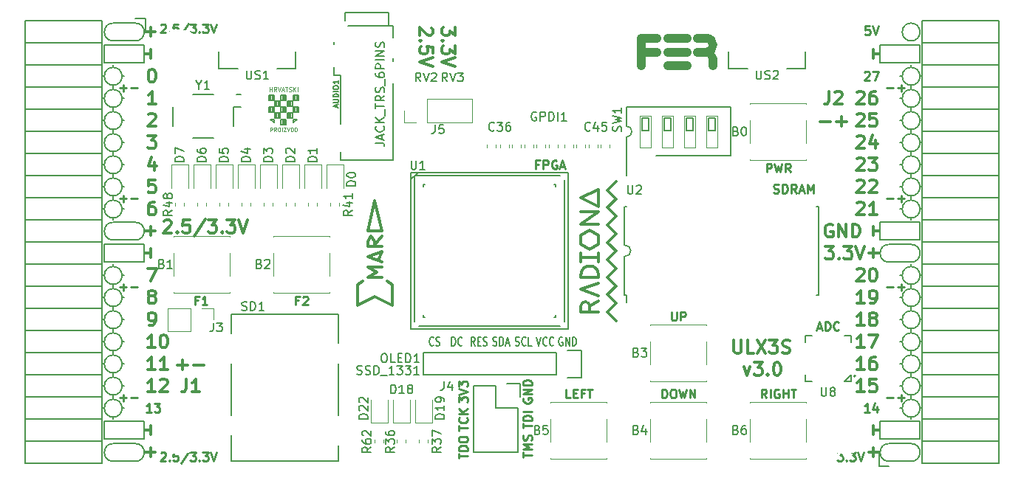
<source format=gto>
G04 #@! TF.GenerationSoftware,KiCad,Pcbnew,5.0.0+dfsg1-2*
G04 #@! TF.CreationDate,2018-09-17T14:53:11+02:00*
G04 #@! TF.ProjectId,ulx3s,756C7833732E6B696361645F70636200,rev?*
G04 #@! TF.SameCoordinates,Original*
G04 #@! TF.FileFunction,Legend,Top*
G04 #@! TF.FilePolarity,Positive*
%FSLAX46Y46*%
G04 Gerber Fmt 4.6, Leading zero omitted, Abs format (unit mm)*
G04 Created by KiCad (PCBNEW 5.0.0+dfsg1-2) date Mon Sep 17 14:53:11 2018*
%MOMM*%
%LPD*%
G01*
G04 APERTURE LIST*
%ADD10C,0.250000*%
%ADD11C,0.300000*%
%ADD12C,0.200000*%
%ADD13C,0.150000*%
%ADD14C,0.120000*%
%ADD15C,1.000000*%
%ADD16C,0.152400*%
%ADD17C,0.075000*%
%ADD18O,0.660000X1.300000*%
%ADD19R,0.660000X1.300000*%
%ADD20C,0.500000*%
%ADD21O,0.227000X0.608000*%
%ADD22O,0.608000X0.227000*%
%ADD23R,1.725000X1.725000*%
%ADD24O,0.400000X1.050000*%
%ADD25O,1.050000X0.400000*%
%ADD26R,1.050000X0.400000*%
%ADD27C,0.100000*%
%ADD28C,0.975000*%
%ADD29C,1.075000*%
%ADD30R,1.220000X2.540000*%
%ADD31R,1.900000X2.000000*%
%ADD32R,0.500000X1.450000*%
%ADD33R,2.000000X2.000000*%
%ADD34R,2.200000X1.700000*%
%ADD35R,2.900000X2.100000*%
%ADD36R,2.900000X2.300000*%
%ADD37R,2.900000X2.900000*%
%ADD38C,1.800000*%
%ADD39R,0.400000X2.000000*%
%ADD40C,2.100000*%
%ADD41R,0.800000X1.600000*%
%ADD42R,1.550000X1.000000*%
%ADD43R,1.550000X2.100000*%
%ADD44R,2.300000X1.900000*%
%ADD45R,1.827200X2.132000*%
%ADD46O,1.827200X2.132000*%
%ADD47O,1.827200X1.827200*%
%ADD48R,1.827200X1.827200*%
%ADD49C,5.600000*%
%ADD50R,1.800000X1.800000*%
%ADD51O,1.800000X1.800000*%
%ADD52R,1.395000X1.500000*%
%ADD53R,1.650000X1.400000*%
G04 APERTURE END LIST*
D10*
X116641666Y-93497571D02*
X116308333Y-93497571D01*
X116308333Y-94021380D02*
X116308333Y-93021380D01*
X116784523Y-93021380D01*
X117117857Y-93116619D02*
X117165476Y-93069000D01*
X117260714Y-93021380D01*
X117498809Y-93021380D01*
X117594047Y-93069000D01*
X117641666Y-93116619D01*
X117689285Y-93211857D01*
X117689285Y-93307095D01*
X117641666Y-93449952D01*
X117070238Y-94021380D01*
X117689285Y-94021380D01*
X105084666Y-93497571D02*
X104751333Y-93497571D01*
X104751333Y-94021380D02*
X104751333Y-93021380D01*
X105227523Y-93021380D01*
X106132285Y-94021380D02*
X105560857Y-94021380D01*
X105846571Y-94021380D02*
X105846571Y-93021380D01*
X105751333Y-93164238D01*
X105656095Y-93259476D01*
X105560857Y-93307095D01*
X170236666Y-104689380D02*
X169903333Y-104213190D01*
X169665238Y-104689380D02*
X169665238Y-103689380D01*
X170046190Y-103689380D01*
X170141428Y-103737000D01*
X170189047Y-103784619D01*
X170236666Y-103879857D01*
X170236666Y-104022714D01*
X170189047Y-104117952D01*
X170141428Y-104165571D01*
X170046190Y-104213190D01*
X169665238Y-104213190D01*
X170665238Y-104689380D02*
X170665238Y-103689380D01*
X171665238Y-103737000D02*
X171570000Y-103689380D01*
X171427142Y-103689380D01*
X171284285Y-103737000D01*
X171189047Y-103832238D01*
X171141428Y-103927476D01*
X171093809Y-104117952D01*
X171093809Y-104260809D01*
X171141428Y-104451285D01*
X171189047Y-104546523D01*
X171284285Y-104641761D01*
X171427142Y-104689380D01*
X171522380Y-104689380D01*
X171665238Y-104641761D01*
X171712857Y-104594142D01*
X171712857Y-104260809D01*
X171522380Y-104260809D01*
X172141428Y-104689380D02*
X172141428Y-103689380D01*
X172141428Y-104165571D02*
X172712857Y-104165571D01*
X172712857Y-104689380D02*
X172712857Y-103689380D01*
X173046190Y-103689380D02*
X173617619Y-103689380D01*
X173331904Y-104689380D02*
X173331904Y-103689380D01*
X159354285Y-94799380D02*
X159354285Y-95608904D01*
X159401904Y-95704142D01*
X159449523Y-95751761D01*
X159544761Y-95799380D01*
X159735238Y-95799380D01*
X159830476Y-95751761D01*
X159878095Y-95704142D01*
X159925714Y-95608904D01*
X159925714Y-94799380D01*
X160401904Y-95799380D02*
X160401904Y-94799380D01*
X160782857Y-94799380D01*
X160878095Y-94847000D01*
X160925714Y-94894619D01*
X160973333Y-94989857D01*
X160973333Y-95132714D01*
X160925714Y-95227952D01*
X160878095Y-95275571D01*
X160782857Y-95323190D01*
X160401904Y-95323190D01*
X158259047Y-104689380D02*
X158259047Y-103689380D01*
X158497142Y-103689380D01*
X158640000Y-103737000D01*
X158735238Y-103832238D01*
X158782857Y-103927476D01*
X158830476Y-104117952D01*
X158830476Y-104260809D01*
X158782857Y-104451285D01*
X158735238Y-104546523D01*
X158640000Y-104641761D01*
X158497142Y-104689380D01*
X158259047Y-104689380D01*
X159449523Y-103689380D02*
X159640000Y-103689380D01*
X159735238Y-103737000D01*
X159830476Y-103832238D01*
X159878095Y-104022714D01*
X159878095Y-104356047D01*
X159830476Y-104546523D01*
X159735238Y-104641761D01*
X159640000Y-104689380D01*
X159449523Y-104689380D01*
X159354285Y-104641761D01*
X159259047Y-104546523D01*
X159211428Y-104356047D01*
X159211428Y-104022714D01*
X159259047Y-103832238D01*
X159354285Y-103737000D01*
X159449523Y-103689380D01*
X160211428Y-103689380D02*
X160449523Y-104689380D01*
X160640000Y-103975095D01*
X160830476Y-104689380D01*
X161068571Y-103689380D01*
X161449523Y-104689380D02*
X161449523Y-103689380D01*
X162020952Y-104689380D01*
X162020952Y-103689380D01*
X147757619Y-104689380D02*
X147281428Y-104689380D01*
X147281428Y-103689380D01*
X148090952Y-104165571D02*
X148424285Y-104165571D01*
X148567142Y-104689380D02*
X148090952Y-104689380D01*
X148090952Y-103689380D01*
X148567142Y-103689380D01*
X149329047Y-104165571D02*
X148995714Y-104165571D01*
X148995714Y-104689380D02*
X148995714Y-103689380D01*
X149471904Y-103689380D01*
X149710000Y-103689380D02*
X150281428Y-103689380D01*
X149995714Y-104689380D02*
X149995714Y-103689380D01*
X170251666Y-78781380D02*
X170251666Y-77781380D01*
X170632619Y-77781380D01*
X170727857Y-77829000D01*
X170775476Y-77876619D01*
X170823095Y-77971857D01*
X170823095Y-78114714D01*
X170775476Y-78209952D01*
X170727857Y-78257571D01*
X170632619Y-78305190D01*
X170251666Y-78305190D01*
X171156428Y-77781380D02*
X171394523Y-78781380D01*
X171585000Y-78067095D01*
X171775476Y-78781380D01*
X172013571Y-77781380D01*
X172965952Y-78781380D02*
X172632619Y-78305190D01*
X172394523Y-78781380D02*
X172394523Y-77781380D01*
X172775476Y-77781380D01*
X172870714Y-77829000D01*
X172918333Y-77876619D01*
X172965952Y-77971857D01*
X172965952Y-78114714D01*
X172918333Y-78209952D01*
X172870714Y-78257571D01*
X172775476Y-78305190D01*
X172394523Y-78305190D01*
D11*
X134560428Y-62144714D02*
X134560428Y-63073285D01*
X133989000Y-62573285D01*
X133989000Y-62787571D01*
X133917571Y-62930428D01*
X133846142Y-63001857D01*
X133703285Y-63073285D01*
X133346142Y-63073285D01*
X133203285Y-63001857D01*
X133131857Y-62930428D01*
X133060428Y-62787571D01*
X133060428Y-62359000D01*
X133131857Y-62216142D01*
X133203285Y-62144714D01*
X133203285Y-63716142D02*
X133131857Y-63787571D01*
X133060428Y-63716142D01*
X133131857Y-63644714D01*
X133203285Y-63716142D01*
X133060428Y-63716142D01*
X134560428Y-64287571D02*
X134560428Y-65216142D01*
X133989000Y-64716142D01*
X133989000Y-64930428D01*
X133917571Y-65073285D01*
X133846142Y-65144714D01*
X133703285Y-65216142D01*
X133346142Y-65216142D01*
X133203285Y-65144714D01*
X133131857Y-65073285D01*
X133060428Y-64930428D01*
X133060428Y-64501857D01*
X133131857Y-64359000D01*
X133203285Y-64287571D01*
X134560428Y-65644714D02*
X133060428Y-66144714D01*
X134560428Y-66644714D01*
X131877571Y-62216142D02*
X131949000Y-62287571D01*
X132020428Y-62430428D01*
X132020428Y-62787571D01*
X131949000Y-62930428D01*
X131877571Y-63001857D01*
X131734714Y-63073285D01*
X131591857Y-63073285D01*
X131377571Y-63001857D01*
X130520428Y-62144714D01*
X130520428Y-63073285D01*
X130663285Y-63716142D02*
X130591857Y-63787571D01*
X130520428Y-63716142D01*
X130591857Y-63644714D01*
X130663285Y-63716142D01*
X130520428Y-63716142D01*
X132020428Y-65144714D02*
X132020428Y-64430428D01*
X131306142Y-64359000D01*
X131377571Y-64430428D01*
X131449000Y-64573285D01*
X131449000Y-64930428D01*
X131377571Y-65073285D01*
X131306142Y-65144714D01*
X131163285Y-65216142D01*
X130806142Y-65216142D01*
X130663285Y-65144714D01*
X130591857Y-65073285D01*
X130520428Y-64930428D01*
X130520428Y-64573285D01*
X130591857Y-64430428D01*
X130663285Y-64359000D01*
X132020428Y-65644714D02*
X130520428Y-66144714D01*
X132020428Y-66644714D01*
X102760000Y-100897142D02*
X103902857Y-100897142D01*
X103331428Y-101468571D02*
X103331428Y-100325714D01*
X104617142Y-100897142D02*
X105760000Y-100897142D01*
X167664142Y-101121571D02*
X168021285Y-102121571D01*
X168378428Y-101121571D01*
X168807000Y-100621571D02*
X169735571Y-100621571D01*
X169235571Y-101193000D01*
X169449857Y-101193000D01*
X169592714Y-101264428D01*
X169664142Y-101335857D01*
X169735571Y-101478714D01*
X169735571Y-101835857D01*
X169664142Y-101978714D01*
X169592714Y-102050142D01*
X169449857Y-102121571D01*
X169021285Y-102121571D01*
X168878428Y-102050142D01*
X168807000Y-101978714D01*
X170378428Y-101978714D02*
X170449857Y-102050142D01*
X170378428Y-102121571D01*
X170307000Y-102050142D01*
X170378428Y-101978714D01*
X170378428Y-102121571D01*
X171378428Y-100621571D02*
X171521285Y-100621571D01*
X171664142Y-100693000D01*
X171735571Y-100764428D01*
X171807000Y-100907285D01*
X171878428Y-101193000D01*
X171878428Y-101550142D01*
X171807000Y-101835857D01*
X171735571Y-101978714D01*
X171664142Y-102050142D01*
X171521285Y-102121571D01*
X171378428Y-102121571D01*
X171235571Y-102050142D01*
X171164142Y-101978714D01*
X171092714Y-101835857D01*
X171021285Y-101550142D01*
X171021285Y-101193000D01*
X171092714Y-100907285D01*
X171164142Y-100764428D01*
X171235571Y-100693000D01*
X171378428Y-100621571D01*
X182492000Y-87582000D02*
X182492000Y-88598000D01*
X181984000Y-88090000D02*
X183254000Y-88090000D01*
X182492000Y-110442000D02*
X182492000Y-111458000D01*
X183254000Y-110950000D02*
X181984000Y-110950000D01*
X99688000Y-110442000D02*
X99688000Y-111458000D01*
X98926000Y-110950000D02*
X100196000Y-110950000D01*
X99688000Y-62182000D02*
X99688000Y-63198000D01*
X98926000Y-62690000D02*
X100196000Y-62690000D01*
X99688000Y-85042000D02*
X99688000Y-86058000D01*
X98926000Y-85550000D02*
X100196000Y-85550000D01*
D12*
X97910000Y-63706000D02*
G75*
G03X97910000Y-61674000I0J1016000D01*
G01*
X184270000Y-109934000D02*
G75*
G03X184270000Y-111966000I0J-1016000D01*
G01*
X95370000Y-111966000D02*
X97910000Y-111966000D01*
X95370000Y-109934000D02*
X97910000Y-109934000D01*
X97910000Y-111966000D02*
G75*
G03X97910000Y-109934000I0J1016000D01*
G01*
X95370000Y-109934000D02*
G75*
G03X95370000Y-111966000I0J-1016000D01*
G01*
X95370000Y-61674000D02*
X97910000Y-61674000D01*
X95370000Y-63706000D02*
X97910000Y-63706000D01*
X95370000Y-61674000D02*
G75*
G03X95370000Y-63706000I0J-1016000D01*
G01*
X95370000Y-84534000D02*
X97910000Y-84534000D01*
X95370000Y-86566000D02*
X97910000Y-86566000D01*
X95370000Y-84534000D02*
G75*
G03X95370000Y-86566000I0J-1016000D01*
G01*
X97910000Y-86566000D02*
G75*
G03X97910000Y-84534000I0J1016000D01*
G01*
X187826000Y-62690000D02*
G75*
G03X187826000Y-62690000I-1016000J0D01*
G01*
X184270000Y-89106000D02*
X186810000Y-89106000D01*
X184270000Y-87074000D02*
X186810000Y-87074000D01*
X184270000Y-87074000D02*
G75*
G03X184270000Y-89106000I0J-1016000D01*
G01*
X186810000Y-89106000D02*
G75*
G03X186810000Y-87074000I0J1016000D01*
G01*
X186810000Y-111966000D02*
X184270000Y-111966000D01*
X186810000Y-109934000D02*
X184270000Y-109934000D01*
X186810000Y-111966000D02*
G75*
G03X186810000Y-109934000I0J1016000D01*
G01*
X94354000Y-66246000D02*
X94354000Y-64214000D01*
X98926000Y-66246000D02*
X94354000Y-66246000D01*
X98926000Y-64214000D02*
X98926000Y-66246000D01*
X94354000Y-64214000D02*
X98926000Y-64214000D01*
X94354000Y-87074000D02*
X98926000Y-87074000D01*
X94354000Y-89106000D02*
X94354000Y-87074000D01*
X98926000Y-89106000D02*
X94354000Y-89106000D01*
X98926000Y-87074000D02*
X98926000Y-89106000D01*
X94354000Y-109426000D02*
X98926000Y-109426000D01*
X94354000Y-107394000D02*
X94354000Y-109426000D01*
X98926000Y-107394000D02*
X94354000Y-107394000D01*
X98926000Y-109426000D02*
X98926000Y-107394000D01*
X183254000Y-109426000D02*
X187826000Y-109426000D01*
X183254000Y-107394000D02*
X183254000Y-109426000D01*
X187826000Y-107394000D02*
X187826000Y-109426000D01*
X183254000Y-107394000D02*
X187826000Y-107394000D01*
X183254000Y-66246000D02*
X187826000Y-66246000D01*
X183254000Y-64214000D02*
X183254000Y-66246000D01*
X187826000Y-64214000D02*
X183254000Y-64214000D01*
X187826000Y-66246000D02*
X187826000Y-64214000D01*
X183254000Y-84534000D02*
X187826000Y-84534000D01*
X183254000Y-86566000D02*
X183254000Y-84534000D01*
X187826000Y-86566000D02*
X183254000Y-86566000D01*
X187826000Y-84534000D02*
X187826000Y-86566000D01*
D10*
X96148000Y-69111428D02*
X96909904Y-69111428D01*
X96528952Y-69492380D02*
X96528952Y-68730476D01*
X97386095Y-69111428D02*
X98148000Y-69111428D01*
X96148000Y-81811428D02*
X96909904Y-81811428D01*
X96528952Y-82192380D02*
X96528952Y-81430476D01*
X97386095Y-81811428D02*
X98148000Y-81811428D01*
X96148000Y-91971428D02*
X96909904Y-91971428D01*
X96528952Y-92352380D02*
X96528952Y-91590476D01*
X97386095Y-91971428D02*
X98148000Y-91971428D01*
X96148000Y-104671428D02*
X96909904Y-104671428D01*
X96528952Y-105052380D02*
X96528952Y-104290476D01*
X97386095Y-104671428D02*
X98148000Y-104671428D01*
X184032000Y-104671428D02*
X184793904Y-104671428D01*
X185270095Y-104671428D02*
X186032000Y-104671428D01*
X185651047Y-105052380D02*
X185651047Y-104290476D01*
X184032000Y-91971428D02*
X184793904Y-91971428D01*
X185270095Y-91971428D02*
X186032000Y-91971428D01*
X185651047Y-92352380D02*
X185651047Y-91590476D01*
X184032000Y-81811428D02*
X184793904Y-81811428D01*
X185270095Y-81811428D02*
X186032000Y-81811428D01*
X185651047Y-82192380D02*
X185651047Y-81430476D01*
X184032000Y-69111428D02*
X184793904Y-69111428D01*
X185270095Y-69111428D02*
X186032000Y-69111428D01*
X185651047Y-69492380D02*
X185651047Y-68730476D01*
D11*
X176420000Y-72957142D02*
X177562857Y-72957142D01*
X178277142Y-72957142D02*
X179420000Y-72957142D01*
X178848571Y-73528571D02*
X178848571Y-72385714D01*
D12*
X187826000Y-67770000D02*
G75*
G03X187826000Y-67770000I-1016000J0D01*
G01*
X187826000Y-70310000D02*
G75*
G03X187826000Y-70310000I-1016000J0D01*
G01*
X187826000Y-72850000D02*
G75*
G03X187826000Y-72850000I-1016000J0D01*
G01*
X187826000Y-75390000D02*
G75*
G03X187826000Y-75390000I-1016000J0D01*
G01*
X187826000Y-77930000D02*
G75*
G03X187826000Y-77930000I-1016000J0D01*
G01*
X187826000Y-80470000D02*
G75*
G03X187826000Y-80470000I-1016000J0D01*
G01*
X187826000Y-83010000D02*
G75*
G03X187826000Y-83010000I-1016000J0D01*
G01*
X187826000Y-90630000D02*
G75*
G03X187826000Y-90630000I-1016000J0D01*
G01*
X187826000Y-93170000D02*
G75*
G03X187826000Y-93170000I-1016000J0D01*
G01*
X187826000Y-95710000D02*
G75*
G03X187826000Y-95710000I-1016000J0D01*
G01*
X187826000Y-98250000D02*
G75*
G03X187826000Y-98250000I-1016000J0D01*
G01*
X187826000Y-100790000D02*
G75*
G03X187826000Y-100790000I-1016000J0D01*
G01*
X187826000Y-103330000D02*
G75*
G03X187826000Y-103330000I-1016000J0D01*
G01*
X187826000Y-105870000D02*
G75*
G03X187826000Y-105870000I-1016000J0D01*
G01*
X96386000Y-105870000D02*
G75*
G03X96386000Y-105870000I-1016000J0D01*
G01*
X96386000Y-103330000D02*
G75*
G03X96386000Y-103330000I-1016000J0D01*
G01*
X96386000Y-100790000D02*
G75*
G03X96386000Y-100790000I-1016000J0D01*
G01*
X96386000Y-98250000D02*
G75*
G03X96386000Y-98250000I-1016000J0D01*
G01*
X96386000Y-95710000D02*
G75*
G03X96386000Y-95710000I-1016000J0D01*
G01*
X96386000Y-93170000D02*
G75*
G03X96386000Y-93170000I-1016000J0D01*
G01*
X96386000Y-90630000D02*
G75*
G03X96386000Y-90630000I-1016000J0D01*
G01*
X96386000Y-83010000D02*
G75*
G03X96386000Y-83010000I-1016000J0D01*
G01*
X96386000Y-80470000D02*
G75*
G03X96386000Y-80470000I-1016000J0D01*
G01*
X96386000Y-77930000D02*
G75*
G03X96386000Y-77930000I-1016000J0D01*
G01*
X96386000Y-75390000D02*
G75*
G03X96386000Y-75390000I-1016000J0D01*
G01*
X96386000Y-72850000D02*
G75*
G03X96386000Y-72850000I-1016000J0D01*
G01*
X96386000Y-70310000D02*
G75*
G03X96386000Y-70310000I-1016000J0D01*
G01*
X96386000Y-67770000D02*
G75*
G03X96386000Y-67770000I-1016000J0D01*
G01*
D11*
X177793142Y-84800000D02*
X177650285Y-84728571D01*
X177436000Y-84728571D01*
X177221714Y-84800000D01*
X177078857Y-84942857D01*
X177007428Y-85085714D01*
X176936000Y-85371428D01*
X176936000Y-85585714D01*
X177007428Y-85871428D01*
X177078857Y-86014285D01*
X177221714Y-86157142D01*
X177436000Y-86228571D01*
X177578857Y-86228571D01*
X177793142Y-86157142D01*
X177864571Y-86085714D01*
X177864571Y-85585714D01*
X177578857Y-85585714D01*
X178507428Y-86228571D02*
X178507428Y-84728571D01*
X179364571Y-86228571D01*
X179364571Y-84728571D01*
X180078857Y-86228571D02*
X180078857Y-84728571D01*
X180436000Y-84728571D01*
X180650285Y-84800000D01*
X180793142Y-84942857D01*
X180864571Y-85085714D01*
X180936000Y-85371428D01*
X180936000Y-85585714D01*
X180864571Y-85871428D01*
X180793142Y-86014285D01*
X180650285Y-86157142D01*
X180436000Y-86228571D01*
X180078857Y-86228571D01*
X182492000Y-86058000D02*
X182492000Y-85042000D01*
X183254000Y-85550000D02*
X182492000Y-85550000D01*
X182492000Y-107902000D02*
X182492000Y-108918000D01*
X182492000Y-108410000D02*
X183254000Y-108410000D01*
D10*
X182047523Y-106322380D02*
X181476095Y-106322380D01*
X181761809Y-106322380D02*
X181761809Y-105322380D01*
X181666571Y-105465238D01*
X181571333Y-105560476D01*
X181476095Y-105608095D01*
X182904666Y-105655714D02*
X182904666Y-106322380D01*
X182666571Y-105274761D02*
X182428476Y-105989047D01*
X183047523Y-105989047D01*
X181476095Y-67317619D02*
X181523714Y-67270000D01*
X181618952Y-67222380D01*
X181857047Y-67222380D01*
X181952285Y-67270000D01*
X181999904Y-67317619D01*
X182047523Y-67412857D01*
X182047523Y-67508095D01*
X181999904Y-67650952D01*
X181428476Y-68222380D01*
X182047523Y-68222380D01*
X182380857Y-67222380D02*
X183047523Y-67222380D01*
X182618952Y-68222380D01*
D11*
X182492000Y-64722000D02*
X182492000Y-65738000D01*
X182492000Y-65230000D02*
X183254000Y-65230000D01*
X99688000Y-107902000D02*
X99688000Y-108918000D01*
X98926000Y-108410000D02*
X99688000Y-108410000D01*
X99315000Y-74568571D02*
X100243571Y-74568571D01*
X99743571Y-75140000D01*
X99957857Y-75140000D01*
X100100714Y-75211428D01*
X100172142Y-75282857D01*
X100243571Y-75425714D01*
X100243571Y-75782857D01*
X100172142Y-75925714D01*
X100100714Y-75997142D01*
X99957857Y-76068571D01*
X99529285Y-76068571D01*
X99386428Y-75997142D01*
X99315000Y-75925714D01*
X100100714Y-77608571D02*
X100100714Y-78608571D01*
X99743571Y-77037142D02*
X99386428Y-78108571D01*
X100315000Y-78108571D01*
X100172142Y-79648571D02*
X99457857Y-79648571D01*
X99386428Y-80362857D01*
X99457857Y-80291428D01*
X99600714Y-80220000D01*
X99957857Y-80220000D01*
X100100714Y-80291428D01*
X100172142Y-80362857D01*
X100243571Y-80505714D01*
X100243571Y-80862857D01*
X100172142Y-81005714D01*
X100100714Y-81077142D01*
X99957857Y-81148571D01*
X99600714Y-81148571D01*
X99457857Y-81077142D01*
X99386428Y-81005714D01*
D10*
X99751523Y-106322380D02*
X99180095Y-106322380D01*
X99465809Y-106322380D02*
X99465809Y-105322380D01*
X99370571Y-105465238D01*
X99275333Y-105560476D01*
X99180095Y-105608095D01*
X100084857Y-105322380D02*
X100703904Y-105322380D01*
X100370571Y-105703333D01*
X100513428Y-105703333D01*
X100608666Y-105750952D01*
X100656285Y-105798571D01*
X100703904Y-105893809D01*
X100703904Y-106131904D01*
X100656285Y-106227142D01*
X100608666Y-106274761D01*
X100513428Y-106322380D01*
X100227714Y-106322380D01*
X100132476Y-106274761D01*
X100084857Y-106227142D01*
D11*
X99315000Y-89808571D02*
X100315000Y-89808571D01*
X99672142Y-91308571D01*
X99688000Y-87582000D02*
X99688000Y-88598000D01*
X98926000Y-88090000D02*
X99688000Y-88090000D01*
X99688000Y-64722000D02*
X99688000Y-65738000D01*
X98926000Y-65230000D02*
X99688000Y-65230000D01*
D10*
X100817976Y-61874619D02*
X100865595Y-61827000D01*
X100960833Y-61779380D01*
X101198928Y-61779380D01*
X101294166Y-61827000D01*
X101341785Y-61874619D01*
X101389404Y-61969857D01*
X101389404Y-62065095D01*
X101341785Y-62207952D01*
X100770357Y-62779380D01*
X101389404Y-62779380D01*
X101817976Y-62684142D02*
X101865595Y-62731761D01*
X101817976Y-62779380D01*
X101770357Y-62731761D01*
X101817976Y-62684142D01*
X101817976Y-62779380D01*
X102770357Y-61779380D02*
X102294166Y-61779380D01*
X102246547Y-62255571D01*
X102294166Y-62207952D01*
X102389404Y-62160333D01*
X102627500Y-62160333D01*
X102722738Y-62207952D01*
X102770357Y-62255571D01*
X102817976Y-62350809D01*
X102817976Y-62588904D01*
X102770357Y-62684142D01*
X102722738Y-62731761D01*
X102627500Y-62779380D01*
X102389404Y-62779380D01*
X102294166Y-62731761D01*
X102246547Y-62684142D01*
X103960833Y-61731761D02*
X103103690Y-63017476D01*
X104198928Y-61779380D02*
X104817976Y-61779380D01*
X104484642Y-62160333D01*
X104627500Y-62160333D01*
X104722738Y-62207952D01*
X104770357Y-62255571D01*
X104817976Y-62350809D01*
X104817976Y-62588904D01*
X104770357Y-62684142D01*
X104722738Y-62731761D01*
X104627500Y-62779380D01*
X104341785Y-62779380D01*
X104246547Y-62731761D01*
X104198928Y-62684142D01*
X105246547Y-62684142D02*
X105294166Y-62731761D01*
X105246547Y-62779380D01*
X105198928Y-62731761D01*
X105246547Y-62684142D01*
X105246547Y-62779380D01*
X105627500Y-61779380D02*
X106246547Y-61779380D01*
X105913214Y-62160333D01*
X106056071Y-62160333D01*
X106151309Y-62207952D01*
X106198928Y-62255571D01*
X106246547Y-62350809D01*
X106246547Y-62588904D01*
X106198928Y-62684142D01*
X106151309Y-62731761D01*
X106056071Y-62779380D01*
X105770357Y-62779380D01*
X105675119Y-62731761D01*
X105627500Y-62684142D01*
X106532261Y-61779380D02*
X106865595Y-62779380D01*
X107198928Y-61779380D01*
X178360261Y-110910380D02*
X178979309Y-110910380D01*
X178645976Y-111291333D01*
X178788833Y-111291333D01*
X178884071Y-111338952D01*
X178931690Y-111386571D01*
X178979309Y-111481809D01*
X178979309Y-111719904D01*
X178931690Y-111815142D01*
X178884071Y-111862761D01*
X178788833Y-111910380D01*
X178503119Y-111910380D01*
X178407880Y-111862761D01*
X178360261Y-111815142D01*
X179407880Y-111815142D02*
X179455500Y-111862761D01*
X179407880Y-111910380D01*
X179360261Y-111862761D01*
X179407880Y-111815142D01*
X179407880Y-111910380D01*
X179788833Y-110910380D02*
X180407880Y-110910380D01*
X180074547Y-111291333D01*
X180217404Y-111291333D01*
X180312642Y-111338952D01*
X180360261Y-111386571D01*
X180407880Y-111481809D01*
X180407880Y-111719904D01*
X180360261Y-111815142D01*
X180312642Y-111862761D01*
X180217404Y-111910380D01*
X179931690Y-111910380D01*
X179836452Y-111862761D01*
X179788833Y-111815142D01*
X180693595Y-110910380D02*
X181026928Y-111910380D01*
X181360261Y-110910380D01*
D11*
X101199714Y-84381428D02*
X101271142Y-84310000D01*
X101414000Y-84238571D01*
X101771142Y-84238571D01*
X101914000Y-84310000D01*
X101985428Y-84381428D01*
X102056857Y-84524285D01*
X102056857Y-84667142D01*
X101985428Y-84881428D01*
X101128285Y-85738571D01*
X102056857Y-85738571D01*
X102699714Y-85595714D02*
X102771142Y-85667142D01*
X102699714Y-85738571D01*
X102628285Y-85667142D01*
X102699714Y-85595714D01*
X102699714Y-85738571D01*
X104128285Y-84238571D02*
X103414000Y-84238571D01*
X103342571Y-84952857D01*
X103414000Y-84881428D01*
X103556857Y-84810000D01*
X103914000Y-84810000D01*
X104056857Y-84881428D01*
X104128285Y-84952857D01*
X104199714Y-85095714D01*
X104199714Y-85452857D01*
X104128285Y-85595714D01*
X104056857Y-85667142D01*
X103914000Y-85738571D01*
X103556857Y-85738571D01*
X103414000Y-85667142D01*
X103342571Y-85595714D01*
X105914000Y-84167142D02*
X104628285Y-86095714D01*
X106271142Y-84238571D02*
X107199714Y-84238571D01*
X106699714Y-84810000D01*
X106914000Y-84810000D01*
X107056857Y-84881428D01*
X107128285Y-84952857D01*
X107199714Y-85095714D01*
X107199714Y-85452857D01*
X107128285Y-85595714D01*
X107056857Y-85667142D01*
X106914000Y-85738571D01*
X106485428Y-85738571D01*
X106342571Y-85667142D01*
X106271142Y-85595714D01*
X107842571Y-85595714D02*
X107914000Y-85667142D01*
X107842571Y-85738571D01*
X107771142Y-85667142D01*
X107842571Y-85595714D01*
X107842571Y-85738571D01*
X108414000Y-84238571D02*
X109342571Y-84238571D01*
X108842571Y-84810000D01*
X109056857Y-84810000D01*
X109199714Y-84881428D01*
X109271142Y-84952857D01*
X109342571Y-85095714D01*
X109342571Y-85452857D01*
X109271142Y-85595714D01*
X109199714Y-85667142D01*
X109056857Y-85738571D01*
X108628285Y-85738571D01*
X108485428Y-85667142D01*
X108414000Y-85595714D01*
X109771142Y-84238571D02*
X110271142Y-85738571D01*
X110771142Y-84238571D01*
D10*
X100817976Y-111023619D02*
X100865595Y-110976000D01*
X100960833Y-110928380D01*
X101198928Y-110928380D01*
X101294166Y-110976000D01*
X101341785Y-111023619D01*
X101389404Y-111118857D01*
X101389404Y-111214095D01*
X101341785Y-111356952D01*
X100770357Y-111928380D01*
X101389404Y-111928380D01*
X101817976Y-111833142D02*
X101865595Y-111880761D01*
X101817976Y-111928380D01*
X101770357Y-111880761D01*
X101817976Y-111833142D01*
X101817976Y-111928380D01*
X102770357Y-110928380D02*
X102294166Y-110928380D01*
X102246547Y-111404571D01*
X102294166Y-111356952D01*
X102389404Y-111309333D01*
X102627500Y-111309333D01*
X102722738Y-111356952D01*
X102770357Y-111404571D01*
X102817976Y-111499809D01*
X102817976Y-111737904D01*
X102770357Y-111833142D01*
X102722738Y-111880761D01*
X102627500Y-111928380D01*
X102389404Y-111928380D01*
X102294166Y-111880761D01*
X102246547Y-111833142D01*
X103960833Y-110880761D02*
X103103690Y-112166476D01*
X104198928Y-110928380D02*
X104817976Y-110928380D01*
X104484642Y-111309333D01*
X104627500Y-111309333D01*
X104722738Y-111356952D01*
X104770357Y-111404571D01*
X104817976Y-111499809D01*
X104817976Y-111737904D01*
X104770357Y-111833142D01*
X104722738Y-111880761D01*
X104627500Y-111928380D01*
X104341785Y-111928380D01*
X104246547Y-111880761D01*
X104198928Y-111833142D01*
X105246547Y-111833142D02*
X105294166Y-111880761D01*
X105246547Y-111928380D01*
X105198928Y-111880761D01*
X105246547Y-111833142D01*
X105246547Y-111928380D01*
X105627500Y-110928380D02*
X106246547Y-110928380D01*
X105913214Y-111309333D01*
X106056071Y-111309333D01*
X106151309Y-111356952D01*
X106198928Y-111404571D01*
X106246547Y-111499809D01*
X106246547Y-111737904D01*
X106198928Y-111833142D01*
X106151309Y-111880761D01*
X106056071Y-111928380D01*
X105770357Y-111928380D01*
X105675119Y-111880761D01*
X105627500Y-111833142D01*
X106532261Y-110928380D02*
X106865595Y-111928380D01*
X107198928Y-110928380D01*
X182047523Y-62015380D02*
X181571333Y-62015380D01*
X181523714Y-62491571D01*
X181571333Y-62443952D01*
X181666571Y-62396333D01*
X181904666Y-62396333D01*
X181999904Y-62443952D01*
X182047523Y-62491571D01*
X182095142Y-62586809D01*
X182095142Y-62824904D01*
X182047523Y-62920142D01*
X181999904Y-62967761D01*
X181904666Y-63015380D01*
X181666571Y-63015380D01*
X181571333Y-62967761D01*
X181523714Y-62920142D01*
X182380857Y-62015380D02*
X182714190Y-63015380D01*
X183047523Y-62015380D01*
D11*
X180587142Y-69631428D02*
X180658571Y-69560000D01*
X180801428Y-69488571D01*
X181158571Y-69488571D01*
X181301428Y-69560000D01*
X181372857Y-69631428D01*
X181444285Y-69774285D01*
X181444285Y-69917142D01*
X181372857Y-70131428D01*
X180515714Y-70988571D01*
X181444285Y-70988571D01*
X182730000Y-69488571D02*
X182444285Y-69488571D01*
X182301428Y-69560000D01*
X182230000Y-69631428D01*
X182087142Y-69845714D01*
X182015714Y-70131428D01*
X182015714Y-70702857D01*
X182087142Y-70845714D01*
X182158571Y-70917142D01*
X182301428Y-70988571D01*
X182587142Y-70988571D01*
X182730000Y-70917142D01*
X182801428Y-70845714D01*
X182872857Y-70702857D01*
X182872857Y-70345714D01*
X182801428Y-70202857D01*
X182730000Y-70131428D01*
X182587142Y-70060000D01*
X182301428Y-70060000D01*
X182158571Y-70131428D01*
X182087142Y-70202857D01*
X182015714Y-70345714D01*
X180587142Y-72171428D02*
X180658571Y-72100000D01*
X180801428Y-72028571D01*
X181158571Y-72028571D01*
X181301428Y-72100000D01*
X181372857Y-72171428D01*
X181444285Y-72314285D01*
X181444285Y-72457142D01*
X181372857Y-72671428D01*
X180515714Y-73528571D01*
X181444285Y-73528571D01*
X182801428Y-72028571D02*
X182087142Y-72028571D01*
X182015714Y-72742857D01*
X182087142Y-72671428D01*
X182230000Y-72600000D01*
X182587142Y-72600000D01*
X182730000Y-72671428D01*
X182801428Y-72742857D01*
X182872857Y-72885714D01*
X182872857Y-73242857D01*
X182801428Y-73385714D01*
X182730000Y-73457142D01*
X182587142Y-73528571D01*
X182230000Y-73528571D01*
X182087142Y-73457142D01*
X182015714Y-73385714D01*
X180587142Y-74711428D02*
X180658571Y-74640000D01*
X180801428Y-74568571D01*
X181158571Y-74568571D01*
X181301428Y-74640000D01*
X181372857Y-74711428D01*
X181444285Y-74854285D01*
X181444285Y-74997142D01*
X181372857Y-75211428D01*
X180515714Y-76068571D01*
X181444285Y-76068571D01*
X182730000Y-75068571D02*
X182730000Y-76068571D01*
X182372857Y-74497142D02*
X182015714Y-75568571D01*
X182944285Y-75568571D01*
X180587142Y-77251428D02*
X180658571Y-77180000D01*
X180801428Y-77108571D01*
X181158571Y-77108571D01*
X181301428Y-77180000D01*
X181372857Y-77251428D01*
X181444285Y-77394285D01*
X181444285Y-77537142D01*
X181372857Y-77751428D01*
X180515714Y-78608571D01*
X181444285Y-78608571D01*
X181944285Y-77108571D02*
X182872857Y-77108571D01*
X182372857Y-77680000D01*
X182587142Y-77680000D01*
X182730000Y-77751428D01*
X182801428Y-77822857D01*
X182872857Y-77965714D01*
X182872857Y-78322857D01*
X182801428Y-78465714D01*
X182730000Y-78537142D01*
X182587142Y-78608571D01*
X182158571Y-78608571D01*
X182015714Y-78537142D01*
X181944285Y-78465714D01*
X180587142Y-79791428D02*
X180658571Y-79720000D01*
X180801428Y-79648571D01*
X181158571Y-79648571D01*
X181301428Y-79720000D01*
X181372857Y-79791428D01*
X181444285Y-79934285D01*
X181444285Y-80077142D01*
X181372857Y-80291428D01*
X180515714Y-81148571D01*
X181444285Y-81148571D01*
X182015714Y-79791428D02*
X182087142Y-79720000D01*
X182230000Y-79648571D01*
X182587142Y-79648571D01*
X182730000Y-79720000D01*
X182801428Y-79791428D01*
X182872857Y-79934285D01*
X182872857Y-80077142D01*
X182801428Y-80291428D01*
X181944285Y-81148571D01*
X182872857Y-81148571D01*
X180587142Y-82331428D02*
X180658571Y-82260000D01*
X180801428Y-82188571D01*
X181158571Y-82188571D01*
X181301428Y-82260000D01*
X181372857Y-82331428D01*
X181444285Y-82474285D01*
X181444285Y-82617142D01*
X181372857Y-82831428D01*
X180515714Y-83688571D01*
X181444285Y-83688571D01*
X182872857Y-83688571D02*
X182015714Y-83688571D01*
X182444285Y-83688571D02*
X182444285Y-82188571D01*
X182301428Y-82402857D01*
X182158571Y-82545714D01*
X182015714Y-82617142D01*
X176975714Y-87268571D02*
X177904285Y-87268571D01*
X177404285Y-87840000D01*
X177618571Y-87840000D01*
X177761428Y-87911428D01*
X177832857Y-87982857D01*
X177904285Y-88125714D01*
X177904285Y-88482857D01*
X177832857Y-88625714D01*
X177761428Y-88697142D01*
X177618571Y-88768571D01*
X177190000Y-88768571D01*
X177047142Y-88697142D01*
X176975714Y-88625714D01*
X178547142Y-88625714D02*
X178618571Y-88697142D01*
X178547142Y-88768571D01*
X178475714Y-88697142D01*
X178547142Y-88625714D01*
X178547142Y-88768571D01*
X179118571Y-87268571D02*
X180047142Y-87268571D01*
X179547142Y-87840000D01*
X179761428Y-87840000D01*
X179904285Y-87911428D01*
X179975714Y-87982857D01*
X180047142Y-88125714D01*
X180047142Y-88482857D01*
X179975714Y-88625714D01*
X179904285Y-88697142D01*
X179761428Y-88768571D01*
X179332857Y-88768571D01*
X179190000Y-88697142D01*
X179118571Y-88625714D01*
X180475714Y-87268571D02*
X180975714Y-88768571D01*
X181475714Y-87268571D01*
X180587142Y-89951428D02*
X180658571Y-89880000D01*
X180801428Y-89808571D01*
X181158571Y-89808571D01*
X181301428Y-89880000D01*
X181372857Y-89951428D01*
X181444285Y-90094285D01*
X181444285Y-90237142D01*
X181372857Y-90451428D01*
X180515714Y-91308571D01*
X181444285Y-91308571D01*
X182372857Y-89808571D02*
X182515714Y-89808571D01*
X182658571Y-89880000D01*
X182730000Y-89951428D01*
X182801428Y-90094285D01*
X182872857Y-90380000D01*
X182872857Y-90737142D01*
X182801428Y-91022857D01*
X182730000Y-91165714D01*
X182658571Y-91237142D01*
X182515714Y-91308571D01*
X182372857Y-91308571D01*
X182230000Y-91237142D01*
X182158571Y-91165714D01*
X182087142Y-91022857D01*
X182015714Y-90737142D01*
X182015714Y-90380000D01*
X182087142Y-90094285D01*
X182158571Y-89951428D01*
X182230000Y-89880000D01*
X182372857Y-89808571D01*
X181444285Y-93848571D02*
X180587142Y-93848571D01*
X181015714Y-93848571D02*
X181015714Y-92348571D01*
X180872857Y-92562857D01*
X180730000Y-92705714D01*
X180587142Y-92777142D01*
X182158571Y-93848571D02*
X182444285Y-93848571D01*
X182587142Y-93777142D01*
X182658571Y-93705714D01*
X182801428Y-93491428D01*
X182872857Y-93205714D01*
X182872857Y-92634285D01*
X182801428Y-92491428D01*
X182730000Y-92420000D01*
X182587142Y-92348571D01*
X182301428Y-92348571D01*
X182158571Y-92420000D01*
X182087142Y-92491428D01*
X182015714Y-92634285D01*
X182015714Y-92991428D01*
X182087142Y-93134285D01*
X182158571Y-93205714D01*
X182301428Y-93277142D01*
X182587142Y-93277142D01*
X182730000Y-93205714D01*
X182801428Y-93134285D01*
X182872857Y-92991428D01*
X181444285Y-96388571D02*
X180587142Y-96388571D01*
X181015714Y-96388571D02*
X181015714Y-94888571D01*
X180872857Y-95102857D01*
X180730000Y-95245714D01*
X180587142Y-95317142D01*
X182301428Y-95531428D02*
X182158571Y-95460000D01*
X182087142Y-95388571D01*
X182015714Y-95245714D01*
X182015714Y-95174285D01*
X182087142Y-95031428D01*
X182158571Y-94960000D01*
X182301428Y-94888571D01*
X182587142Y-94888571D01*
X182730000Y-94960000D01*
X182801428Y-95031428D01*
X182872857Y-95174285D01*
X182872857Y-95245714D01*
X182801428Y-95388571D01*
X182730000Y-95460000D01*
X182587142Y-95531428D01*
X182301428Y-95531428D01*
X182158571Y-95602857D01*
X182087142Y-95674285D01*
X182015714Y-95817142D01*
X182015714Y-96102857D01*
X182087142Y-96245714D01*
X182158571Y-96317142D01*
X182301428Y-96388571D01*
X182587142Y-96388571D01*
X182730000Y-96317142D01*
X182801428Y-96245714D01*
X182872857Y-96102857D01*
X182872857Y-95817142D01*
X182801428Y-95674285D01*
X182730000Y-95602857D01*
X182587142Y-95531428D01*
X181444285Y-98928571D02*
X180587142Y-98928571D01*
X181015714Y-98928571D02*
X181015714Y-97428571D01*
X180872857Y-97642857D01*
X180730000Y-97785714D01*
X180587142Y-97857142D01*
X181944285Y-97428571D02*
X182944285Y-97428571D01*
X182301428Y-98928571D01*
X181444285Y-101468571D02*
X180587142Y-101468571D01*
X181015714Y-101468571D02*
X181015714Y-99968571D01*
X180872857Y-100182857D01*
X180730000Y-100325714D01*
X180587142Y-100397142D01*
X182730000Y-99968571D02*
X182444285Y-99968571D01*
X182301428Y-100040000D01*
X182230000Y-100111428D01*
X182087142Y-100325714D01*
X182015714Y-100611428D01*
X182015714Y-101182857D01*
X182087142Y-101325714D01*
X182158571Y-101397142D01*
X182301428Y-101468571D01*
X182587142Y-101468571D01*
X182730000Y-101397142D01*
X182801428Y-101325714D01*
X182872857Y-101182857D01*
X182872857Y-100825714D01*
X182801428Y-100682857D01*
X182730000Y-100611428D01*
X182587142Y-100540000D01*
X182301428Y-100540000D01*
X182158571Y-100611428D01*
X182087142Y-100682857D01*
X182015714Y-100825714D01*
X181444285Y-104008571D02*
X180587142Y-104008571D01*
X181015714Y-104008571D02*
X181015714Y-102508571D01*
X180872857Y-102722857D01*
X180730000Y-102865714D01*
X180587142Y-102937142D01*
X182801428Y-102508571D02*
X182087142Y-102508571D01*
X182015714Y-103222857D01*
X182087142Y-103151428D01*
X182230000Y-103080000D01*
X182587142Y-103080000D01*
X182730000Y-103151428D01*
X182801428Y-103222857D01*
X182872857Y-103365714D01*
X182872857Y-103722857D01*
X182801428Y-103865714D01*
X182730000Y-103937142D01*
X182587142Y-104008571D01*
X182230000Y-104008571D01*
X182087142Y-103937142D01*
X182015714Y-103865714D01*
D12*
X186810000Y-66500000D02*
X186810000Y-66754000D01*
X187826000Y-67770000D02*
X188080000Y-67770000D01*
X185540000Y-67770000D02*
X185794000Y-67770000D01*
X186810000Y-69294000D02*
X186810000Y-68786000D01*
X187826000Y-70310000D02*
X188080000Y-70310000D01*
X185540000Y-70310000D02*
X185794000Y-70310000D01*
X186810000Y-71326000D02*
X186810000Y-71834000D01*
X187826000Y-72850000D02*
X188080000Y-72850000D01*
X185540000Y-72850000D02*
X185794000Y-72850000D01*
X186810000Y-73866000D02*
X186810000Y-74374000D01*
X187826000Y-75390000D02*
X188080000Y-75390000D01*
X185540000Y-75390000D02*
X185794000Y-75390000D01*
X186810000Y-76406000D02*
X186810000Y-76914000D01*
X187826000Y-77930000D02*
X188080000Y-77930000D01*
X185540000Y-77930000D02*
X185794000Y-77930000D01*
X186810000Y-79454000D02*
X186810000Y-78946000D01*
X187826000Y-80470000D02*
X188080000Y-80470000D01*
X185540000Y-80470000D02*
X185794000Y-80470000D01*
X186810000Y-81994000D02*
X186810000Y-81486000D01*
X187826000Y-83010000D02*
X188080000Y-83010000D01*
X185540000Y-83010000D02*
X185794000Y-83010000D01*
X186810000Y-84026000D02*
X186810000Y-84280000D01*
X186810000Y-89360000D02*
X186810000Y-89614000D01*
X187826000Y-90630000D02*
X188080000Y-90630000D01*
X185540000Y-90630000D02*
X185794000Y-90630000D01*
X186810000Y-91646000D02*
X186810000Y-92154000D01*
X187826000Y-93170000D02*
X188080000Y-93170000D01*
X185540000Y-93170000D02*
X185794000Y-93170000D01*
X186810000Y-94186000D02*
X186810000Y-94694000D01*
X187826000Y-95710000D02*
X188080000Y-95710000D01*
X185540000Y-95710000D02*
X185794000Y-95710000D01*
X186810000Y-97234000D02*
X186810000Y-96726000D01*
X187826000Y-98250000D02*
X188080000Y-98250000D01*
X185540000Y-98250000D02*
X185794000Y-98250000D01*
X187826000Y-100790000D02*
X188080000Y-100790000D01*
X185540000Y-100790000D02*
X185794000Y-100790000D01*
X186810000Y-99266000D02*
X186810000Y-99774000D01*
X186810000Y-102314000D02*
X186810000Y-101806000D01*
X187826000Y-103330000D02*
X188080000Y-103330000D01*
X185540000Y-103330000D02*
X185794000Y-103330000D01*
X186810000Y-104346000D02*
X186810000Y-104854000D01*
X185540000Y-105870000D02*
X185794000Y-105870000D01*
X187826000Y-105870000D02*
X188080000Y-105870000D01*
X186810000Y-106886000D02*
X186810000Y-107140000D01*
X95370000Y-66754000D02*
X95370000Y-66500000D01*
X96386000Y-67770000D02*
X96640000Y-67770000D01*
X94100000Y-67770000D02*
X94354000Y-67770000D01*
X95370000Y-68786000D02*
X95370000Y-69294000D01*
X96386000Y-70310000D02*
X96640000Y-70310000D01*
X94100000Y-70310000D02*
X94354000Y-70310000D01*
X95370000Y-71326000D02*
X95370000Y-71834000D01*
X96386000Y-72850000D02*
X96640000Y-72850000D01*
X94100000Y-72850000D02*
X94354000Y-72850000D01*
X95370000Y-73866000D02*
X95370000Y-74374000D01*
X96386000Y-75390000D02*
X96640000Y-75390000D01*
X95370000Y-76406000D02*
X95370000Y-76914000D01*
X96386000Y-77930000D02*
X96640000Y-77930000D01*
X94100000Y-77930000D02*
X94354000Y-77930000D01*
X95370000Y-79454000D02*
X95370000Y-78946000D01*
X96386000Y-80470000D02*
X96640000Y-80470000D01*
X94100000Y-80470000D02*
X94354000Y-80470000D01*
X95370000Y-81486000D02*
X95370000Y-81994000D01*
X96386000Y-83010000D02*
X96640000Y-83010000D01*
X95370000Y-84026000D02*
X95370000Y-84280000D01*
X94100000Y-83010000D02*
X94354000Y-83010000D01*
X95370000Y-106886000D02*
X95370000Y-107140000D01*
X95370000Y-89360000D02*
X95370000Y-89614000D01*
X96386000Y-93170000D02*
X96640000Y-93170000D01*
X94100000Y-93170000D02*
X94354000Y-93170000D01*
X95370000Y-94186000D02*
X95370000Y-94694000D01*
X94100000Y-90630000D02*
X94354000Y-90630000D01*
X96386000Y-90630000D02*
X96640000Y-90630000D01*
X95370000Y-92154000D02*
X95370000Y-91646000D01*
X96386000Y-95710000D02*
X96640000Y-95710000D01*
X94100000Y-95710000D02*
X94354000Y-95710000D01*
X96386000Y-98250000D02*
X96640000Y-98250000D01*
X94354000Y-98250000D02*
X94100000Y-98250000D01*
X95370000Y-96726000D02*
X95370000Y-97234000D01*
X95370000Y-99266000D02*
X95370000Y-99774000D01*
X94100000Y-100790000D02*
X94354000Y-100790000D01*
X96386000Y-100790000D02*
X96640000Y-100790000D01*
X94100000Y-103330000D02*
X94354000Y-103330000D01*
X96386000Y-103330000D02*
X96640000Y-103330000D01*
X95370000Y-101806000D02*
X95370000Y-102314000D01*
X95370000Y-104346000D02*
X95370000Y-104854000D01*
X96386000Y-105870000D02*
X96640000Y-105870000D01*
X94100000Y-105870000D02*
X94354000Y-105870000D01*
D11*
X100164285Y-104008571D02*
X99307142Y-104008571D01*
X99735714Y-104008571D02*
X99735714Y-102508571D01*
X99592857Y-102722857D01*
X99450000Y-102865714D01*
X99307142Y-102937142D01*
X100735714Y-102651428D02*
X100807142Y-102580000D01*
X100950000Y-102508571D01*
X101307142Y-102508571D01*
X101450000Y-102580000D01*
X101521428Y-102651428D01*
X101592857Y-102794285D01*
X101592857Y-102937142D01*
X101521428Y-103151428D01*
X100664285Y-104008571D01*
X101592857Y-104008571D01*
X100164285Y-101468571D02*
X99307142Y-101468571D01*
X99735714Y-101468571D02*
X99735714Y-99968571D01*
X99592857Y-100182857D01*
X99450000Y-100325714D01*
X99307142Y-100397142D01*
X101592857Y-101468571D02*
X100735714Y-101468571D01*
X101164285Y-101468571D02*
X101164285Y-99968571D01*
X101021428Y-100182857D01*
X100878571Y-100325714D01*
X100735714Y-100397142D01*
X100164285Y-98928571D02*
X99307142Y-98928571D01*
X99735714Y-98928571D02*
X99735714Y-97428571D01*
X99592857Y-97642857D01*
X99450000Y-97785714D01*
X99307142Y-97857142D01*
X101092857Y-97428571D02*
X101235714Y-97428571D01*
X101378571Y-97500000D01*
X101450000Y-97571428D01*
X101521428Y-97714285D01*
X101592857Y-98000000D01*
X101592857Y-98357142D01*
X101521428Y-98642857D01*
X101450000Y-98785714D01*
X101378571Y-98857142D01*
X101235714Y-98928571D01*
X101092857Y-98928571D01*
X100950000Y-98857142D01*
X100878571Y-98785714D01*
X100807142Y-98642857D01*
X100735714Y-98357142D01*
X100735714Y-98000000D01*
X100807142Y-97714285D01*
X100878571Y-97571428D01*
X100950000Y-97500000D01*
X101092857Y-97428571D01*
X99529285Y-96388571D02*
X99815000Y-96388571D01*
X99957857Y-96317142D01*
X100029285Y-96245714D01*
X100172142Y-96031428D01*
X100243571Y-95745714D01*
X100243571Y-95174285D01*
X100172142Y-95031428D01*
X100100714Y-94960000D01*
X99957857Y-94888571D01*
X99672142Y-94888571D01*
X99529285Y-94960000D01*
X99457857Y-95031428D01*
X99386428Y-95174285D01*
X99386428Y-95531428D01*
X99457857Y-95674285D01*
X99529285Y-95745714D01*
X99672142Y-95817142D01*
X99957857Y-95817142D01*
X100100714Y-95745714D01*
X100172142Y-95674285D01*
X100243571Y-95531428D01*
X99672142Y-92991428D02*
X99529285Y-92920000D01*
X99457857Y-92848571D01*
X99386428Y-92705714D01*
X99386428Y-92634285D01*
X99457857Y-92491428D01*
X99529285Y-92420000D01*
X99672142Y-92348571D01*
X99957857Y-92348571D01*
X100100714Y-92420000D01*
X100172142Y-92491428D01*
X100243571Y-92634285D01*
X100243571Y-92705714D01*
X100172142Y-92848571D01*
X100100714Y-92920000D01*
X99957857Y-92991428D01*
X99672142Y-92991428D01*
X99529285Y-93062857D01*
X99457857Y-93134285D01*
X99386428Y-93277142D01*
X99386428Y-93562857D01*
X99457857Y-93705714D01*
X99529285Y-93777142D01*
X99672142Y-93848571D01*
X99957857Y-93848571D01*
X100100714Y-93777142D01*
X100172142Y-93705714D01*
X100243571Y-93562857D01*
X100243571Y-93277142D01*
X100172142Y-93134285D01*
X100100714Y-93062857D01*
X99957857Y-92991428D01*
X100100714Y-82188571D02*
X99815000Y-82188571D01*
X99672142Y-82260000D01*
X99600714Y-82331428D01*
X99457857Y-82545714D01*
X99386428Y-82831428D01*
X99386428Y-83402857D01*
X99457857Y-83545714D01*
X99529285Y-83617142D01*
X99672142Y-83688571D01*
X99957857Y-83688571D01*
X100100714Y-83617142D01*
X100172142Y-83545714D01*
X100243571Y-83402857D01*
X100243571Y-83045714D01*
X100172142Y-82902857D01*
X100100714Y-82831428D01*
X99957857Y-82760000D01*
X99672142Y-82760000D01*
X99529285Y-82831428D01*
X99457857Y-82902857D01*
X99386428Y-83045714D01*
X99386428Y-72171428D02*
X99457857Y-72100000D01*
X99600714Y-72028571D01*
X99957857Y-72028571D01*
X100100714Y-72100000D01*
X100172142Y-72171428D01*
X100243571Y-72314285D01*
X100243571Y-72457142D01*
X100172142Y-72671428D01*
X99315000Y-73528571D01*
X100243571Y-73528571D01*
X100243571Y-70988571D02*
X99386428Y-70988571D01*
X99815000Y-70988571D02*
X99815000Y-69488571D01*
X99672142Y-69702857D01*
X99529285Y-69845714D01*
X99386428Y-69917142D01*
X99743571Y-66948571D02*
X99886428Y-66948571D01*
X100029285Y-67020000D01*
X100100714Y-67091428D01*
X100172142Y-67234285D01*
X100243571Y-67520000D01*
X100243571Y-67877142D01*
X100172142Y-68162857D01*
X100100714Y-68305714D01*
X100029285Y-68377142D01*
X99886428Y-68448571D01*
X99743571Y-68448571D01*
X99600714Y-68377142D01*
X99529285Y-68305714D01*
X99457857Y-68162857D01*
X99386428Y-67877142D01*
X99386428Y-67520000D01*
X99457857Y-67234285D01*
X99529285Y-67091428D01*
X99600714Y-67020000D01*
X99743571Y-66948571D01*
X166501428Y-98081571D02*
X166501428Y-99295857D01*
X166572857Y-99438714D01*
X166644285Y-99510142D01*
X166787142Y-99581571D01*
X167072857Y-99581571D01*
X167215714Y-99510142D01*
X167287142Y-99438714D01*
X167358571Y-99295857D01*
X167358571Y-98081571D01*
X168787142Y-99581571D02*
X168072857Y-99581571D01*
X168072857Y-98081571D01*
X169144285Y-98081571D02*
X170144285Y-99581571D01*
X170144285Y-98081571D02*
X169144285Y-99581571D01*
X170572857Y-98081571D02*
X171501428Y-98081571D01*
X171001428Y-98653000D01*
X171215714Y-98653000D01*
X171358571Y-98724428D01*
X171430000Y-98795857D01*
X171501428Y-98938714D01*
X171501428Y-99295857D01*
X171430000Y-99438714D01*
X171358571Y-99510142D01*
X171215714Y-99581571D01*
X170787142Y-99581571D01*
X170644285Y-99510142D01*
X170572857Y-99438714D01*
X172072857Y-99510142D02*
X172287142Y-99581571D01*
X172644285Y-99581571D01*
X172787142Y-99510142D01*
X172858571Y-99438714D01*
X172930000Y-99295857D01*
X172930000Y-99153000D01*
X172858571Y-99010142D01*
X172787142Y-98938714D01*
X172644285Y-98867285D01*
X172358571Y-98795857D01*
X172215714Y-98724428D01*
X172144285Y-98653000D01*
X172072857Y-98510142D01*
X172072857Y-98367285D01*
X172144285Y-98224428D01*
X172215714Y-98153000D01*
X172358571Y-98081571D01*
X172715714Y-98081571D01*
X172930000Y-98153000D01*
D10*
X144137285Y-77876571D02*
X143803952Y-77876571D01*
X143803952Y-78400380D02*
X143803952Y-77400380D01*
X144280142Y-77400380D01*
X144661095Y-78400380D02*
X144661095Y-77400380D01*
X145042047Y-77400380D01*
X145137285Y-77448000D01*
X145184904Y-77495619D01*
X145232523Y-77590857D01*
X145232523Y-77733714D01*
X145184904Y-77828952D01*
X145137285Y-77876571D01*
X145042047Y-77924190D01*
X144661095Y-77924190D01*
X146184904Y-77448000D02*
X146089666Y-77400380D01*
X145946809Y-77400380D01*
X145803952Y-77448000D01*
X145708714Y-77543238D01*
X145661095Y-77638476D01*
X145613476Y-77828952D01*
X145613476Y-77971809D01*
X145661095Y-78162285D01*
X145708714Y-78257523D01*
X145803952Y-78352761D01*
X145946809Y-78400380D01*
X146042047Y-78400380D01*
X146184904Y-78352761D01*
X146232523Y-78305142D01*
X146232523Y-77971809D01*
X146042047Y-77971809D01*
X146613476Y-78114666D02*
X147089666Y-78114666D01*
X146518238Y-78400380D02*
X146851571Y-77400380D01*
X147184904Y-78400380D01*
X171062285Y-81128761D02*
X171205142Y-81176380D01*
X171443238Y-81176380D01*
X171538476Y-81128761D01*
X171586095Y-81081142D01*
X171633714Y-80985904D01*
X171633714Y-80890666D01*
X171586095Y-80795428D01*
X171538476Y-80747809D01*
X171443238Y-80700190D01*
X171252761Y-80652571D01*
X171157523Y-80604952D01*
X171109904Y-80557333D01*
X171062285Y-80462095D01*
X171062285Y-80366857D01*
X171109904Y-80271619D01*
X171157523Y-80224000D01*
X171252761Y-80176380D01*
X171490857Y-80176380D01*
X171633714Y-80224000D01*
X172062285Y-81176380D02*
X172062285Y-80176380D01*
X172300380Y-80176380D01*
X172443238Y-80224000D01*
X172538476Y-80319238D01*
X172586095Y-80414476D01*
X172633714Y-80604952D01*
X172633714Y-80747809D01*
X172586095Y-80938285D01*
X172538476Y-81033523D01*
X172443238Y-81128761D01*
X172300380Y-81176380D01*
X172062285Y-81176380D01*
X173633714Y-81176380D02*
X173300380Y-80700190D01*
X173062285Y-81176380D02*
X173062285Y-80176380D01*
X173443238Y-80176380D01*
X173538476Y-80224000D01*
X173586095Y-80271619D01*
X173633714Y-80366857D01*
X173633714Y-80509714D01*
X173586095Y-80604952D01*
X173538476Y-80652571D01*
X173443238Y-80700190D01*
X173062285Y-80700190D01*
X174014666Y-80890666D02*
X174490857Y-80890666D01*
X173919428Y-81176380D02*
X174252761Y-80176380D01*
X174586095Y-81176380D01*
X174919428Y-81176380D02*
X174919428Y-80176380D01*
X175252761Y-80890666D01*
X175586095Y-80176380D01*
X175586095Y-81176380D01*
X176061904Y-96656666D02*
X176538095Y-96656666D01*
X175966666Y-96942380D02*
X176300000Y-95942380D01*
X176633333Y-96942380D01*
X176966666Y-96942380D02*
X176966666Y-95942380D01*
X177204761Y-95942380D01*
X177347619Y-95990000D01*
X177442857Y-96085238D01*
X177490476Y-96180476D01*
X177538095Y-96370952D01*
X177538095Y-96513809D01*
X177490476Y-96704285D01*
X177442857Y-96799523D01*
X177347619Y-96894761D01*
X177204761Y-96942380D01*
X176966666Y-96942380D01*
X178538095Y-96847142D02*
X178490476Y-96894761D01*
X178347619Y-96942380D01*
X178252380Y-96942380D01*
X178109523Y-96894761D01*
X178014285Y-96799523D01*
X177966666Y-96704285D01*
X177919047Y-96513809D01*
X177919047Y-96370952D01*
X177966666Y-96180476D01*
X178014285Y-96085238D01*
X178109523Y-95990000D01*
X178252380Y-95942380D01*
X178347619Y-95942380D01*
X178490476Y-95990000D01*
X178538095Y-96037619D01*
X142335380Y-111521333D02*
X142335380Y-110949904D01*
X143335380Y-111235619D02*
X142335380Y-111235619D01*
X143335380Y-110616571D02*
X142335380Y-110616571D01*
X143049666Y-110283238D01*
X142335380Y-109949904D01*
X143335380Y-109949904D01*
X143287761Y-109521333D02*
X143335380Y-109378476D01*
X143335380Y-109140380D01*
X143287761Y-109045142D01*
X143240142Y-108997523D01*
X143144904Y-108949904D01*
X143049666Y-108949904D01*
X142954428Y-108997523D01*
X142906809Y-109045142D01*
X142859190Y-109140380D01*
X142811571Y-109330857D01*
X142763952Y-109426095D01*
X142716333Y-109473714D01*
X142621095Y-109521333D01*
X142525857Y-109521333D01*
X142430619Y-109473714D01*
X142383000Y-109426095D01*
X142335380Y-109330857D01*
X142335380Y-109092761D01*
X142383000Y-108949904D01*
X142335380Y-108163809D02*
X142335380Y-107592380D01*
X143335380Y-107878095D02*
X142335380Y-107878095D01*
X143335380Y-107259047D02*
X142335380Y-107259047D01*
X142335380Y-107020952D01*
X142383000Y-106878095D01*
X142478238Y-106782857D01*
X142573476Y-106735238D01*
X142763952Y-106687619D01*
X142906809Y-106687619D01*
X143097285Y-106735238D01*
X143192523Y-106782857D01*
X143287761Y-106878095D01*
X143335380Y-107020952D01*
X143335380Y-107259047D01*
X143335380Y-106259047D02*
X142335380Y-106259047D01*
X142383000Y-104726904D02*
X142335380Y-104822142D01*
X142335380Y-104965000D01*
X142383000Y-105107857D01*
X142478238Y-105203095D01*
X142573476Y-105250714D01*
X142763952Y-105298333D01*
X142906809Y-105298333D01*
X143097285Y-105250714D01*
X143192523Y-105203095D01*
X143287761Y-105107857D01*
X143335380Y-104965000D01*
X143335380Y-104869761D01*
X143287761Y-104726904D01*
X143240142Y-104679285D01*
X142906809Y-104679285D01*
X142906809Y-104869761D01*
X143335380Y-104250714D02*
X142335380Y-104250714D01*
X143335380Y-103679285D01*
X142335380Y-103679285D01*
X143335380Y-103203095D02*
X142335380Y-103203095D01*
X142335380Y-102965000D01*
X142383000Y-102822142D01*
X142478238Y-102726904D01*
X142573476Y-102679285D01*
X142763952Y-102631666D01*
X142906809Y-102631666D01*
X143097285Y-102679285D01*
X143192523Y-102726904D01*
X143287761Y-102822142D01*
X143335380Y-102965000D01*
X143335380Y-103203095D01*
X134969380Y-111624523D02*
X134969380Y-111053095D01*
X135969380Y-111338809D02*
X134969380Y-111338809D01*
X135969380Y-110719761D02*
X134969380Y-110719761D01*
X134969380Y-110481666D01*
X135017000Y-110338809D01*
X135112238Y-110243571D01*
X135207476Y-110195952D01*
X135397952Y-110148333D01*
X135540809Y-110148333D01*
X135731285Y-110195952D01*
X135826523Y-110243571D01*
X135921761Y-110338809D01*
X135969380Y-110481666D01*
X135969380Y-110719761D01*
X134969380Y-109529285D02*
X134969380Y-109338809D01*
X135017000Y-109243571D01*
X135112238Y-109148333D01*
X135302714Y-109100714D01*
X135636047Y-109100714D01*
X135826523Y-109148333D01*
X135921761Y-109243571D01*
X135969380Y-109338809D01*
X135969380Y-109529285D01*
X135921761Y-109624523D01*
X135826523Y-109719761D01*
X135636047Y-109767380D01*
X135302714Y-109767380D01*
X135112238Y-109719761D01*
X135017000Y-109624523D01*
X134969380Y-109529285D01*
X134969380Y-108425714D02*
X134969380Y-107854285D01*
X135969380Y-108140000D02*
X134969380Y-108140000D01*
X135874142Y-106949523D02*
X135921761Y-106997142D01*
X135969380Y-107140000D01*
X135969380Y-107235238D01*
X135921761Y-107378095D01*
X135826523Y-107473333D01*
X135731285Y-107520952D01*
X135540809Y-107568571D01*
X135397952Y-107568571D01*
X135207476Y-107520952D01*
X135112238Y-107473333D01*
X135017000Y-107378095D01*
X134969380Y-107235238D01*
X134969380Y-107140000D01*
X135017000Y-106997142D01*
X135064619Y-106949523D01*
X135969380Y-106520952D02*
X134969380Y-106520952D01*
X135969380Y-105949523D02*
X135397952Y-106378095D01*
X134969380Y-105949523D02*
X135540809Y-106520952D01*
X134969380Y-105203095D02*
X134969380Y-104584047D01*
X135350333Y-104917380D01*
X135350333Y-104774523D01*
X135397952Y-104679285D01*
X135445571Y-104631666D01*
X135540809Y-104584047D01*
X135778904Y-104584047D01*
X135874142Y-104631666D01*
X135921761Y-104679285D01*
X135969380Y-104774523D01*
X135969380Y-105060238D01*
X135921761Y-105155476D01*
X135874142Y-105203095D01*
X134969380Y-104298333D02*
X135969380Y-103965000D01*
X134969380Y-103631666D01*
X134969380Y-103393571D02*
X134969380Y-102774523D01*
X135350333Y-103107857D01*
X135350333Y-102965000D01*
X135397952Y-102869761D01*
X135445571Y-102822142D01*
X135540809Y-102774523D01*
X135778904Y-102774523D01*
X135874142Y-102822142D01*
X135921761Y-102869761D01*
X135969380Y-102965000D01*
X135969380Y-103250714D01*
X135921761Y-103345952D01*
X135874142Y-103393571D01*
D13*
G04 #@! TO.C,U2*
X176193000Y-92880000D02*
X175993000Y-92880000D01*
X176193000Y-82720000D02*
X175993000Y-82720000D01*
X154193000Y-92880000D02*
X154193000Y-93700000D01*
X153993000Y-92880000D02*
X154193000Y-92880000D01*
X153993000Y-82720000D02*
X154193000Y-82720000D01*
X176203000Y-82720000D02*
X176203000Y-92880000D01*
X153983000Y-92880000D02*
X153983000Y-88435000D01*
X154044000Y-87165000D02*
G75*
G02X154044000Y-88435000I0J-635000D01*
G01*
X153983000Y-87165000D02*
X153983000Y-82720000D01*
G04 #@! TO.C,U1*
X129880000Y-79200000D02*
X146580000Y-79200000D01*
X147080000Y-79700000D02*
X147080000Y-95900000D01*
X146580000Y-96400000D02*
X130380000Y-96400000D01*
X129880000Y-95900000D02*
X129880000Y-79200000D01*
X129480000Y-78800000D02*
X147480000Y-78800000D01*
X147480000Y-78800000D02*
X147480000Y-96800000D01*
X147480000Y-96800000D02*
X129480000Y-96800000D01*
X129480000Y-96800000D02*
X129480000Y-78800000D01*
X130280000Y-78800000D02*
X129480000Y-79600000D01*
X130880000Y-95200000D02*
X130880000Y-95400000D01*
X130880000Y-95400000D02*
X131080000Y-95400000D01*
X145880000Y-95400000D02*
X146080000Y-95400000D01*
X146080000Y-95400000D02*
X146080000Y-95200000D01*
X145880000Y-80200000D02*
X146080000Y-80200000D01*
X146080000Y-80200000D02*
X146080000Y-80400000D01*
X130880000Y-80400000D02*
X130880000Y-80200000D01*
X130880000Y-80200000D02*
X131080000Y-80200000D01*
G04 #@! TO.C,U8*
X179910000Y-102030000D02*
X179160000Y-102780000D01*
X174660000Y-102780000D02*
X175410000Y-102780000D01*
X174660000Y-97530000D02*
X175410000Y-97530000D01*
X179910000Y-97530000D02*
X179160000Y-97530000D01*
X179910000Y-102780000D02*
X179910000Y-102030000D01*
X174660000Y-97530000D02*
X174660000Y-98280000D01*
X179910000Y-97530000D02*
X179910000Y-98280000D01*
X174660000Y-102780000D02*
X174660000Y-102030000D01*
X179910000Y-102780000D02*
X179160000Y-102780000D01*
X180434600Y-102187000D02*
G75*
G03X180434600Y-102187000I-101600J0D01*
G01*
D14*
G04 #@! TO.C,C37*
X152268000Y-75933779D02*
X152268000Y-75608221D01*
X151248000Y-75933779D02*
X151248000Y-75608221D01*
G04 #@! TO.C,C36*
X150871000Y-75933779D02*
X150871000Y-75608221D01*
X149851000Y-75933779D02*
X149851000Y-75608221D01*
G04 #@! TO.C,C41*
X149474000Y-75933779D02*
X149474000Y-75608221D01*
X148454000Y-75933779D02*
X148454000Y-75608221D01*
G04 #@! TO.C,C45*
X148077000Y-75921779D02*
X148077000Y-75596221D01*
X147057000Y-75921779D02*
X147057000Y-75596221D01*
G04 #@! TO.C,C40*
X146299000Y-75933779D02*
X146299000Y-75608221D01*
X145279000Y-75933779D02*
X145279000Y-75608221D01*
G04 #@! TO.C,C44*
X144902000Y-75933779D02*
X144902000Y-75608221D01*
X143882000Y-75933779D02*
X143882000Y-75608221D01*
G04 #@! TO.C,C39*
X143505000Y-75933779D02*
X143505000Y-75608221D01*
X142485000Y-75933779D02*
X142485000Y-75608221D01*
G04 #@! TO.C,C43*
X142108000Y-75933779D02*
X142108000Y-75608221D01*
X141088000Y-75933779D02*
X141088000Y-75608221D01*
G04 #@! TO.C,C38*
X140711000Y-75933779D02*
X140711000Y-75608221D01*
X139691000Y-75933779D02*
X139691000Y-75608221D01*
G04 #@! TO.C,C42*
X139252800Y-75926379D02*
X139252800Y-75600821D01*
X138232800Y-75926379D02*
X138232800Y-75600821D01*
G04 #@! TO.C,R37*
X131440000Y-109842779D02*
X131440000Y-109517221D01*
X130420000Y-109842779D02*
X130420000Y-109517221D01*
G04 #@! TO.C,R36*
X127880000Y-109517221D02*
X127880000Y-109842779D01*
X128900000Y-109517221D02*
X128900000Y-109842779D01*
G04 #@! TO.C,R62*
X125340000Y-109517221D02*
X125340000Y-109842779D01*
X126360000Y-109517221D02*
X126360000Y-109842779D01*
G04 #@! TO.C,D19*
X131890000Y-107555000D02*
X131890000Y-104870000D01*
X129970000Y-107555000D02*
X131890000Y-107555000D01*
X129970000Y-104870000D02*
X129970000Y-107555000D01*
G04 #@! TO.C,D18*
X129350000Y-107555000D02*
X129350000Y-104870000D01*
X127430000Y-107555000D02*
X129350000Y-107555000D01*
X127430000Y-104870000D02*
X127430000Y-107555000D01*
G04 #@! TO.C,D22*
X126810000Y-107555000D02*
X126810000Y-104870000D01*
X124890000Y-107555000D02*
X126810000Y-107555000D01*
X124890000Y-104870000D02*
X124890000Y-107555000D01*
G04 #@! TO.C,R41*
X121280000Y-82664779D02*
X121280000Y-82339221D01*
X120260000Y-82664779D02*
X120260000Y-82339221D01*
G04 #@! TO.C,D0*
X119810000Y-77914000D02*
X119810000Y-80599000D01*
X121730000Y-77914000D02*
X119810000Y-77914000D01*
X121730000Y-80599000D02*
X121730000Y-77914000D01*
G04 #@! TO.C,R42*
X118740000Y-82664779D02*
X118740000Y-82339221D01*
X117720000Y-82664779D02*
X117720000Y-82339221D01*
G04 #@! TO.C,D1*
X117270000Y-77914000D02*
X117270000Y-80599000D01*
X119190000Y-77914000D02*
X117270000Y-77914000D01*
X119190000Y-80599000D02*
X119190000Y-77914000D01*
G04 #@! TO.C,R43*
X116200000Y-82664779D02*
X116200000Y-82339221D01*
X115180000Y-82664779D02*
X115180000Y-82339221D01*
G04 #@! TO.C,D2*
X114730000Y-77914000D02*
X114730000Y-80599000D01*
X116650000Y-77914000D02*
X114730000Y-77914000D01*
X116650000Y-80599000D02*
X116650000Y-77914000D01*
G04 #@! TO.C,R44*
X113660000Y-82664779D02*
X113660000Y-82339221D01*
X112640000Y-82664779D02*
X112640000Y-82339221D01*
G04 #@! TO.C,D3*
X112190000Y-77914000D02*
X112190000Y-80599000D01*
X114110000Y-77914000D02*
X112190000Y-77914000D01*
X114110000Y-80599000D02*
X114110000Y-77914000D01*
G04 #@! TO.C,R45*
X111120000Y-82664779D02*
X111120000Y-82339221D01*
X110100000Y-82664779D02*
X110100000Y-82339221D01*
G04 #@! TO.C,D4*
X109650000Y-77914000D02*
X109650000Y-80599000D01*
X111570000Y-77914000D02*
X109650000Y-77914000D01*
X111570000Y-80599000D02*
X111570000Y-77914000D01*
G04 #@! TO.C,R46*
X108580000Y-82664779D02*
X108580000Y-82339221D01*
X107560000Y-82664779D02*
X107560000Y-82339221D01*
G04 #@! TO.C,D5*
X107110000Y-77914000D02*
X107110000Y-80599000D01*
X109030000Y-77914000D02*
X107110000Y-77914000D01*
X109030000Y-80599000D02*
X109030000Y-77914000D01*
G04 #@! TO.C,R47*
X106040000Y-82664779D02*
X106040000Y-82339221D01*
X105020000Y-82664779D02*
X105020000Y-82339221D01*
G04 #@! TO.C,D6*
X104585000Y-77914000D02*
X104585000Y-80599000D01*
X106505000Y-77914000D02*
X104585000Y-77914000D01*
X106505000Y-80599000D02*
X106505000Y-77914000D01*
G04 #@! TO.C,R48*
X103500000Y-82664779D02*
X103500000Y-82339221D01*
X102480000Y-82664779D02*
X102480000Y-82339221D01*
G04 #@! TO.C,D7*
X102030000Y-77914000D02*
X102030000Y-80599000D01*
X103950000Y-77914000D02*
X102030000Y-77914000D01*
X103950000Y-80599000D02*
X103950000Y-77914000D01*
G04 #@! TO.C,SW1*
X163315000Y-72310000D02*
X163315000Y-75930000D01*
X164585000Y-72310000D02*
X163315000Y-72310000D01*
X164585000Y-75930000D02*
X164585000Y-72310000D01*
X163315000Y-75930000D02*
X164585000Y-75930000D01*
X160775000Y-72310000D02*
X160775000Y-75930000D01*
X162045000Y-72310000D02*
X160775000Y-72310000D01*
X162045000Y-75930000D02*
X162045000Y-72310000D01*
X160775000Y-75930000D02*
X162045000Y-75930000D01*
X158235000Y-72310000D02*
X158235000Y-75930000D01*
X159505000Y-72310000D02*
X158235000Y-72310000D01*
X159505000Y-75930000D02*
X159505000Y-72310000D01*
X158235000Y-75930000D02*
X159505000Y-75930000D01*
X155695000Y-72310000D02*
X155695000Y-75930000D01*
X156965000Y-72310000D02*
X155695000Y-72310000D01*
X156965000Y-75930000D02*
X156965000Y-72310000D01*
X155695000Y-75930000D02*
X156965000Y-75930000D01*
D13*
X154171000Y-73485000D02*
X154171000Y-71326000D01*
X154171000Y-71326000D02*
X166109000Y-71326000D01*
X166109000Y-71326000D02*
X166109000Y-76914000D01*
X166109000Y-76914000D02*
X157600000Y-76914000D01*
X154171000Y-74755000D02*
X154171000Y-79200000D01*
X155949000Y-73993000D02*
X156711000Y-73993000D01*
X156711000Y-73993000D02*
X156711000Y-72596000D01*
X156711000Y-72596000D02*
X155949000Y-72596000D01*
X155949000Y-72596000D02*
X155949000Y-73993000D01*
X158489000Y-73993000D02*
X159251000Y-73993000D01*
X159251000Y-73993000D02*
X159251000Y-72596000D01*
X159251000Y-72596000D02*
X158489000Y-72596000D01*
X158489000Y-72596000D02*
X158489000Y-73993000D01*
X161029000Y-73993000D02*
X161791000Y-73993000D01*
X161791000Y-73993000D02*
X161791000Y-72596000D01*
X161791000Y-72596000D02*
X161029000Y-72596000D01*
X161029000Y-72596000D02*
X161029000Y-73993000D01*
X163569000Y-73993000D02*
X164331000Y-73993000D01*
X164331000Y-73993000D02*
X164331000Y-72596000D01*
X164331000Y-72596000D02*
X163569000Y-72596000D01*
X163569000Y-72596000D02*
X163569000Y-73993000D01*
X154171000Y-73485000D02*
G75*
G02X154171000Y-74755000I0J-635000D01*
G01*
G04 #@! TO.C,US1*
X107480000Y-66925000D02*
X107480000Y-64975000D01*
X109630000Y-66925000D02*
X107480000Y-66925000D01*
X116280000Y-66925000D02*
X114130000Y-66925000D01*
X116280000Y-64925000D02*
X116280000Y-66925000D01*
G04 #@! TO.C,AUDIO1*
X121968000Y-60418000D02*
X121968000Y-61418000D01*
X126968000Y-60418000D02*
X121968000Y-60418000D01*
X126968000Y-62018000D02*
X126968000Y-60418000D01*
X127468000Y-62018000D02*
X122268000Y-62018000D01*
X120668000Y-64118000D02*
X120668000Y-63818000D01*
X120668000Y-67618000D02*
X120668000Y-66718000D01*
X121468000Y-67618000D02*
X120668000Y-67618000D01*
X121468000Y-73218000D02*
X121468000Y-67618000D01*
X121468000Y-77418000D02*
X121468000Y-76418000D01*
X121468000Y-77418000D02*
X127468000Y-77418000D01*
X127468000Y-68618000D02*
X127468000Y-77418000D01*
X127468000Y-65718000D02*
X127468000Y-66018000D01*
X127468000Y-62018000D02*
X127468000Y-63318000D01*
G04 #@! TO.C,SD1*
X108900000Y-95100000D02*
X108900000Y-97250000D01*
X121200000Y-95100000D02*
X108900000Y-95100000D01*
X121200000Y-98350000D02*
X121200000Y-95100000D01*
X121200000Y-106650000D02*
X121200000Y-100750000D01*
X108900000Y-100750000D02*
X108900000Y-106650000D01*
X121200000Y-111900000D02*
X121200000Y-110150000D01*
X108900000Y-111900000D02*
X121200000Y-111900000D01*
X108900000Y-109000000D02*
X108900000Y-111900000D01*
G04 #@! TO.C,Y1*
X109472000Y-69860000D02*
X110022000Y-69860000D01*
X109172000Y-73460000D02*
X109172000Y-71260000D01*
X106872000Y-69860000D02*
X104472000Y-69860000D01*
X109172000Y-71260000D02*
X110022000Y-71260000D01*
X106872000Y-74860000D02*
X104472000Y-74860000D01*
X102172000Y-71260000D02*
X102172000Y-73460000D01*
G04 #@! TO.C,OLED1*
X146170000Y-99520000D02*
X130930000Y-99520000D01*
X130930000Y-99520000D02*
X130930000Y-102060000D01*
X130930000Y-102060000D02*
X146170000Y-102060000D01*
X148990000Y-99240000D02*
X147440000Y-99240000D01*
X146170000Y-99520000D02*
X146170000Y-102060000D01*
X147440000Y-102340000D02*
X148990000Y-102340000D01*
X148990000Y-102340000D02*
X148990000Y-99240000D01*
D15*
G04 #@! TO.C,fer*
X164101000Y-65994000D02*
X164101000Y-66594000D01*
X164101000Y-65794000D02*
G75*
G03X163301000Y-64994000I-800000J0D01*
G01*
X163301000Y-64994000D02*
G75*
G03X163301000Y-63394000I0J800000D01*
G01*
X162301000Y-64994000D02*
X163301000Y-64994000D01*
X162301000Y-63394000D02*
X163301000Y-63394000D01*
X155901000Y-63394000D02*
X155901000Y-66594000D01*
X158901000Y-66594000D02*
X161101000Y-66594000D01*
X158901000Y-64994000D02*
X161101000Y-64994000D01*
X158901000Y-63394000D02*
X161101000Y-63394000D01*
X155901000Y-63394000D02*
X157701000Y-63394000D01*
X155901000Y-64994000D02*
X157701000Y-64994000D01*
D13*
G04 #@! TO.C,J1*
X85270000Y-112220000D02*
X94100000Y-112220000D01*
X85270000Y-109680000D02*
X85270000Y-112220000D01*
X94100000Y-109680000D02*
X94100000Y-112220000D01*
X94100000Y-112220000D02*
X85270000Y-112220000D01*
X94100000Y-109680000D02*
X85270000Y-109680000D01*
X94100000Y-107140000D02*
X94100000Y-109680000D01*
X85270000Y-107140000D02*
X85270000Y-109680000D01*
X85270000Y-109680000D02*
X94100000Y-109680000D01*
X85270000Y-91900000D02*
X94100000Y-91900000D01*
X85270000Y-89360000D02*
X85270000Y-91900000D01*
X94100000Y-89360000D02*
X94100000Y-91900000D01*
X94100000Y-91900000D02*
X85270000Y-91900000D01*
X94100000Y-94440000D02*
X85270000Y-94440000D01*
X94100000Y-91900000D02*
X94100000Y-94440000D01*
X85270000Y-91900000D02*
X85270000Y-94440000D01*
X85270000Y-94440000D02*
X94100000Y-94440000D01*
X85270000Y-107140000D02*
X94100000Y-107140000D01*
X85270000Y-104600000D02*
X85270000Y-107140000D01*
X94100000Y-104600000D02*
X94100000Y-107140000D01*
X94100000Y-107140000D02*
X85270000Y-107140000D01*
X94100000Y-104600000D02*
X85270000Y-104600000D01*
X94100000Y-102060000D02*
X94100000Y-104600000D01*
X85270000Y-102060000D02*
X85270000Y-104600000D01*
X85270000Y-104600000D02*
X94100000Y-104600000D01*
X85270000Y-102060000D02*
X94100000Y-102060000D01*
X85270000Y-99520000D02*
X85270000Y-102060000D01*
X94100000Y-99520000D02*
X94100000Y-102060000D01*
X94100000Y-102060000D02*
X85270000Y-102060000D01*
X94100000Y-99520000D02*
X85270000Y-99520000D01*
X94100000Y-96980000D02*
X94100000Y-99520000D01*
X85270000Y-96980000D02*
X85270000Y-99520000D01*
X85270000Y-99520000D02*
X94100000Y-99520000D01*
X85270000Y-96980000D02*
X94100000Y-96980000D01*
X85270000Y-94440000D02*
X85270000Y-96980000D01*
X94100000Y-94440000D02*
X94100000Y-96980000D01*
X94100000Y-96980000D02*
X85270000Y-96980000D01*
X94100000Y-79200000D02*
X85270000Y-79200000D01*
X94100000Y-76660000D02*
X94100000Y-79200000D01*
X85270000Y-76660000D02*
X85270000Y-79200000D01*
X85270000Y-79200000D02*
X94100000Y-79200000D01*
X85270000Y-81740000D02*
X94100000Y-81740000D01*
X85270000Y-79200000D02*
X85270000Y-81740000D01*
X94100000Y-79200000D02*
X94100000Y-81740000D01*
X94100000Y-81740000D02*
X85270000Y-81740000D01*
X94100000Y-84280000D02*
X85270000Y-84280000D01*
X94100000Y-81740000D02*
X94100000Y-84280000D01*
X85270000Y-81740000D02*
X85270000Y-84280000D01*
X85270000Y-84280000D02*
X94100000Y-84280000D01*
X85270000Y-86820000D02*
X94100000Y-86820000D01*
X85270000Y-84280000D02*
X85270000Y-86820000D01*
X94100000Y-84280000D02*
X94100000Y-86820000D01*
X94100000Y-86820000D02*
X85270000Y-86820000D01*
X94100000Y-89360000D02*
X85270000Y-89360000D01*
X94100000Y-86820000D02*
X94100000Y-89360000D01*
X85270000Y-86820000D02*
X85270000Y-89360000D01*
X85270000Y-89360000D02*
X94100000Y-89360000D01*
X85270000Y-76660000D02*
X94100000Y-76660000D01*
X85270000Y-74120000D02*
X85270000Y-76660000D01*
X94100000Y-74120000D02*
X94100000Y-76660000D01*
X94100000Y-76660000D02*
X85270000Y-76660000D01*
X94100000Y-74120000D02*
X85270000Y-74120000D01*
X94100000Y-71580000D02*
X94100000Y-74120000D01*
X85270000Y-71580000D02*
X85270000Y-74120000D01*
X85270000Y-74120000D02*
X94100000Y-74120000D01*
X85270000Y-71580000D02*
X94100000Y-71580000D01*
X85270000Y-69040000D02*
X85270000Y-71580000D01*
X94100000Y-69040000D02*
X94100000Y-71580000D01*
X94100000Y-71580000D02*
X85270000Y-71580000D01*
X94100000Y-69040000D02*
X85270000Y-69040000D01*
X94100000Y-66500000D02*
X94100000Y-69040000D01*
X85270000Y-66500000D02*
X85270000Y-69040000D01*
X85270000Y-69040000D02*
X94100000Y-69040000D01*
X85270000Y-66500000D02*
X94100000Y-66500000D01*
X85270000Y-63960000D02*
X85270000Y-66500000D01*
X94100000Y-63960000D02*
X94100000Y-66500000D01*
X94100000Y-66500000D02*
X85270000Y-66500000D01*
X94100000Y-63960000D02*
X85270000Y-63960000D01*
X94100000Y-61420000D02*
X94100000Y-63960000D01*
X99060000Y-62690000D02*
X99060000Y-61140000D01*
X99060000Y-61140000D02*
X97910000Y-61140000D01*
X94100000Y-61420000D02*
X85270000Y-61420000D01*
X85270000Y-61420000D02*
X85270000Y-63960000D01*
X85270000Y-63960000D02*
X94100000Y-63960000D01*
G04 #@! TO.C,J2*
X196910000Y-61420000D02*
X188080000Y-61420000D01*
X196910000Y-63960000D02*
X196910000Y-61420000D01*
X188080000Y-63960000D02*
X188080000Y-61420000D01*
X188080000Y-61420000D02*
X196910000Y-61420000D01*
X188080000Y-63960000D02*
X196910000Y-63960000D01*
X188080000Y-66500000D02*
X188080000Y-63960000D01*
X196910000Y-66500000D02*
X196910000Y-63960000D01*
X196910000Y-63960000D02*
X188080000Y-63960000D01*
X196910000Y-81740000D02*
X188080000Y-81740000D01*
X196910000Y-84280000D02*
X196910000Y-81740000D01*
X188080000Y-84280000D02*
X188080000Y-81740000D01*
X188080000Y-81740000D02*
X196910000Y-81740000D01*
X188080000Y-79200000D02*
X196910000Y-79200000D01*
X188080000Y-81740000D02*
X188080000Y-79200000D01*
X196910000Y-81740000D02*
X196910000Y-79200000D01*
X196910000Y-79200000D02*
X188080000Y-79200000D01*
X196910000Y-66500000D02*
X188080000Y-66500000D01*
X196910000Y-69040000D02*
X196910000Y-66500000D01*
X188080000Y-69040000D02*
X188080000Y-66500000D01*
X188080000Y-66500000D02*
X196910000Y-66500000D01*
X188080000Y-69040000D02*
X196910000Y-69040000D01*
X188080000Y-71580000D02*
X188080000Y-69040000D01*
X196910000Y-71580000D02*
X196910000Y-69040000D01*
X196910000Y-69040000D02*
X188080000Y-69040000D01*
X196910000Y-71580000D02*
X188080000Y-71580000D01*
X196910000Y-74120000D02*
X196910000Y-71580000D01*
X188080000Y-74120000D02*
X188080000Y-71580000D01*
X188080000Y-71580000D02*
X196910000Y-71580000D01*
X188080000Y-74120000D02*
X196910000Y-74120000D01*
X188080000Y-76660000D02*
X188080000Y-74120000D01*
X196910000Y-76660000D02*
X196910000Y-74120000D01*
X196910000Y-74120000D02*
X188080000Y-74120000D01*
X196910000Y-76660000D02*
X188080000Y-76660000D01*
X196910000Y-79200000D02*
X196910000Y-76660000D01*
X188080000Y-79200000D02*
X188080000Y-76660000D01*
X188080000Y-76660000D02*
X196910000Y-76660000D01*
X188080000Y-94440000D02*
X196910000Y-94440000D01*
X188080000Y-96980000D02*
X188080000Y-94440000D01*
X196910000Y-96980000D02*
X196910000Y-94440000D01*
X196910000Y-94440000D02*
X188080000Y-94440000D01*
X196910000Y-91900000D02*
X188080000Y-91900000D01*
X196910000Y-94440000D02*
X196910000Y-91900000D01*
X188080000Y-94440000D02*
X188080000Y-91900000D01*
X188080000Y-91900000D02*
X196910000Y-91900000D01*
X188080000Y-89360000D02*
X196910000Y-89360000D01*
X188080000Y-91900000D02*
X188080000Y-89360000D01*
X196910000Y-91900000D02*
X196910000Y-89360000D01*
X196910000Y-89360000D02*
X188080000Y-89360000D01*
X196910000Y-86820000D02*
X188080000Y-86820000D01*
X196910000Y-89360000D02*
X196910000Y-86820000D01*
X188080000Y-89360000D02*
X188080000Y-86820000D01*
X188080000Y-86820000D02*
X196910000Y-86820000D01*
X188080000Y-84280000D02*
X196910000Y-84280000D01*
X188080000Y-86820000D02*
X188080000Y-84280000D01*
X196910000Y-86820000D02*
X196910000Y-84280000D01*
X196910000Y-84280000D02*
X188080000Y-84280000D01*
X196910000Y-96980000D02*
X188080000Y-96980000D01*
X196910000Y-99520000D02*
X196910000Y-96980000D01*
X188080000Y-99520000D02*
X188080000Y-96980000D01*
X188080000Y-96980000D02*
X196910000Y-96980000D01*
X188080000Y-99520000D02*
X196910000Y-99520000D01*
X188080000Y-102060000D02*
X188080000Y-99520000D01*
X196910000Y-102060000D02*
X196910000Y-99520000D01*
X196910000Y-99520000D02*
X188080000Y-99520000D01*
X196910000Y-102060000D02*
X188080000Y-102060000D01*
X196910000Y-104600000D02*
X196910000Y-102060000D01*
X188080000Y-104600000D02*
X188080000Y-102060000D01*
X188080000Y-102060000D02*
X196910000Y-102060000D01*
X188080000Y-104600000D02*
X196910000Y-104600000D01*
X188080000Y-107140000D02*
X188080000Y-104600000D01*
X196910000Y-107140000D02*
X196910000Y-104600000D01*
X196910000Y-104600000D02*
X188080000Y-104600000D01*
X196910000Y-107140000D02*
X188080000Y-107140000D01*
X196910000Y-109680000D02*
X196910000Y-107140000D01*
X188080000Y-109680000D02*
X188080000Y-107140000D01*
X188080000Y-107140000D02*
X196910000Y-107140000D01*
X188080000Y-109680000D02*
X196910000Y-109680000D01*
X188080000Y-112220000D02*
X188080000Y-109680000D01*
X183120000Y-110950000D02*
X183120000Y-112500000D01*
X183120000Y-112500000D02*
X184270000Y-112500000D01*
X188080000Y-112220000D02*
X196910000Y-112220000D01*
X196910000Y-112220000D02*
X196910000Y-109680000D01*
X196910000Y-109680000D02*
X188080000Y-109680000D01*
G04 #@! TO.C,J4*
X141725000Y-110950000D02*
X141725000Y-105870000D01*
X142005000Y-103050000D02*
X142005000Y-104600000D01*
X139185000Y-103330000D02*
X139185000Y-105870000D01*
X139185000Y-105870000D02*
X141725000Y-105870000D01*
X141725000Y-110950000D02*
X136645000Y-110950000D01*
X136645000Y-110950000D02*
X136645000Y-105870000D01*
X142005000Y-103050000D02*
X140455000Y-103050000D01*
X136645000Y-103330000D02*
X139185000Y-103330000D01*
X136645000Y-105870000D02*
X136645000Y-103330000D01*
D11*
G04 #@! TO.C,radiona*
X149980000Y-94836000D02*
X149980000Y-94136000D01*
X148980000Y-94836000D02*
X148980000Y-94136000D01*
X151980000Y-80836000D02*
X152980000Y-79836000D01*
X152980000Y-81836000D02*
X151980000Y-80836000D01*
X151980000Y-82836000D02*
X152980000Y-81836000D01*
X152980000Y-83836000D02*
X151980000Y-82836000D01*
X151980000Y-84836000D02*
X152980000Y-83836000D01*
X152980000Y-85836000D02*
X151980000Y-84836000D01*
X151980000Y-86836000D02*
X152980000Y-85836000D01*
X152980000Y-87836000D02*
X151980000Y-86836000D01*
X151980000Y-88836000D02*
X152980000Y-87836000D01*
X152980000Y-89836000D02*
X151980000Y-88836000D01*
X151980000Y-90836000D02*
X152980000Y-89836000D01*
X152980000Y-91836000D02*
X151980000Y-90836000D01*
X151980000Y-92836000D02*
X152980000Y-91836000D01*
X152980000Y-93836000D02*
X151980000Y-92836000D01*
X151980000Y-94836000D02*
X152980000Y-93836000D01*
X152980000Y-95836000D02*
X151980000Y-94836000D01*
X150980000Y-90836000D02*
X150980000Y-90536000D01*
X148980000Y-90836000D02*
X148980000Y-90536000D01*
X148980000Y-89036000D02*
X148980000Y-88036000D01*
X150980000Y-89036000D02*
X150980000Y-88036000D01*
X150980000Y-83336000D02*
X148980000Y-83336000D01*
X148980000Y-84736000D02*
X150980000Y-83336000D01*
X149980000Y-94136000D02*
X150980000Y-93536000D01*
X149980000Y-85436000D02*
X150980000Y-86036000D01*
X148980000Y-86036000D02*
X149980000Y-85436000D01*
X149980000Y-87636000D02*
X148980000Y-87036000D01*
X150980000Y-87036000D02*
X149980000Y-87636000D01*
X148980000Y-86036000D02*
X148980000Y-87036000D01*
X150980000Y-87036000D02*
X150980000Y-86036000D01*
X150980000Y-80736000D02*
X150980000Y-82736000D01*
X148980000Y-81736000D02*
X150980000Y-80736000D01*
X150980000Y-82736000D02*
X148980000Y-81736000D01*
X150980000Y-84736000D02*
X148980000Y-84736000D01*
X148980000Y-88536000D02*
X150980000Y-88536000D01*
X150980000Y-90536000D02*
G75*
G03X148980000Y-90536000I-1000000J0D01*
G01*
X150980000Y-90836000D02*
X148980000Y-90836000D01*
X148980000Y-92236000D02*
X150980000Y-91536000D01*
X150980000Y-92936000D02*
X148980000Y-92236000D01*
X149980000Y-94136000D02*
G75*
G03X148980000Y-94136000I-500000J0D01*
G01*
X150980000Y-94836000D02*
X148980000Y-94836000D01*
G04 #@! TO.C,REF\002A\002A*
X124542000Y-89689000D02*
X126142000Y-89689000D01*
X125542000Y-90289000D02*
X124542000Y-89689000D01*
X124542000Y-90889000D02*
X125542000Y-90289000D01*
X126142000Y-90889000D02*
X124542000Y-90889000D01*
X127342000Y-91689000D02*
X126742000Y-91289000D01*
X123342000Y-91689000D02*
X123942000Y-91289000D01*
X123342000Y-94089000D02*
X123342000Y-91689000D01*
X125342000Y-82089000D02*
X124542000Y-85489000D01*
X126142000Y-85489000D02*
X125342000Y-82089000D01*
X124542000Y-85489000D02*
X126142000Y-85489000D01*
X125342000Y-87089000D02*
X126142000Y-86089000D01*
X125342000Y-86689000D02*
X125342000Y-87289000D01*
X124942000Y-86089000D02*
X125342000Y-86689000D01*
X124542000Y-86689000D02*
X124942000Y-86089000D01*
X124542000Y-87289000D02*
X124542000Y-86689000D01*
X124542000Y-87289000D02*
X126142000Y-87289000D01*
X126142000Y-87889000D02*
X125742000Y-88889000D01*
X124542000Y-88489000D02*
X126142000Y-87889000D01*
X126142000Y-89089000D02*
X124542000Y-88489000D01*
X127342000Y-94089000D02*
X127342000Y-91689000D01*
X125342000Y-93089000D02*
X127342000Y-94089000D01*
X123342000Y-94089000D02*
X125342000Y-93089000D01*
D12*
G04 #@! TO.C,HR*
X115000000Y-72798000D02*
X115000000Y-73198000D01*
X115700000Y-72098000D02*
X115700000Y-72498000D01*
X114300000Y-72098000D02*
X114300000Y-72498000D01*
X116400000Y-71398000D02*
X116400000Y-71798000D01*
X113600000Y-71398000D02*
X113600000Y-71798000D01*
X115000000Y-71398000D02*
X115000000Y-71798000D01*
X115700000Y-70698000D02*
X115700000Y-71098000D01*
X116400000Y-69998000D02*
X116400000Y-70398000D01*
X115000000Y-69998000D02*
X115000000Y-70398000D01*
X114300000Y-70698000D02*
X114300000Y-71098000D01*
X113600000Y-69998000D02*
X113600000Y-70398000D01*
X113400000Y-71798000D02*
X113400000Y-71398000D01*
X113400000Y-70398000D02*
X113400000Y-69998000D01*
X114100000Y-71098000D02*
X114100000Y-70698000D01*
X114800000Y-70398000D02*
X114800000Y-69998000D01*
X116200000Y-70398000D02*
X116200000Y-69998000D01*
X115500000Y-71098000D02*
X115500000Y-70698000D01*
X114800000Y-71798000D02*
X114800000Y-71398000D01*
X114100000Y-72498000D02*
X114100000Y-72098000D01*
X116200000Y-71798000D02*
X116200000Y-71398000D01*
X115500000Y-72498000D02*
X115500000Y-72098000D01*
X114800000Y-73198000D02*
X114800000Y-72798000D01*
X116400000Y-72698000D02*
X116000000Y-72698000D01*
X116000000Y-73098000D02*
X116400000Y-72698000D01*
X116000000Y-72698000D02*
X116000000Y-73098000D01*
X115200000Y-72698000D02*
X114600000Y-72698000D01*
X115200000Y-73298000D02*
X115200000Y-72698000D01*
X114600000Y-73298000D02*
X115200000Y-73298000D01*
X114600000Y-72698000D02*
X114600000Y-73298000D01*
X113800000Y-73098000D02*
X113400000Y-72698000D01*
X113800000Y-72698000D02*
X113800000Y-73098000D01*
X113400000Y-72698000D02*
X113800000Y-72698000D01*
X115300000Y-72598000D02*
X115300000Y-71998000D01*
X115900000Y-72598000D02*
X115300000Y-72598000D01*
X115900000Y-71998000D02*
X115900000Y-72598000D01*
X115300000Y-71998000D02*
X115900000Y-71998000D01*
X113900000Y-72598000D02*
X113900000Y-71998000D01*
X114500000Y-72598000D02*
X113900000Y-72598000D01*
X114500000Y-71998000D02*
X114500000Y-72598000D01*
X113900000Y-71998000D02*
X114500000Y-71998000D01*
X116600000Y-71298000D02*
X116000000Y-71298000D01*
X116600000Y-71898000D02*
X116600000Y-71298000D01*
X116000000Y-71898000D02*
X116600000Y-71898000D01*
X116000000Y-71298000D02*
X116000000Y-71898000D01*
X115200000Y-71298000D02*
X114600000Y-71298000D01*
X115200000Y-71898000D02*
X115200000Y-71298000D01*
X114600000Y-71898000D02*
X115200000Y-71898000D01*
X114600000Y-71298000D02*
X114600000Y-71898000D01*
X113200000Y-71898000D02*
X113200000Y-71298000D01*
X113800000Y-71898000D02*
X113200000Y-71898000D01*
X113800000Y-71298000D02*
X113800000Y-71898000D01*
X113200000Y-71298000D02*
X113800000Y-71298000D01*
X115900000Y-70598000D02*
X115300000Y-70598000D01*
X115900000Y-71198000D02*
X115900000Y-70598000D01*
X115300000Y-71198000D02*
X115900000Y-71198000D01*
X115300000Y-70598000D02*
X115300000Y-71198000D01*
X114500000Y-70598000D02*
X113900000Y-70598000D01*
X114500000Y-71198000D02*
X114500000Y-70598000D01*
X113900000Y-71198000D02*
X114500000Y-71198000D01*
X113900000Y-70598000D02*
X113900000Y-71198000D01*
X116600000Y-69898000D02*
X116000000Y-69898000D01*
X116600000Y-70498000D02*
X116600000Y-69898000D01*
X116000000Y-70498000D02*
X116600000Y-70498000D01*
X116000000Y-69898000D02*
X116000000Y-70498000D01*
X114600000Y-70498000D02*
X114600000Y-69898000D01*
X115200000Y-70498000D02*
X114600000Y-70498000D01*
X115200000Y-69898000D02*
X115200000Y-70498000D01*
X114600000Y-69898000D02*
X115200000Y-69898000D01*
X113200000Y-70498000D02*
X113200000Y-69898000D01*
X113800000Y-70498000D02*
X113200000Y-70498000D01*
X113800000Y-69898000D02*
X113800000Y-70498000D01*
X113200000Y-69898000D02*
X113800000Y-69898000D01*
D14*
G04 #@! TO.C,J3*
X101660000Y-94380000D02*
X101660000Y-97040000D01*
X104260000Y-94380000D02*
X101660000Y-94380000D01*
X104260000Y-97040000D02*
X101660000Y-97040000D01*
X104260000Y-94380000D02*
X104260000Y-97040000D01*
X105530000Y-94380000D02*
X106860000Y-94380000D01*
X106860000Y-94380000D02*
X106860000Y-95710000D01*
G04 #@! TO.C,J5*
X136466000Y-73055000D02*
X136466000Y-70395000D01*
X131326000Y-73055000D02*
X136466000Y-73055000D01*
X131326000Y-70395000D02*
X136466000Y-70395000D01*
X131326000Y-73055000D02*
X131326000Y-70395000D01*
X130056000Y-73055000D02*
X128726000Y-73055000D01*
X128726000Y-73055000D02*
X128726000Y-71725000D01*
D13*
G04 #@! TO.C,US2*
X174700000Y-64925000D02*
X174700000Y-66925000D01*
X174700000Y-66925000D02*
X172550000Y-66925000D01*
X168050000Y-66925000D02*
X165900000Y-66925000D01*
X165900000Y-66925000D02*
X165900000Y-64975000D01*
D14*
G04 #@! TO.C,B0*
X168340000Y-77350000D02*
X168340000Y-77320000D01*
X168340000Y-70890000D02*
X168340000Y-70920000D01*
X174800000Y-70890000D02*
X174800000Y-70920000D01*
X174800000Y-77320000D02*
X174800000Y-77350000D01*
X168340000Y-75420000D02*
X168340000Y-72820000D01*
X174800000Y-77350000D02*
X168340000Y-77350000D01*
X174800000Y-75420000D02*
X174800000Y-72820000D01*
X174800000Y-70890000D02*
X168340000Y-70890000D01*
G04 #@! TO.C,B1*
X102300000Y-92590000D02*
X108760000Y-92590000D01*
X102300000Y-88060000D02*
X102300000Y-90660000D01*
X102300000Y-86130000D02*
X108760000Y-86130000D01*
X108760000Y-88060000D02*
X108760000Y-90660000D01*
X102300000Y-86160000D02*
X102300000Y-86130000D01*
X102300000Y-92590000D02*
X102300000Y-92560000D01*
X108760000Y-92590000D02*
X108760000Y-92560000D01*
X108760000Y-86130000D02*
X108760000Y-86160000D01*
G04 #@! TO.C,B2*
X120190000Y-86130000D02*
X120190000Y-86160000D01*
X120190000Y-92590000D02*
X120190000Y-92560000D01*
X113730000Y-92590000D02*
X113730000Y-92560000D01*
X113730000Y-86160000D02*
X113730000Y-86130000D01*
X120190000Y-88060000D02*
X120190000Y-90660000D01*
X113730000Y-86130000D02*
X120190000Y-86130000D01*
X113730000Y-88060000D02*
X113730000Y-90660000D01*
X113730000Y-92590000D02*
X120190000Y-92590000D01*
G04 #@! TO.C,B3*
X156910000Y-102750000D02*
X163370000Y-102750000D01*
X156910000Y-98220000D02*
X156910000Y-100820000D01*
X156910000Y-96290000D02*
X163370000Y-96290000D01*
X163370000Y-98220000D02*
X163370000Y-100820000D01*
X156910000Y-96320000D02*
X156910000Y-96290000D01*
X156910000Y-102750000D02*
X156910000Y-102720000D01*
X163370000Y-102750000D02*
X163370000Y-102720000D01*
X163370000Y-96290000D02*
X163370000Y-96320000D01*
G04 #@! TO.C,B4*
X156910000Y-111640000D02*
X156910000Y-111610000D01*
X156910000Y-105180000D02*
X156910000Y-105210000D01*
X163370000Y-105180000D02*
X163370000Y-105210000D01*
X163370000Y-111610000D02*
X163370000Y-111640000D01*
X156910000Y-109710000D02*
X156910000Y-107110000D01*
X163370000Y-111640000D02*
X156910000Y-111640000D01*
X163370000Y-109710000D02*
X163370000Y-107110000D01*
X163370000Y-105180000D02*
X156910000Y-105180000D01*
G04 #@! TO.C,B5*
X151940000Y-105180000D02*
X145480000Y-105180000D01*
X151940000Y-109710000D02*
X151940000Y-107110000D01*
X151940000Y-111640000D02*
X145480000Y-111640000D01*
X145480000Y-109710000D02*
X145480000Y-107110000D01*
X151940000Y-111610000D02*
X151940000Y-111640000D01*
X151940000Y-105180000D02*
X151940000Y-105210000D01*
X145480000Y-105180000D02*
X145480000Y-105210000D01*
X145480000Y-111640000D02*
X145480000Y-111610000D01*
G04 #@! TO.C,B6*
X168340000Y-111640000D02*
X168340000Y-111610000D01*
X168340000Y-105180000D02*
X168340000Y-105210000D01*
X174800000Y-105180000D02*
X174800000Y-105210000D01*
X174800000Y-111610000D02*
X174800000Y-111640000D01*
X168340000Y-109710000D02*
X168340000Y-107110000D01*
X174800000Y-111640000D02*
X168340000Y-111640000D01*
X174800000Y-109710000D02*
X174800000Y-107110000D01*
X174800000Y-105180000D02*
X168340000Y-105180000D01*
G04 #@! TO.C,U2*
D13*
X154338095Y-80272380D02*
X154338095Y-81081904D01*
X154385714Y-81177142D01*
X154433333Y-81224761D01*
X154528571Y-81272380D01*
X154719047Y-81272380D01*
X154814285Y-81224761D01*
X154861904Y-81177142D01*
X154909523Y-81081904D01*
X154909523Y-80272380D01*
X155338095Y-80367619D02*
X155385714Y-80320000D01*
X155480952Y-80272380D01*
X155719047Y-80272380D01*
X155814285Y-80320000D01*
X155861904Y-80367619D01*
X155909523Y-80462857D01*
X155909523Y-80558095D01*
X155861904Y-80700952D01*
X155290476Y-81272380D01*
X155909523Y-81272380D01*
G04 #@! TO.C,U1*
X129518095Y-77452380D02*
X129518095Y-78261904D01*
X129565714Y-78357142D01*
X129613333Y-78404761D01*
X129708571Y-78452380D01*
X129899047Y-78452380D01*
X129994285Y-78404761D01*
X130041904Y-78357142D01*
X130089523Y-78261904D01*
X130089523Y-77452380D01*
X131089523Y-78452380D02*
X130518095Y-78452380D01*
X130803809Y-78452380D02*
X130803809Y-77452380D01*
X130708571Y-77595238D01*
X130613333Y-77690476D01*
X130518095Y-77738095D01*
G04 #@! TO.C,U8*
X176523095Y-103482380D02*
X176523095Y-104291904D01*
X176570714Y-104387142D01*
X176618333Y-104434761D01*
X176713571Y-104482380D01*
X176904047Y-104482380D01*
X176999285Y-104434761D01*
X177046904Y-104387142D01*
X177094523Y-104291904D01*
X177094523Y-103482380D01*
X177713571Y-103910952D02*
X177618333Y-103863333D01*
X177570714Y-103815714D01*
X177523095Y-103720476D01*
X177523095Y-103672857D01*
X177570714Y-103577619D01*
X177618333Y-103530000D01*
X177713571Y-103482380D01*
X177904047Y-103482380D01*
X177999285Y-103530000D01*
X178046904Y-103577619D01*
X178094523Y-103672857D01*
X178094523Y-103720476D01*
X178046904Y-103815714D01*
X177999285Y-103863333D01*
X177904047Y-103910952D01*
X177713571Y-103910952D01*
X177618333Y-103958571D01*
X177570714Y-104006190D01*
X177523095Y-104101428D01*
X177523095Y-104291904D01*
X177570714Y-104387142D01*
X177618333Y-104434761D01*
X177713571Y-104482380D01*
X177904047Y-104482380D01*
X177999285Y-104434761D01*
X178046904Y-104387142D01*
X178094523Y-104291904D01*
X178094523Y-104101428D01*
X178046904Y-104006190D01*
X177999285Y-103958571D01*
X177904047Y-103910952D01*
G04 #@! TO.C,C36*
X139037142Y-73957142D02*
X138989523Y-74004761D01*
X138846666Y-74052380D01*
X138751428Y-74052380D01*
X138608571Y-74004761D01*
X138513333Y-73909523D01*
X138465714Y-73814285D01*
X138418095Y-73623809D01*
X138418095Y-73480952D01*
X138465714Y-73290476D01*
X138513333Y-73195238D01*
X138608571Y-73100000D01*
X138751428Y-73052380D01*
X138846666Y-73052380D01*
X138989523Y-73100000D01*
X139037142Y-73147619D01*
X139370476Y-73052380D02*
X139989523Y-73052380D01*
X139656190Y-73433333D01*
X139799047Y-73433333D01*
X139894285Y-73480952D01*
X139941904Y-73528571D01*
X139989523Y-73623809D01*
X139989523Y-73861904D01*
X139941904Y-73957142D01*
X139894285Y-74004761D01*
X139799047Y-74052380D01*
X139513333Y-74052380D01*
X139418095Y-74004761D01*
X139370476Y-73957142D01*
X140846666Y-73052380D02*
X140656190Y-73052380D01*
X140560952Y-73100000D01*
X140513333Y-73147619D01*
X140418095Y-73290476D01*
X140370476Y-73480952D01*
X140370476Y-73861904D01*
X140418095Y-73957142D01*
X140465714Y-74004761D01*
X140560952Y-74052380D01*
X140751428Y-74052380D01*
X140846666Y-74004761D01*
X140894285Y-73957142D01*
X140941904Y-73861904D01*
X140941904Y-73623809D01*
X140894285Y-73528571D01*
X140846666Y-73480952D01*
X140751428Y-73433333D01*
X140560952Y-73433333D01*
X140465714Y-73480952D01*
X140418095Y-73528571D01*
X140370476Y-73623809D01*
G04 #@! TO.C,C45*
X150037142Y-73957142D02*
X149989523Y-74004761D01*
X149846666Y-74052380D01*
X149751428Y-74052380D01*
X149608571Y-74004761D01*
X149513333Y-73909523D01*
X149465714Y-73814285D01*
X149418095Y-73623809D01*
X149418095Y-73480952D01*
X149465714Y-73290476D01*
X149513333Y-73195238D01*
X149608571Y-73100000D01*
X149751428Y-73052380D01*
X149846666Y-73052380D01*
X149989523Y-73100000D01*
X150037142Y-73147619D01*
X150894285Y-73385714D02*
X150894285Y-74052380D01*
X150656190Y-73004761D02*
X150418095Y-73719047D01*
X151037142Y-73719047D01*
X151894285Y-73052380D02*
X151418095Y-73052380D01*
X151370476Y-73528571D01*
X151418095Y-73480952D01*
X151513333Y-73433333D01*
X151751428Y-73433333D01*
X151846666Y-73480952D01*
X151894285Y-73528571D01*
X151941904Y-73623809D01*
X151941904Y-73861904D01*
X151894285Y-73957142D01*
X151846666Y-74004761D01*
X151751428Y-74052380D01*
X151513333Y-74052380D01*
X151418095Y-74004761D01*
X151370476Y-73957142D01*
G04 #@! TO.C,R37*
X132921380Y-110322857D02*
X132445190Y-110656190D01*
X132921380Y-110894285D02*
X131921380Y-110894285D01*
X131921380Y-110513333D01*
X131969000Y-110418095D01*
X132016619Y-110370476D01*
X132111857Y-110322857D01*
X132254714Y-110322857D01*
X132349952Y-110370476D01*
X132397571Y-110418095D01*
X132445190Y-110513333D01*
X132445190Y-110894285D01*
X131921380Y-109989523D02*
X131921380Y-109370476D01*
X132302333Y-109703809D01*
X132302333Y-109560952D01*
X132349952Y-109465714D01*
X132397571Y-109418095D01*
X132492809Y-109370476D01*
X132730904Y-109370476D01*
X132826142Y-109418095D01*
X132873761Y-109465714D01*
X132921380Y-109560952D01*
X132921380Y-109846666D01*
X132873761Y-109941904D01*
X132826142Y-109989523D01*
X131921380Y-109037142D02*
X131921380Y-108370476D01*
X132921380Y-108799047D01*
G04 #@! TO.C,R36*
X127587380Y-110340857D02*
X127111190Y-110674190D01*
X127587380Y-110912285D02*
X126587380Y-110912285D01*
X126587380Y-110531333D01*
X126635000Y-110436095D01*
X126682619Y-110388476D01*
X126777857Y-110340857D01*
X126920714Y-110340857D01*
X127015952Y-110388476D01*
X127063571Y-110436095D01*
X127111190Y-110531333D01*
X127111190Y-110912285D01*
X126587380Y-110007523D02*
X126587380Y-109388476D01*
X126968333Y-109721809D01*
X126968333Y-109578952D01*
X127015952Y-109483714D01*
X127063571Y-109436095D01*
X127158809Y-109388476D01*
X127396904Y-109388476D01*
X127492142Y-109436095D01*
X127539761Y-109483714D01*
X127587380Y-109578952D01*
X127587380Y-109864666D01*
X127539761Y-109959904D01*
X127492142Y-110007523D01*
X126587380Y-108531333D02*
X126587380Y-108721809D01*
X126635000Y-108817047D01*
X126682619Y-108864666D01*
X126825476Y-108959904D01*
X127015952Y-109007523D01*
X127396904Y-109007523D01*
X127492142Y-108959904D01*
X127539761Y-108912285D01*
X127587380Y-108817047D01*
X127587380Y-108626571D01*
X127539761Y-108531333D01*
X127492142Y-108483714D01*
X127396904Y-108436095D01*
X127158809Y-108436095D01*
X127063571Y-108483714D01*
X127015952Y-108531333D01*
X126968333Y-108626571D01*
X126968333Y-108817047D01*
X127015952Y-108912285D01*
X127063571Y-108959904D01*
X127158809Y-109007523D01*
G04 #@! TO.C,R62*
X124920380Y-110340857D02*
X124444190Y-110674190D01*
X124920380Y-110912285D02*
X123920380Y-110912285D01*
X123920380Y-110531333D01*
X123968000Y-110436095D01*
X124015619Y-110388476D01*
X124110857Y-110340857D01*
X124253714Y-110340857D01*
X124348952Y-110388476D01*
X124396571Y-110436095D01*
X124444190Y-110531333D01*
X124444190Y-110912285D01*
X123920380Y-109483714D02*
X123920380Y-109674190D01*
X123968000Y-109769428D01*
X124015619Y-109817047D01*
X124158476Y-109912285D01*
X124348952Y-109959904D01*
X124729904Y-109959904D01*
X124825142Y-109912285D01*
X124872761Y-109864666D01*
X124920380Y-109769428D01*
X124920380Y-109578952D01*
X124872761Y-109483714D01*
X124825142Y-109436095D01*
X124729904Y-109388476D01*
X124491809Y-109388476D01*
X124396571Y-109436095D01*
X124348952Y-109483714D01*
X124301333Y-109578952D01*
X124301333Y-109769428D01*
X124348952Y-109864666D01*
X124396571Y-109912285D01*
X124491809Y-109959904D01*
X124015619Y-109007523D02*
X123968000Y-108959904D01*
X123920380Y-108864666D01*
X123920380Y-108626571D01*
X123968000Y-108531333D01*
X124015619Y-108483714D01*
X124110857Y-108436095D01*
X124206095Y-108436095D01*
X124348952Y-108483714D01*
X124920380Y-109055142D01*
X124920380Y-108436095D01*
G04 #@! TO.C,D19*
X133302380Y-107084285D02*
X132302380Y-107084285D01*
X132302380Y-106846190D01*
X132350000Y-106703333D01*
X132445238Y-106608095D01*
X132540476Y-106560476D01*
X132730952Y-106512857D01*
X132873809Y-106512857D01*
X133064285Y-106560476D01*
X133159523Y-106608095D01*
X133254761Y-106703333D01*
X133302380Y-106846190D01*
X133302380Y-107084285D01*
X133302380Y-105560476D02*
X133302380Y-106131904D01*
X133302380Y-105846190D02*
X132302380Y-105846190D01*
X132445238Y-105941428D01*
X132540476Y-106036666D01*
X132588095Y-106131904D01*
X133302380Y-105084285D02*
X133302380Y-104893809D01*
X133254761Y-104798571D01*
X133207142Y-104750952D01*
X133064285Y-104655714D01*
X132873809Y-104608095D01*
X132492857Y-104608095D01*
X132397619Y-104655714D01*
X132350000Y-104703333D01*
X132302380Y-104798571D01*
X132302380Y-104989047D01*
X132350000Y-105084285D01*
X132397619Y-105131904D01*
X132492857Y-105179523D01*
X132730952Y-105179523D01*
X132826190Y-105131904D01*
X132873809Y-105084285D01*
X132921428Y-104989047D01*
X132921428Y-104798571D01*
X132873809Y-104703333D01*
X132826190Y-104655714D01*
X132730952Y-104608095D01*
G04 #@! TO.C,D18*
X127190714Y-104181380D02*
X127190714Y-103181380D01*
X127428809Y-103181380D01*
X127571666Y-103229000D01*
X127666904Y-103324238D01*
X127714523Y-103419476D01*
X127762142Y-103609952D01*
X127762142Y-103752809D01*
X127714523Y-103943285D01*
X127666904Y-104038523D01*
X127571666Y-104133761D01*
X127428809Y-104181380D01*
X127190714Y-104181380D01*
X128714523Y-104181380D02*
X128143095Y-104181380D01*
X128428809Y-104181380D02*
X128428809Y-103181380D01*
X128333571Y-103324238D01*
X128238333Y-103419476D01*
X128143095Y-103467095D01*
X129285952Y-103609952D02*
X129190714Y-103562333D01*
X129143095Y-103514714D01*
X129095476Y-103419476D01*
X129095476Y-103371857D01*
X129143095Y-103276619D01*
X129190714Y-103229000D01*
X129285952Y-103181380D01*
X129476428Y-103181380D01*
X129571666Y-103229000D01*
X129619285Y-103276619D01*
X129666904Y-103371857D01*
X129666904Y-103419476D01*
X129619285Y-103514714D01*
X129571666Y-103562333D01*
X129476428Y-103609952D01*
X129285952Y-103609952D01*
X129190714Y-103657571D01*
X129143095Y-103705190D01*
X129095476Y-103800428D01*
X129095476Y-103990904D01*
X129143095Y-104086142D01*
X129190714Y-104133761D01*
X129285952Y-104181380D01*
X129476428Y-104181380D01*
X129571666Y-104133761D01*
X129619285Y-104086142D01*
X129666904Y-103990904D01*
X129666904Y-103800428D01*
X129619285Y-103705190D01*
X129571666Y-103657571D01*
X129476428Y-103609952D01*
G04 #@! TO.C,D22*
X124539380Y-107102285D02*
X123539380Y-107102285D01*
X123539380Y-106864190D01*
X123587000Y-106721333D01*
X123682238Y-106626095D01*
X123777476Y-106578476D01*
X123967952Y-106530857D01*
X124110809Y-106530857D01*
X124301285Y-106578476D01*
X124396523Y-106626095D01*
X124491761Y-106721333D01*
X124539380Y-106864190D01*
X124539380Y-107102285D01*
X123634619Y-106149904D02*
X123587000Y-106102285D01*
X123539380Y-106007047D01*
X123539380Y-105768952D01*
X123587000Y-105673714D01*
X123634619Y-105626095D01*
X123729857Y-105578476D01*
X123825095Y-105578476D01*
X123967952Y-105626095D01*
X124539380Y-106197523D01*
X124539380Y-105578476D01*
X123634619Y-105197523D02*
X123587000Y-105149904D01*
X123539380Y-105054666D01*
X123539380Y-104816571D01*
X123587000Y-104721333D01*
X123634619Y-104673714D01*
X123729857Y-104626095D01*
X123825095Y-104626095D01*
X123967952Y-104673714D01*
X124539380Y-105245142D01*
X124539380Y-104626095D01*
G04 #@! TO.C,R41*
X122761380Y-83144857D02*
X122285190Y-83478190D01*
X122761380Y-83716285D02*
X121761380Y-83716285D01*
X121761380Y-83335333D01*
X121809000Y-83240095D01*
X121856619Y-83192476D01*
X121951857Y-83144857D01*
X122094714Y-83144857D01*
X122189952Y-83192476D01*
X122237571Y-83240095D01*
X122285190Y-83335333D01*
X122285190Y-83716285D01*
X122094714Y-82287714D02*
X122761380Y-82287714D01*
X121713761Y-82525809D02*
X122428047Y-82763904D01*
X122428047Y-82144857D01*
X122761380Y-81240095D02*
X122761380Y-81811523D01*
X122761380Y-81525809D02*
X121761380Y-81525809D01*
X121904238Y-81621047D01*
X121999476Y-81716285D01*
X122047095Y-81811523D01*
G04 #@! TO.C,D0*
X123142380Y-80337095D02*
X122142380Y-80337095D01*
X122142380Y-80099000D01*
X122190000Y-79956142D01*
X122285238Y-79860904D01*
X122380476Y-79813285D01*
X122570952Y-79765666D01*
X122713809Y-79765666D01*
X122904285Y-79813285D01*
X122999523Y-79860904D01*
X123094761Y-79956142D01*
X123142380Y-80099000D01*
X123142380Y-80337095D01*
X122142380Y-79146619D02*
X122142380Y-79051380D01*
X122190000Y-78956142D01*
X122237619Y-78908523D01*
X122332857Y-78860904D01*
X122523333Y-78813285D01*
X122761428Y-78813285D01*
X122951904Y-78860904D01*
X123047142Y-78908523D01*
X123094761Y-78956142D01*
X123142380Y-79051380D01*
X123142380Y-79146619D01*
X123094761Y-79241857D01*
X123047142Y-79289476D01*
X122951904Y-79337095D01*
X122761428Y-79384714D01*
X122523333Y-79384714D01*
X122332857Y-79337095D01*
X122237619Y-79289476D01*
X122190000Y-79241857D01*
X122142380Y-79146619D01*
G04 #@! TO.C,D1*
X118697380Y-77543095D02*
X117697380Y-77543095D01*
X117697380Y-77305000D01*
X117745000Y-77162142D01*
X117840238Y-77066904D01*
X117935476Y-77019285D01*
X118125952Y-76971666D01*
X118268809Y-76971666D01*
X118459285Y-77019285D01*
X118554523Y-77066904D01*
X118649761Y-77162142D01*
X118697380Y-77305000D01*
X118697380Y-77543095D01*
X118697380Y-76019285D02*
X118697380Y-76590714D01*
X118697380Y-76305000D02*
X117697380Y-76305000D01*
X117840238Y-76400238D01*
X117935476Y-76495476D01*
X117983095Y-76590714D01*
G04 #@! TO.C,D2*
X116157380Y-77543095D02*
X115157380Y-77543095D01*
X115157380Y-77305000D01*
X115205000Y-77162142D01*
X115300238Y-77066904D01*
X115395476Y-77019285D01*
X115585952Y-76971666D01*
X115728809Y-76971666D01*
X115919285Y-77019285D01*
X116014523Y-77066904D01*
X116109761Y-77162142D01*
X116157380Y-77305000D01*
X116157380Y-77543095D01*
X115252619Y-76590714D02*
X115205000Y-76543095D01*
X115157380Y-76447857D01*
X115157380Y-76209761D01*
X115205000Y-76114523D01*
X115252619Y-76066904D01*
X115347857Y-76019285D01*
X115443095Y-76019285D01*
X115585952Y-76066904D01*
X116157380Y-76638333D01*
X116157380Y-76019285D01*
G04 #@! TO.C,D3*
X113617380Y-77543095D02*
X112617380Y-77543095D01*
X112617380Y-77305000D01*
X112665000Y-77162142D01*
X112760238Y-77066904D01*
X112855476Y-77019285D01*
X113045952Y-76971666D01*
X113188809Y-76971666D01*
X113379285Y-77019285D01*
X113474523Y-77066904D01*
X113569761Y-77162142D01*
X113617380Y-77305000D01*
X113617380Y-77543095D01*
X112617380Y-76638333D02*
X112617380Y-76019285D01*
X112998333Y-76352619D01*
X112998333Y-76209761D01*
X113045952Y-76114523D01*
X113093571Y-76066904D01*
X113188809Y-76019285D01*
X113426904Y-76019285D01*
X113522142Y-76066904D01*
X113569761Y-76114523D01*
X113617380Y-76209761D01*
X113617380Y-76495476D01*
X113569761Y-76590714D01*
X113522142Y-76638333D01*
G04 #@! TO.C,D4*
X111077380Y-77543095D02*
X110077380Y-77543095D01*
X110077380Y-77305000D01*
X110125000Y-77162142D01*
X110220238Y-77066904D01*
X110315476Y-77019285D01*
X110505952Y-76971666D01*
X110648809Y-76971666D01*
X110839285Y-77019285D01*
X110934523Y-77066904D01*
X111029761Y-77162142D01*
X111077380Y-77305000D01*
X111077380Y-77543095D01*
X110410714Y-76114523D02*
X111077380Y-76114523D01*
X110029761Y-76352619D02*
X110744047Y-76590714D01*
X110744047Y-75971666D01*
G04 #@! TO.C,D5*
X108537380Y-77543095D02*
X107537380Y-77543095D01*
X107537380Y-77305000D01*
X107585000Y-77162142D01*
X107680238Y-77066904D01*
X107775476Y-77019285D01*
X107965952Y-76971666D01*
X108108809Y-76971666D01*
X108299285Y-77019285D01*
X108394523Y-77066904D01*
X108489761Y-77162142D01*
X108537380Y-77305000D01*
X108537380Y-77543095D01*
X107537380Y-76066904D02*
X107537380Y-76543095D01*
X108013571Y-76590714D01*
X107965952Y-76543095D01*
X107918333Y-76447857D01*
X107918333Y-76209761D01*
X107965952Y-76114523D01*
X108013571Y-76066904D01*
X108108809Y-76019285D01*
X108346904Y-76019285D01*
X108442142Y-76066904D01*
X108489761Y-76114523D01*
X108537380Y-76209761D01*
X108537380Y-76447857D01*
X108489761Y-76543095D01*
X108442142Y-76590714D01*
G04 #@! TO.C,D6*
X105997380Y-77543095D02*
X104997380Y-77543095D01*
X104997380Y-77305000D01*
X105045000Y-77162142D01*
X105140238Y-77066904D01*
X105235476Y-77019285D01*
X105425952Y-76971666D01*
X105568809Y-76971666D01*
X105759285Y-77019285D01*
X105854523Y-77066904D01*
X105949761Y-77162142D01*
X105997380Y-77305000D01*
X105997380Y-77543095D01*
X104997380Y-76114523D02*
X104997380Y-76305000D01*
X105045000Y-76400238D01*
X105092619Y-76447857D01*
X105235476Y-76543095D01*
X105425952Y-76590714D01*
X105806904Y-76590714D01*
X105902142Y-76543095D01*
X105949761Y-76495476D01*
X105997380Y-76400238D01*
X105997380Y-76209761D01*
X105949761Y-76114523D01*
X105902142Y-76066904D01*
X105806904Y-76019285D01*
X105568809Y-76019285D01*
X105473571Y-76066904D01*
X105425952Y-76114523D01*
X105378333Y-76209761D01*
X105378333Y-76400238D01*
X105425952Y-76495476D01*
X105473571Y-76543095D01*
X105568809Y-76590714D01*
G04 #@! TO.C,R48*
X102132380Y-83144857D02*
X101656190Y-83478190D01*
X102132380Y-83716285D02*
X101132380Y-83716285D01*
X101132380Y-83335333D01*
X101180000Y-83240095D01*
X101227619Y-83192476D01*
X101322857Y-83144857D01*
X101465714Y-83144857D01*
X101560952Y-83192476D01*
X101608571Y-83240095D01*
X101656190Y-83335333D01*
X101656190Y-83716285D01*
X101465714Y-82287714D02*
X102132380Y-82287714D01*
X101084761Y-82525809D02*
X101799047Y-82763904D01*
X101799047Y-82144857D01*
X101560952Y-81621047D02*
X101513333Y-81716285D01*
X101465714Y-81763904D01*
X101370476Y-81811523D01*
X101322857Y-81811523D01*
X101227619Y-81763904D01*
X101180000Y-81716285D01*
X101132380Y-81621047D01*
X101132380Y-81430571D01*
X101180000Y-81335333D01*
X101227619Y-81287714D01*
X101322857Y-81240095D01*
X101370476Y-81240095D01*
X101465714Y-81287714D01*
X101513333Y-81335333D01*
X101560952Y-81430571D01*
X101560952Y-81621047D01*
X101608571Y-81716285D01*
X101656190Y-81763904D01*
X101751428Y-81811523D01*
X101941904Y-81811523D01*
X102037142Y-81763904D01*
X102084761Y-81716285D01*
X102132380Y-81621047D01*
X102132380Y-81430571D01*
X102084761Y-81335333D01*
X102037142Y-81287714D01*
X101941904Y-81240095D01*
X101751428Y-81240095D01*
X101656190Y-81287714D01*
X101608571Y-81335333D01*
X101560952Y-81430571D01*
G04 #@! TO.C,D7*
X103457380Y-77543095D02*
X102457380Y-77543095D01*
X102457380Y-77305000D01*
X102505000Y-77162142D01*
X102600238Y-77066904D01*
X102695476Y-77019285D01*
X102885952Y-76971666D01*
X103028809Y-76971666D01*
X103219285Y-77019285D01*
X103314523Y-77066904D01*
X103409761Y-77162142D01*
X103457380Y-77305000D01*
X103457380Y-77543095D01*
X102457380Y-76638333D02*
X102457380Y-75971666D01*
X103457380Y-76400238D01*
G04 #@! TO.C,SW1*
X153574761Y-74074333D02*
X153622380Y-73931476D01*
X153622380Y-73693380D01*
X153574761Y-73598142D01*
X153527142Y-73550523D01*
X153431904Y-73502904D01*
X153336666Y-73502904D01*
X153241428Y-73550523D01*
X153193809Y-73598142D01*
X153146190Y-73693380D01*
X153098571Y-73883857D01*
X153050952Y-73979095D01*
X153003333Y-74026714D01*
X152908095Y-74074333D01*
X152812857Y-74074333D01*
X152717619Y-74026714D01*
X152670000Y-73979095D01*
X152622380Y-73883857D01*
X152622380Y-73645761D01*
X152670000Y-73502904D01*
X152622380Y-73169571D02*
X153622380Y-72931476D01*
X152908095Y-72741000D01*
X153622380Y-72550523D01*
X152622380Y-72312428D01*
X153622380Y-71407666D02*
X153622380Y-71979095D01*
X153622380Y-71693380D02*
X152622380Y-71693380D01*
X152765238Y-71788619D01*
X152860476Y-71883857D01*
X152908095Y-71979095D01*
G04 #@! TO.C,US1*
X110641904Y-67113380D02*
X110641904Y-67922904D01*
X110689523Y-68018142D01*
X110737142Y-68065761D01*
X110832380Y-68113380D01*
X111022857Y-68113380D01*
X111118095Y-68065761D01*
X111165714Y-68018142D01*
X111213333Y-67922904D01*
X111213333Y-67113380D01*
X111641904Y-68065761D02*
X111784761Y-68113380D01*
X112022857Y-68113380D01*
X112118095Y-68065761D01*
X112165714Y-68018142D01*
X112213333Y-67922904D01*
X112213333Y-67827666D01*
X112165714Y-67732428D01*
X112118095Y-67684809D01*
X112022857Y-67637190D01*
X111832380Y-67589571D01*
X111737142Y-67541952D01*
X111689523Y-67494333D01*
X111641904Y-67399095D01*
X111641904Y-67303857D01*
X111689523Y-67208619D01*
X111737142Y-67161000D01*
X111832380Y-67113380D01*
X112070476Y-67113380D01*
X112213333Y-67161000D01*
X113165714Y-68113380D02*
X112594285Y-68113380D01*
X112880000Y-68113380D02*
X112880000Y-67113380D01*
X112784761Y-67256238D01*
X112689523Y-67351476D01*
X112594285Y-67399095D01*
G04 #@! TO.C,AUDIO1*
D16*
X121009098Y-71325350D02*
X121009098Y-71035064D01*
X121183269Y-71383407D02*
X120573669Y-71180207D01*
X121183269Y-70977007D01*
X120573669Y-70773807D02*
X121067155Y-70773807D01*
X121125212Y-70744778D01*
X121154240Y-70715750D01*
X121183269Y-70657692D01*
X121183269Y-70541578D01*
X121154240Y-70483521D01*
X121125212Y-70454492D01*
X121067155Y-70425464D01*
X120573669Y-70425464D01*
X121183269Y-70135178D02*
X120573669Y-70135178D01*
X120573669Y-69990035D01*
X120602698Y-69902950D01*
X120660755Y-69844892D01*
X120718812Y-69815864D01*
X120834926Y-69786835D01*
X120922012Y-69786835D01*
X121038126Y-69815864D01*
X121096183Y-69844892D01*
X121154240Y-69902950D01*
X121183269Y-69990035D01*
X121183269Y-70135178D01*
X121183269Y-69525578D02*
X120573669Y-69525578D01*
X120573669Y-69119178D02*
X120573669Y-69003064D01*
X120602698Y-68945007D01*
X120660755Y-68886950D01*
X120776869Y-68857921D01*
X120980069Y-68857921D01*
X121096183Y-68886950D01*
X121154240Y-68945007D01*
X121183269Y-69003064D01*
X121183269Y-69119178D01*
X121154240Y-69177235D01*
X121096183Y-69235292D01*
X120980069Y-69264321D01*
X120776869Y-69264321D01*
X120660755Y-69235292D01*
X120602698Y-69177235D01*
X120573669Y-69119178D01*
X121183269Y-68277350D02*
X121183269Y-68625692D01*
X121183269Y-68451521D02*
X120573669Y-68451521D01*
X120660755Y-68509578D01*
X120718812Y-68567635D01*
X120747840Y-68625692D01*
D13*
X125439878Y-75420397D02*
X126154164Y-75420397D01*
X126297021Y-75468016D01*
X126392259Y-75563254D01*
X126439878Y-75706111D01*
X126439878Y-75801350D01*
X126154164Y-74991826D02*
X126154164Y-74515635D01*
X126439878Y-75087064D02*
X125439878Y-74753730D01*
X126439878Y-74420397D01*
X126344640Y-73515635D02*
X126392259Y-73563254D01*
X126439878Y-73706111D01*
X126439878Y-73801350D01*
X126392259Y-73944207D01*
X126297021Y-74039445D01*
X126201783Y-74087064D01*
X126011307Y-74134683D01*
X125868450Y-74134683D01*
X125677974Y-74087064D01*
X125582736Y-74039445D01*
X125487498Y-73944207D01*
X125439878Y-73801350D01*
X125439878Y-73706111D01*
X125487498Y-73563254D01*
X125535117Y-73515635D01*
X126439878Y-73087064D02*
X125439878Y-73087064D01*
X126439878Y-72515635D02*
X125868450Y-72944207D01*
X125439878Y-72515635D02*
X126011307Y-73087064D01*
X126535117Y-72325159D02*
X126535117Y-71563254D01*
X125439878Y-71468016D02*
X125439878Y-70896588D01*
X126439878Y-71182302D02*
X125439878Y-71182302D01*
X126439878Y-69991826D02*
X125963688Y-70325159D01*
X126439878Y-70563254D02*
X125439878Y-70563254D01*
X125439878Y-70182302D01*
X125487498Y-70087064D01*
X125535117Y-70039445D01*
X125630355Y-69991826D01*
X125773212Y-69991826D01*
X125868450Y-70039445D01*
X125916069Y-70087064D01*
X125963688Y-70182302D01*
X125963688Y-70563254D01*
X126392259Y-69610873D02*
X126439878Y-69468016D01*
X126439878Y-69229921D01*
X126392259Y-69134683D01*
X126344640Y-69087064D01*
X126249402Y-69039445D01*
X126154164Y-69039445D01*
X126058926Y-69087064D01*
X126011307Y-69134683D01*
X125963688Y-69229921D01*
X125916069Y-69420397D01*
X125868450Y-69515635D01*
X125820831Y-69563254D01*
X125725593Y-69610873D01*
X125630355Y-69610873D01*
X125535117Y-69563254D01*
X125487498Y-69515635D01*
X125439878Y-69420397D01*
X125439878Y-69182302D01*
X125487498Y-69039445D01*
X126535117Y-68848969D02*
X126535117Y-68087064D01*
X125439878Y-67420397D02*
X125439878Y-67610873D01*
X125487498Y-67706111D01*
X125535117Y-67753730D01*
X125677974Y-67848969D01*
X125868450Y-67896588D01*
X126249402Y-67896588D01*
X126344640Y-67848969D01*
X126392259Y-67801350D01*
X126439878Y-67706111D01*
X126439878Y-67515635D01*
X126392259Y-67420397D01*
X126344640Y-67372778D01*
X126249402Y-67325159D01*
X126011307Y-67325159D01*
X125916069Y-67372778D01*
X125868450Y-67420397D01*
X125820831Y-67515635D01*
X125820831Y-67706111D01*
X125868450Y-67801350D01*
X125916069Y-67848969D01*
X126011307Y-67896588D01*
X126439878Y-66896588D02*
X125439878Y-66896588D01*
X125439878Y-66515635D01*
X125487498Y-66420397D01*
X125535117Y-66372778D01*
X125630355Y-66325159D01*
X125773212Y-66325159D01*
X125868450Y-66372778D01*
X125916069Y-66420397D01*
X125963688Y-66515635D01*
X125963688Y-66896588D01*
X126439878Y-65896588D02*
X125439878Y-65896588D01*
X126439878Y-65420397D02*
X125439878Y-65420397D01*
X126439878Y-64848969D01*
X125439878Y-64848969D01*
X126392259Y-64420397D02*
X126439878Y-64277540D01*
X126439878Y-64039445D01*
X126392259Y-63944207D01*
X126344640Y-63896588D01*
X126249402Y-63848969D01*
X126154164Y-63848969D01*
X126058926Y-63896588D01*
X126011307Y-63944207D01*
X125963688Y-64039445D01*
X125916069Y-64229921D01*
X125868450Y-64325159D01*
X125820831Y-64372778D01*
X125725593Y-64420397D01*
X125630355Y-64420397D01*
X125535117Y-64372778D01*
X125487498Y-64325159D01*
X125439878Y-64229921D01*
X125439878Y-63991826D01*
X125487498Y-63848969D01*
G04 #@! TO.C,GPDI1*
X143843619Y-71923500D02*
X143748380Y-71875880D01*
X143605523Y-71875880D01*
X143462666Y-71923500D01*
X143367428Y-72018738D01*
X143319809Y-72113976D01*
X143272190Y-72304452D01*
X143272190Y-72447309D01*
X143319809Y-72637785D01*
X143367428Y-72733023D01*
X143462666Y-72828261D01*
X143605523Y-72875880D01*
X143700761Y-72875880D01*
X143843619Y-72828261D01*
X143891238Y-72780642D01*
X143891238Y-72447309D01*
X143700761Y-72447309D01*
X144319809Y-72875880D02*
X144319809Y-71875880D01*
X144700761Y-71875880D01*
X144796000Y-71923500D01*
X144843619Y-71971119D01*
X144891238Y-72066357D01*
X144891238Y-72209214D01*
X144843619Y-72304452D01*
X144796000Y-72352071D01*
X144700761Y-72399690D01*
X144319809Y-72399690D01*
X145319809Y-72875880D02*
X145319809Y-71875880D01*
X145557904Y-71875880D01*
X145700761Y-71923500D01*
X145796000Y-72018738D01*
X145843619Y-72113976D01*
X145891238Y-72304452D01*
X145891238Y-72447309D01*
X145843619Y-72637785D01*
X145796000Y-72733023D01*
X145700761Y-72828261D01*
X145557904Y-72875880D01*
X145319809Y-72875880D01*
X146319809Y-72875880D02*
X146319809Y-71875880D01*
X147319809Y-72875880D02*
X146748380Y-72875880D01*
X147034095Y-72875880D02*
X147034095Y-71875880D01*
X146938857Y-72018738D01*
X146843619Y-72113976D01*
X146748380Y-72161595D01*
G04 #@! TO.C,SD1*
X110125095Y-94608761D02*
X110267952Y-94656380D01*
X110506047Y-94656380D01*
X110601285Y-94608761D01*
X110648904Y-94561142D01*
X110696523Y-94465904D01*
X110696523Y-94370666D01*
X110648904Y-94275428D01*
X110601285Y-94227809D01*
X110506047Y-94180190D01*
X110315571Y-94132571D01*
X110220333Y-94084952D01*
X110172714Y-94037333D01*
X110125095Y-93942095D01*
X110125095Y-93846857D01*
X110172714Y-93751619D01*
X110220333Y-93704000D01*
X110315571Y-93656380D01*
X110553666Y-93656380D01*
X110696523Y-93704000D01*
X111125095Y-94656380D02*
X111125095Y-93656380D01*
X111363190Y-93656380D01*
X111506047Y-93704000D01*
X111601285Y-93799238D01*
X111648904Y-93894476D01*
X111696523Y-94084952D01*
X111696523Y-94227809D01*
X111648904Y-94418285D01*
X111601285Y-94513523D01*
X111506047Y-94608761D01*
X111363190Y-94656380D01*
X111125095Y-94656380D01*
X112648904Y-94656380D02*
X112077476Y-94656380D01*
X112363190Y-94656380D02*
X112363190Y-93656380D01*
X112267952Y-93799238D01*
X112172714Y-93894476D01*
X112077476Y-93942095D01*
G04 #@! TO.C,Y1*
X105195809Y-68780190D02*
X105195809Y-69256380D01*
X104862476Y-68256380D02*
X105195809Y-68780190D01*
X105529142Y-68256380D01*
X106386285Y-69256380D02*
X105814857Y-69256380D01*
X106100571Y-69256380D02*
X106100571Y-68256380D01*
X106005333Y-68399238D01*
X105910095Y-68494476D01*
X105814857Y-68542095D01*
G04 #@! TO.C,OLED1*
X126334428Y-99607380D02*
X126524904Y-99607380D01*
X126620142Y-99655000D01*
X126715380Y-99750238D01*
X126763000Y-99940714D01*
X126763000Y-100274047D01*
X126715380Y-100464523D01*
X126620142Y-100559761D01*
X126524904Y-100607380D01*
X126334428Y-100607380D01*
X126239190Y-100559761D01*
X126143952Y-100464523D01*
X126096333Y-100274047D01*
X126096333Y-99940714D01*
X126143952Y-99750238D01*
X126239190Y-99655000D01*
X126334428Y-99607380D01*
X127667761Y-100607380D02*
X127191571Y-100607380D01*
X127191571Y-99607380D01*
X128001095Y-100083571D02*
X128334428Y-100083571D01*
X128477285Y-100607380D02*
X128001095Y-100607380D01*
X128001095Y-99607380D01*
X128477285Y-99607380D01*
X128905857Y-100607380D02*
X128905857Y-99607380D01*
X129143952Y-99607380D01*
X129286809Y-99655000D01*
X129382047Y-99750238D01*
X129429666Y-99845476D01*
X129477285Y-100035952D01*
X129477285Y-100178809D01*
X129429666Y-100369285D01*
X129382047Y-100464523D01*
X129286809Y-100559761D01*
X129143952Y-100607380D01*
X128905857Y-100607380D01*
X130429666Y-100607380D02*
X129858238Y-100607380D01*
X130143952Y-100607380D02*
X130143952Y-99607380D01*
X130048714Y-99750238D01*
X129953476Y-99845476D01*
X129858238Y-99893095D01*
X123318380Y-101956761D02*
X123461238Y-102004380D01*
X123699333Y-102004380D01*
X123794571Y-101956761D01*
X123842190Y-101909142D01*
X123889809Y-101813904D01*
X123889809Y-101718666D01*
X123842190Y-101623428D01*
X123794571Y-101575809D01*
X123699333Y-101528190D01*
X123508857Y-101480571D01*
X123413619Y-101432952D01*
X123366000Y-101385333D01*
X123318380Y-101290095D01*
X123318380Y-101194857D01*
X123366000Y-101099619D01*
X123413619Y-101052000D01*
X123508857Y-101004380D01*
X123746952Y-101004380D01*
X123889809Y-101052000D01*
X124270761Y-101956761D02*
X124413619Y-102004380D01*
X124651714Y-102004380D01*
X124746952Y-101956761D01*
X124794571Y-101909142D01*
X124842190Y-101813904D01*
X124842190Y-101718666D01*
X124794571Y-101623428D01*
X124746952Y-101575809D01*
X124651714Y-101528190D01*
X124461238Y-101480571D01*
X124366000Y-101432952D01*
X124318380Y-101385333D01*
X124270761Y-101290095D01*
X124270761Y-101194857D01*
X124318380Y-101099619D01*
X124366000Y-101052000D01*
X124461238Y-101004380D01*
X124699333Y-101004380D01*
X124842190Y-101052000D01*
X125270761Y-102004380D02*
X125270761Y-101004380D01*
X125508857Y-101004380D01*
X125651714Y-101052000D01*
X125746952Y-101147238D01*
X125794571Y-101242476D01*
X125842190Y-101432952D01*
X125842190Y-101575809D01*
X125794571Y-101766285D01*
X125746952Y-101861523D01*
X125651714Y-101956761D01*
X125508857Y-102004380D01*
X125270761Y-102004380D01*
X126032666Y-102099619D02*
X126794571Y-102099619D01*
X127556476Y-102004380D02*
X126985047Y-102004380D01*
X127270761Y-102004380D02*
X127270761Y-101004380D01*
X127175523Y-101147238D01*
X127080285Y-101242476D01*
X126985047Y-101290095D01*
X127889809Y-101004380D02*
X128508857Y-101004380D01*
X128175523Y-101385333D01*
X128318380Y-101385333D01*
X128413619Y-101432952D01*
X128461238Y-101480571D01*
X128508857Y-101575809D01*
X128508857Y-101813904D01*
X128461238Y-101909142D01*
X128413619Y-101956761D01*
X128318380Y-102004380D01*
X128032666Y-102004380D01*
X127937428Y-101956761D01*
X127889809Y-101909142D01*
X128842190Y-101004380D02*
X129461238Y-101004380D01*
X129127904Y-101385333D01*
X129270761Y-101385333D01*
X129366000Y-101432952D01*
X129413619Y-101480571D01*
X129461238Y-101575809D01*
X129461238Y-101813904D01*
X129413619Y-101909142D01*
X129366000Y-101956761D01*
X129270761Y-102004380D01*
X128985047Y-102004380D01*
X128889809Y-101956761D01*
X128842190Y-101909142D01*
X130413619Y-102004380D02*
X129842190Y-102004380D01*
X130127904Y-102004380D02*
X130127904Y-101004380D01*
X130032666Y-101147238D01*
X129937428Y-101242476D01*
X129842190Y-101290095D01*
X132075000Y-98607142D02*
X132039285Y-98654761D01*
X131932142Y-98702380D01*
X131860714Y-98702380D01*
X131753571Y-98654761D01*
X131682142Y-98559523D01*
X131646428Y-98464285D01*
X131610714Y-98273809D01*
X131610714Y-98130952D01*
X131646428Y-97940476D01*
X131682142Y-97845238D01*
X131753571Y-97750000D01*
X131860714Y-97702380D01*
X131932142Y-97702380D01*
X132039285Y-97750000D01*
X132075000Y-97797619D01*
X132360714Y-98654761D02*
X132467857Y-98702380D01*
X132646428Y-98702380D01*
X132717857Y-98654761D01*
X132753571Y-98607142D01*
X132789285Y-98511904D01*
X132789285Y-98416666D01*
X132753571Y-98321428D01*
X132717857Y-98273809D01*
X132646428Y-98226190D01*
X132503571Y-98178571D01*
X132432142Y-98130952D01*
X132396428Y-98083333D01*
X132360714Y-97988095D01*
X132360714Y-97892857D01*
X132396428Y-97797619D01*
X132432142Y-97750000D01*
X132503571Y-97702380D01*
X132682142Y-97702380D01*
X132789285Y-97750000D01*
X134168571Y-98702380D02*
X134168571Y-97702380D01*
X134347142Y-97702380D01*
X134454285Y-97750000D01*
X134525714Y-97845238D01*
X134561428Y-97940476D01*
X134597142Y-98130952D01*
X134597142Y-98273809D01*
X134561428Y-98464285D01*
X134525714Y-98559523D01*
X134454285Y-98654761D01*
X134347142Y-98702380D01*
X134168571Y-98702380D01*
X135347142Y-98607142D02*
X135311428Y-98654761D01*
X135204285Y-98702380D01*
X135132857Y-98702380D01*
X135025714Y-98654761D01*
X134954285Y-98559523D01*
X134918571Y-98464285D01*
X134882857Y-98273809D01*
X134882857Y-98130952D01*
X134918571Y-97940476D01*
X134954285Y-97845238D01*
X135025714Y-97750000D01*
X135132857Y-97702380D01*
X135204285Y-97702380D01*
X135311428Y-97750000D01*
X135347142Y-97797619D01*
X136815714Y-98702380D02*
X136565714Y-98226190D01*
X136387142Y-98702380D02*
X136387142Y-97702380D01*
X136672857Y-97702380D01*
X136744285Y-97750000D01*
X136780000Y-97797619D01*
X136815714Y-97892857D01*
X136815714Y-98035714D01*
X136780000Y-98130952D01*
X136744285Y-98178571D01*
X136672857Y-98226190D01*
X136387142Y-98226190D01*
X137137142Y-98178571D02*
X137387142Y-98178571D01*
X137494285Y-98702380D02*
X137137142Y-98702380D01*
X137137142Y-97702380D01*
X137494285Y-97702380D01*
X137780000Y-98654761D02*
X137887142Y-98702380D01*
X138065714Y-98702380D01*
X138137142Y-98654761D01*
X138172857Y-98607142D01*
X138208571Y-98511904D01*
X138208571Y-98416666D01*
X138172857Y-98321428D01*
X138137142Y-98273809D01*
X138065714Y-98226190D01*
X137922857Y-98178571D01*
X137851428Y-98130952D01*
X137815714Y-98083333D01*
X137780000Y-97988095D01*
X137780000Y-97892857D01*
X137815714Y-97797619D01*
X137851428Y-97750000D01*
X137922857Y-97702380D01*
X138101428Y-97702380D01*
X138208571Y-97750000D01*
X138909285Y-98654761D02*
X139016428Y-98702380D01*
X139195000Y-98702380D01*
X139266428Y-98654761D01*
X139302142Y-98607142D01*
X139337857Y-98511904D01*
X139337857Y-98416666D01*
X139302142Y-98321428D01*
X139266428Y-98273809D01*
X139195000Y-98226190D01*
X139052142Y-98178571D01*
X138980714Y-98130952D01*
X138945000Y-98083333D01*
X138909285Y-97988095D01*
X138909285Y-97892857D01*
X138945000Y-97797619D01*
X138980714Y-97750000D01*
X139052142Y-97702380D01*
X139230714Y-97702380D01*
X139337857Y-97750000D01*
X139659285Y-98702380D02*
X139659285Y-97702380D01*
X139837857Y-97702380D01*
X139945000Y-97750000D01*
X140016428Y-97845238D01*
X140052142Y-97940476D01*
X140087857Y-98130952D01*
X140087857Y-98273809D01*
X140052142Y-98464285D01*
X140016428Y-98559523D01*
X139945000Y-98654761D01*
X139837857Y-98702380D01*
X139659285Y-98702380D01*
X140373571Y-98416666D02*
X140730714Y-98416666D01*
X140302142Y-98702380D02*
X140552142Y-97702380D01*
X140802142Y-98702380D01*
X141467142Y-98654761D02*
X141574285Y-98702380D01*
X141752857Y-98702380D01*
X141824285Y-98654761D01*
X141860000Y-98607142D01*
X141895714Y-98511904D01*
X141895714Y-98416666D01*
X141860000Y-98321428D01*
X141824285Y-98273809D01*
X141752857Y-98226190D01*
X141610000Y-98178571D01*
X141538571Y-98130952D01*
X141502857Y-98083333D01*
X141467142Y-97988095D01*
X141467142Y-97892857D01*
X141502857Y-97797619D01*
X141538571Y-97750000D01*
X141610000Y-97702380D01*
X141788571Y-97702380D01*
X141895714Y-97750000D01*
X142645714Y-98607142D02*
X142610000Y-98654761D01*
X142502857Y-98702380D01*
X142431428Y-98702380D01*
X142324285Y-98654761D01*
X142252857Y-98559523D01*
X142217142Y-98464285D01*
X142181428Y-98273809D01*
X142181428Y-98130952D01*
X142217142Y-97940476D01*
X142252857Y-97845238D01*
X142324285Y-97750000D01*
X142431428Y-97702380D01*
X142502857Y-97702380D01*
X142610000Y-97750000D01*
X142645714Y-97797619D01*
X143324285Y-98702380D02*
X142967142Y-98702380D01*
X142967142Y-97702380D01*
X143900000Y-97702380D02*
X144150000Y-98702380D01*
X144400000Y-97702380D01*
X145078571Y-98607142D02*
X145042857Y-98654761D01*
X144935714Y-98702380D01*
X144864285Y-98702380D01*
X144757142Y-98654761D01*
X144685714Y-98559523D01*
X144650000Y-98464285D01*
X144614285Y-98273809D01*
X144614285Y-98130952D01*
X144650000Y-97940476D01*
X144685714Y-97845238D01*
X144757142Y-97750000D01*
X144864285Y-97702380D01*
X144935714Y-97702380D01*
X145042857Y-97750000D01*
X145078571Y-97797619D01*
X145828571Y-98607142D02*
X145792857Y-98654761D01*
X145685714Y-98702380D01*
X145614285Y-98702380D01*
X145507142Y-98654761D01*
X145435714Y-98559523D01*
X145400000Y-98464285D01*
X145364285Y-98273809D01*
X145364285Y-98130952D01*
X145400000Y-97940476D01*
X145435714Y-97845238D01*
X145507142Y-97750000D01*
X145614285Y-97702380D01*
X145685714Y-97702380D01*
X145792857Y-97750000D01*
X145828571Y-97797619D01*
X146868571Y-97750000D02*
X146797142Y-97702380D01*
X146690000Y-97702380D01*
X146582857Y-97750000D01*
X146511428Y-97845238D01*
X146475714Y-97940476D01*
X146440000Y-98130952D01*
X146440000Y-98273809D01*
X146475714Y-98464285D01*
X146511428Y-98559523D01*
X146582857Y-98654761D01*
X146690000Y-98702380D01*
X146761428Y-98702380D01*
X146868571Y-98654761D01*
X146904285Y-98607142D01*
X146904285Y-98273809D01*
X146761428Y-98273809D01*
X147225714Y-98702380D02*
X147225714Y-97702380D01*
X147654285Y-98702380D01*
X147654285Y-97702380D01*
X148011428Y-98702380D02*
X148011428Y-97702380D01*
X148190000Y-97702380D01*
X148297142Y-97750000D01*
X148368571Y-97845238D01*
X148404285Y-97940476D01*
X148440000Y-98130952D01*
X148440000Y-98273809D01*
X148404285Y-98464285D01*
X148368571Y-98559523D01*
X148297142Y-98654761D01*
X148190000Y-98702380D01*
X148011428Y-98702380D01*
G04 #@! TO.C,J1*
D11*
X103760000Y-102508571D02*
X103760000Y-103580000D01*
X103688571Y-103794285D01*
X103545714Y-103937142D01*
X103331428Y-104008571D01*
X103188571Y-104008571D01*
X105260000Y-104008571D02*
X104402857Y-104008571D01*
X104831428Y-104008571D02*
X104831428Y-102508571D01*
X104688571Y-102722857D01*
X104545714Y-102865714D01*
X104402857Y-102937142D01*
G04 #@! TO.C,J2*
X177420000Y-69488571D02*
X177420000Y-70560000D01*
X177348571Y-70774285D01*
X177205714Y-70917142D01*
X176991428Y-70988571D01*
X176848571Y-70988571D01*
X178062857Y-69631428D02*
X178134285Y-69560000D01*
X178277142Y-69488571D01*
X178634285Y-69488571D01*
X178777142Y-69560000D01*
X178848571Y-69631428D01*
X178920000Y-69774285D01*
X178920000Y-69917142D01*
X178848571Y-70131428D01*
X177991428Y-70988571D01*
X178920000Y-70988571D01*
G04 #@! TO.C,J4*
D13*
X133278666Y-102800380D02*
X133278666Y-103514666D01*
X133231047Y-103657523D01*
X133135809Y-103752761D01*
X132992952Y-103800380D01*
X132897714Y-103800380D01*
X134183428Y-103133714D02*
X134183428Y-103800380D01*
X133945333Y-102752761D02*
X133707238Y-103467047D01*
X134326285Y-103467047D01*
G04 #@! TO.C,HR*
D17*
X113346428Y-74101571D02*
X113346428Y-73651571D01*
X113517857Y-73651571D01*
X113560714Y-73673000D01*
X113582142Y-73694428D01*
X113603571Y-73737285D01*
X113603571Y-73801571D01*
X113582142Y-73844428D01*
X113560714Y-73865857D01*
X113517857Y-73887285D01*
X113346428Y-73887285D01*
X114053571Y-74101571D02*
X113903571Y-73887285D01*
X113796428Y-74101571D02*
X113796428Y-73651571D01*
X113967857Y-73651571D01*
X114010714Y-73673000D01*
X114032142Y-73694428D01*
X114053571Y-73737285D01*
X114053571Y-73801571D01*
X114032142Y-73844428D01*
X114010714Y-73865857D01*
X113967857Y-73887285D01*
X113796428Y-73887285D01*
X114332142Y-73651571D02*
X114417857Y-73651571D01*
X114460714Y-73673000D01*
X114503571Y-73715857D01*
X114525000Y-73801571D01*
X114525000Y-73951571D01*
X114503571Y-74037285D01*
X114460714Y-74080142D01*
X114417857Y-74101571D01*
X114332142Y-74101571D01*
X114289285Y-74080142D01*
X114246428Y-74037285D01*
X114225000Y-73951571D01*
X114225000Y-73801571D01*
X114246428Y-73715857D01*
X114289285Y-73673000D01*
X114332142Y-73651571D01*
X114717857Y-74101571D02*
X114717857Y-73651571D01*
X114889285Y-73651571D02*
X115189285Y-73651571D01*
X114889285Y-74101571D01*
X115189285Y-74101571D01*
X115296428Y-73651571D02*
X115446428Y-74101571D01*
X115596428Y-73651571D01*
X115832142Y-73651571D02*
X115917857Y-73651571D01*
X115960714Y-73673000D01*
X116003571Y-73715857D01*
X116025000Y-73801571D01*
X116025000Y-73951571D01*
X116003571Y-74037285D01*
X115960714Y-74080142D01*
X115917857Y-74101571D01*
X115832142Y-74101571D01*
X115789285Y-74080142D01*
X115746428Y-74037285D01*
X115725000Y-73951571D01*
X115725000Y-73801571D01*
X115746428Y-73715857D01*
X115789285Y-73673000D01*
X115832142Y-73651571D01*
X116217857Y-74101571D02*
X116217857Y-73651571D01*
X116325000Y-73651571D01*
X116389285Y-73673000D01*
X116432142Y-73715857D01*
X116453571Y-73758714D01*
X116475000Y-73844428D01*
X116475000Y-73908714D01*
X116453571Y-73994428D01*
X116432142Y-74037285D01*
X116389285Y-74080142D01*
X116325000Y-74101571D01*
X116217857Y-74101571D01*
X113280952Y-69524190D02*
X113280952Y-69024190D01*
X113280952Y-69262285D02*
X113566666Y-69262285D01*
X113566666Y-69524190D02*
X113566666Y-69024190D01*
X114090476Y-69524190D02*
X113923809Y-69286095D01*
X113804761Y-69524190D02*
X113804761Y-69024190D01*
X113995238Y-69024190D01*
X114042857Y-69048000D01*
X114066666Y-69071809D01*
X114090476Y-69119428D01*
X114090476Y-69190857D01*
X114066666Y-69238476D01*
X114042857Y-69262285D01*
X113995238Y-69286095D01*
X113804761Y-69286095D01*
X114233333Y-69024190D02*
X114400000Y-69524190D01*
X114566666Y-69024190D01*
X114709523Y-69381333D02*
X114947619Y-69381333D01*
X114661904Y-69524190D02*
X114828571Y-69024190D01*
X114995238Y-69524190D01*
X115090476Y-69024190D02*
X115376190Y-69024190D01*
X115233333Y-69524190D02*
X115233333Y-69024190D01*
X115519047Y-69500380D02*
X115590476Y-69524190D01*
X115709523Y-69524190D01*
X115757142Y-69500380D01*
X115780952Y-69476571D01*
X115804761Y-69428952D01*
X115804761Y-69381333D01*
X115780952Y-69333714D01*
X115757142Y-69309904D01*
X115709523Y-69286095D01*
X115614285Y-69262285D01*
X115566666Y-69238476D01*
X115542857Y-69214666D01*
X115519047Y-69167047D01*
X115519047Y-69119428D01*
X115542857Y-69071809D01*
X115566666Y-69048000D01*
X115614285Y-69024190D01*
X115733333Y-69024190D01*
X115804761Y-69048000D01*
X116019047Y-69524190D02*
X116019047Y-69024190D01*
X116304761Y-69524190D02*
X116090476Y-69238476D01*
X116304761Y-69024190D02*
X116019047Y-69309904D01*
X116519047Y-69524190D02*
X116519047Y-69024190D01*
G04 #@! TO.C,J3*
D13*
X106862666Y-96069380D02*
X106862666Y-96783666D01*
X106815047Y-96926523D01*
X106719809Y-97021761D01*
X106576952Y-97069380D01*
X106481714Y-97069380D01*
X107243619Y-96069380D02*
X107862666Y-96069380D01*
X107529333Y-96450333D01*
X107672190Y-96450333D01*
X107767428Y-96497952D01*
X107815047Y-96545571D01*
X107862666Y-96640809D01*
X107862666Y-96878904D01*
X107815047Y-96974142D01*
X107767428Y-97021761D01*
X107672190Y-97069380D01*
X107386476Y-97069380D01*
X107291238Y-97021761D01*
X107243619Y-96974142D01*
G04 #@! TO.C,J5*
X132262666Y-73336380D02*
X132262666Y-74050666D01*
X132215047Y-74193523D01*
X132119809Y-74288761D01*
X131976952Y-74336380D01*
X131881714Y-74336380D01*
X133215047Y-73336380D02*
X132738857Y-73336380D01*
X132691238Y-73812571D01*
X132738857Y-73764952D01*
X132834095Y-73717333D01*
X133072190Y-73717333D01*
X133167428Y-73764952D01*
X133215047Y-73812571D01*
X133262666Y-73907809D01*
X133262666Y-74145904D01*
X133215047Y-74241142D01*
X133167428Y-74288761D01*
X133072190Y-74336380D01*
X132834095Y-74336380D01*
X132738857Y-74288761D01*
X132691238Y-74241142D01*
G04 #@! TO.C,RV2*
X130603761Y-68367380D02*
X130270428Y-67891190D01*
X130032333Y-68367380D02*
X130032333Y-67367380D01*
X130413285Y-67367380D01*
X130508523Y-67415000D01*
X130556142Y-67462619D01*
X130603761Y-67557857D01*
X130603761Y-67700714D01*
X130556142Y-67795952D01*
X130508523Y-67843571D01*
X130413285Y-67891190D01*
X130032333Y-67891190D01*
X130889476Y-67367380D02*
X131222809Y-68367380D01*
X131556142Y-67367380D01*
X131841857Y-67462619D02*
X131889476Y-67415000D01*
X131984714Y-67367380D01*
X132222809Y-67367380D01*
X132318047Y-67415000D01*
X132365666Y-67462619D01*
X132413285Y-67557857D01*
X132413285Y-67653095D01*
X132365666Y-67795952D01*
X131794238Y-68367380D01*
X132413285Y-68367380D01*
G04 #@! TO.C,RV3*
X133651761Y-68368380D02*
X133318428Y-67892190D01*
X133080333Y-68368380D02*
X133080333Y-67368380D01*
X133461285Y-67368380D01*
X133556523Y-67416000D01*
X133604142Y-67463619D01*
X133651761Y-67558857D01*
X133651761Y-67701714D01*
X133604142Y-67796952D01*
X133556523Y-67844571D01*
X133461285Y-67892190D01*
X133080333Y-67892190D01*
X133937476Y-67368380D02*
X134270809Y-68368380D01*
X134604142Y-67368380D01*
X134842238Y-67368380D02*
X135461285Y-67368380D01*
X135127952Y-67749333D01*
X135270809Y-67749333D01*
X135366047Y-67796952D01*
X135413666Y-67844571D01*
X135461285Y-67939809D01*
X135461285Y-68177904D01*
X135413666Y-68273142D01*
X135366047Y-68320761D01*
X135270809Y-68368380D01*
X134985095Y-68368380D01*
X134889857Y-68320761D01*
X134842238Y-68273142D01*
G04 #@! TO.C,US2*
X169061904Y-67113380D02*
X169061904Y-67922904D01*
X169109523Y-68018142D01*
X169157142Y-68065761D01*
X169252380Y-68113380D01*
X169442857Y-68113380D01*
X169538095Y-68065761D01*
X169585714Y-68018142D01*
X169633333Y-67922904D01*
X169633333Y-67113380D01*
X170061904Y-68065761D02*
X170204761Y-68113380D01*
X170442857Y-68113380D01*
X170538095Y-68065761D01*
X170585714Y-68018142D01*
X170633333Y-67922904D01*
X170633333Y-67827666D01*
X170585714Y-67732428D01*
X170538095Y-67684809D01*
X170442857Y-67637190D01*
X170252380Y-67589571D01*
X170157142Y-67541952D01*
X170109523Y-67494333D01*
X170061904Y-67399095D01*
X170061904Y-67303857D01*
X170109523Y-67208619D01*
X170157142Y-67161000D01*
X170252380Y-67113380D01*
X170490476Y-67113380D01*
X170633333Y-67161000D01*
X171014285Y-67208619D02*
X171061904Y-67161000D01*
X171157142Y-67113380D01*
X171395238Y-67113380D01*
X171490476Y-67161000D01*
X171538095Y-67208619D01*
X171585714Y-67303857D01*
X171585714Y-67399095D01*
X171538095Y-67541952D01*
X170966666Y-68113380D01*
X171585714Y-68113380D01*
G04 #@! TO.C,B0*
X166735238Y-74066571D02*
X166878095Y-74114190D01*
X166925714Y-74161809D01*
X166973333Y-74257047D01*
X166973333Y-74399904D01*
X166925714Y-74495142D01*
X166878095Y-74542761D01*
X166782857Y-74590380D01*
X166401904Y-74590380D01*
X166401904Y-73590380D01*
X166735238Y-73590380D01*
X166830476Y-73638000D01*
X166878095Y-73685619D01*
X166925714Y-73780857D01*
X166925714Y-73876095D01*
X166878095Y-73971333D01*
X166830476Y-74018952D01*
X166735238Y-74066571D01*
X166401904Y-74066571D01*
X167592380Y-73590380D02*
X167687619Y-73590380D01*
X167782857Y-73638000D01*
X167830476Y-73685619D01*
X167878095Y-73780857D01*
X167925714Y-73971333D01*
X167925714Y-74209428D01*
X167878095Y-74399904D01*
X167830476Y-74495142D01*
X167782857Y-74542761D01*
X167687619Y-74590380D01*
X167592380Y-74590380D01*
X167497142Y-74542761D01*
X167449523Y-74495142D01*
X167401904Y-74399904D01*
X167354285Y-74209428D01*
X167354285Y-73971333D01*
X167401904Y-73780857D01*
X167449523Y-73685619D01*
X167497142Y-73638000D01*
X167592380Y-73590380D01*
G04 #@! TO.C,B1*
X100949238Y-89288571D02*
X101092095Y-89336190D01*
X101139714Y-89383809D01*
X101187333Y-89479047D01*
X101187333Y-89621904D01*
X101139714Y-89717142D01*
X101092095Y-89764761D01*
X100996857Y-89812380D01*
X100615904Y-89812380D01*
X100615904Y-88812380D01*
X100949238Y-88812380D01*
X101044476Y-88860000D01*
X101092095Y-88907619D01*
X101139714Y-89002857D01*
X101139714Y-89098095D01*
X101092095Y-89193333D01*
X101044476Y-89240952D01*
X100949238Y-89288571D01*
X100615904Y-89288571D01*
X102139714Y-89812380D02*
X101568285Y-89812380D01*
X101854000Y-89812380D02*
X101854000Y-88812380D01*
X101758761Y-88955238D01*
X101663523Y-89050476D01*
X101568285Y-89098095D01*
G04 #@! TO.C,B2*
X112125238Y-89288571D02*
X112268095Y-89336190D01*
X112315714Y-89383809D01*
X112363333Y-89479047D01*
X112363333Y-89621904D01*
X112315714Y-89717142D01*
X112268095Y-89764761D01*
X112172857Y-89812380D01*
X111791904Y-89812380D01*
X111791904Y-88812380D01*
X112125238Y-88812380D01*
X112220476Y-88860000D01*
X112268095Y-88907619D01*
X112315714Y-89002857D01*
X112315714Y-89098095D01*
X112268095Y-89193333D01*
X112220476Y-89240952D01*
X112125238Y-89288571D01*
X111791904Y-89288571D01*
X112744285Y-88907619D02*
X112791904Y-88860000D01*
X112887142Y-88812380D01*
X113125238Y-88812380D01*
X113220476Y-88860000D01*
X113268095Y-88907619D01*
X113315714Y-89002857D01*
X113315714Y-89098095D01*
X113268095Y-89240952D01*
X112696666Y-89812380D01*
X113315714Y-89812380D01*
G04 #@! TO.C,B3*
X155305238Y-99448571D02*
X155448095Y-99496190D01*
X155495714Y-99543809D01*
X155543333Y-99639047D01*
X155543333Y-99781904D01*
X155495714Y-99877142D01*
X155448095Y-99924761D01*
X155352857Y-99972380D01*
X154971904Y-99972380D01*
X154971904Y-98972380D01*
X155305238Y-98972380D01*
X155400476Y-99020000D01*
X155448095Y-99067619D01*
X155495714Y-99162857D01*
X155495714Y-99258095D01*
X155448095Y-99353333D01*
X155400476Y-99400952D01*
X155305238Y-99448571D01*
X154971904Y-99448571D01*
X155876666Y-98972380D02*
X156495714Y-98972380D01*
X156162380Y-99353333D01*
X156305238Y-99353333D01*
X156400476Y-99400952D01*
X156448095Y-99448571D01*
X156495714Y-99543809D01*
X156495714Y-99781904D01*
X156448095Y-99877142D01*
X156400476Y-99924761D01*
X156305238Y-99972380D01*
X156019523Y-99972380D01*
X155924285Y-99924761D01*
X155876666Y-99877142D01*
G04 #@! TO.C,B4*
X155305238Y-108338571D02*
X155448095Y-108386190D01*
X155495714Y-108433809D01*
X155543333Y-108529047D01*
X155543333Y-108671904D01*
X155495714Y-108767142D01*
X155448095Y-108814761D01*
X155352857Y-108862380D01*
X154971904Y-108862380D01*
X154971904Y-107862380D01*
X155305238Y-107862380D01*
X155400476Y-107910000D01*
X155448095Y-107957619D01*
X155495714Y-108052857D01*
X155495714Y-108148095D01*
X155448095Y-108243333D01*
X155400476Y-108290952D01*
X155305238Y-108338571D01*
X154971904Y-108338571D01*
X156400476Y-108195714D02*
X156400476Y-108862380D01*
X156162380Y-107814761D02*
X155924285Y-108529047D01*
X156543333Y-108529047D01*
G04 #@! TO.C,B5*
X144002238Y-108338571D02*
X144145095Y-108386190D01*
X144192714Y-108433809D01*
X144240333Y-108529047D01*
X144240333Y-108671904D01*
X144192714Y-108767142D01*
X144145095Y-108814761D01*
X144049857Y-108862380D01*
X143668904Y-108862380D01*
X143668904Y-107862380D01*
X144002238Y-107862380D01*
X144097476Y-107910000D01*
X144145095Y-107957619D01*
X144192714Y-108052857D01*
X144192714Y-108148095D01*
X144145095Y-108243333D01*
X144097476Y-108290952D01*
X144002238Y-108338571D01*
X143668904Y-108338571D01*
X145145095Y-107862380D02*
X144668904Y-107862380D01*
X144621285Y-108338571D01*
X144668904Y-108290952D01*
X144764142Y-108243333D01*
X145002238Y-108243333D01*
X145097476Y-108290952D01*
X145145095Y-108338571D01*
X145192714Y-108433809D01*
X145192714Y-108671904D01*
X145145095Y-108767142D01*
X145097476Y-108814761D01*
X145002238Y-108862380D01*
X144764142Y-108862380D01*
X144668904Y-108814761D01*
X144621285Y-108767142D01*
G04 #@! TO.C,B6*
X166735238Y-108338571D02*
X166878095Y-108386190D01*
X166925714Y-108433809D01*
X166973333Y-108529047D01*
X166973333Y-108671904D01*
X166925714Y-108767142D01*
X166878095Y-108814761D01*
X166782857Y-108862380D01*
X166401904Y-108862380D01*
X166401904Y-107862380D01*
X166735238Y-107862380D01*
X166830476Y-107910000D01*
X166878095Y-107957619D01*
X166925714Y-108052857D01*
X166925714Y-108148095D01*
X166878095Y-108243333D01*
X166830476Y-108290952D01*
X166735238Y-108338571D01*
X166401904Y-108338571D01*
X167830476Y-107862380D02*
X167640000Y-107862380D01*
X167544761Y-107910000D01*
X167497142Y-107957619D01*
X167401904Y-108100476D01*
X167354285Y-108290952D01*
X167354285Y-108671904D01*
X167401904Y-108767142D01*
X167449523Y-108814761D01*
X167544761Y-108862380D01*
X167735238Y-108862380D01*
X167830476Y-108814761D01*
X167878095Y-108767142D01*
X167925714Y-108671904D01*
X167925714Y-108433809D01*
X167878095Y-108338571D01*
X167830476Y-108290952D01*
X167735238Y-108243333D01*
X167544761Y-108243333D01*
X167449523Y-108290952D01*
X167401904Y-108338571D01*
X167354285Y-108433809D01*
G04 #@! TD*
%LPC*%
D18*
G04 #@! TO.C,U2*
X175493000Y-82070000D03*
D19*
X154693000Y-93530000D03*
D18*
X155493000Y-93530000D03*
X156293000Y-93530000D03*
X157093000Y-93530000D03*
X157893000Y-93530000D03*
X158693000Y-93530000D03*
X159493000Y-93530000D03*
X160293000Y-93530000D03*
X161093000Y-93530000D03*
X161893000Y-93530000D03*
X162693000Y-93530000D03*
X163493000Y-93530000D03*
X164293000Y-93530000D03*
X165093000Y-93530000D03*
X165893000Y-93530000D03*
X166693000Y-93530000D03*
X167493000Y-93530000D03*
X168293000Y-93530000D03*
X169093000Y-93530000D03*
X169893000Y-93530000D03*
X170693000Y-93530000D03*
X171493000Y-93530000D03*
X172293000Y-93530000D03*
X173093000Y-93530000D03*
X173893000Y-93530000D03*
X174693000Y-93530000D03*
X175493000Y-93530000D03*
X174693000Y-82070000D03*
X173893000Y-82070000D03*
X173093000Y-82070000D03*
X172293000Y-82070000D03*
X171493000Y-82070000D03*
X170693000Y-82070000D03*
X169893000Y-82070000D03*
X169093000Y-82070000D03*
X168293000Y-82070000D03*
X167493000Y-82070000D03*
X166693000Y-82070000D03*
X165893000Y-82070000D03*
X165093000Y-82070000D03*
X164293000Y-82070000D03*
X163493000Y-82070000D03*
X162693000Y-82070000D03*
X161893000Y-82070000D03*
X161093000Y-82070000D03*
X160293000Y-82070000D03*
X159493000Y-82070000D03*
X158693000Y-82070000D03*
X157893000Y-82070000D03*
X157093000Y-82070000D03*
X156293000Y-82070000D03*
X155493000Y-82070000D03*
X154693000Y-82070000D03*
G04 #@! TD*
D20*
G04 #@! TO.C,U1*
X145280000Y-95400000D03*
X143680000Y-95400000D03*
X142880000Y-95400000D03*
X142080000Y-95400000D03*
X141280000Y-95400000D03*
X139680000Y-95400000D03*
X138880000Y-95400000D03*
X136480000Y-95400000D03*
X135680000Y-95400000D03*
X134880000Y-95400000D03*
X134080000Y-95400000D03*
X132480000Y-95400000D03*
X131680000Y-95400000D03*
X146080000Y-94600000D03*
X145280000Y-94600000D03*
X144480000Y-94600000D03*
X143680000Y-94600000D03*
X142880000Y-94600000D03*
X142080000Y-94600000D03*
X141280000Y-94600000D03*
X140480000Y-94600000D03*
X139680000Y-94600000D03*
X138880000Y-94600000D03*
X138080000Y-94600000D03*
X137280000Y-94600000D03*
X136480000Y-94600000D03*
X135680000Y-94600000D03*
X134880000Y-94600000D03*
X134080000Y-94600000D03*
X133280000Y-94600000D03*
X132480000Y-94600000D03*
X131680000Y-94600000D03*
X130880000Y-94600000D03*
X146080000Y-93800000D03*
X145280000Y-93800000D03*
X144480000Y-93800000D03*
X143680000Y-93800000D03*
X142880000Y-93800000D03*
X142080000Y-93800000D03*
X141280000Y-93800000D03*
X140480000Y-93800000D03*
X139680000Y-93800000D03*
X138880000Y-93800000D03*
X138080000Y-93800000D03*
X137280000Y-93800000D03*
X136480000Y-93800000D03*
X135680000Y-93800000D03*
X134880000Y-93800000D03*
X134080000Y-93800000D03*
X133280000Y-93800000D03*
X132480000Y-93800000D03*
X131680000Y-93800000D03*
X130880000Y-93800000D03*
X146080000Y-93000000D03*
X145280000Y-93000000D03*
X144480000Y-93000000D03*
X143680000Y-93000000D03*
X142880000Y-93000000D03*
X142080000Y-93000000D03*
X141280000Y-93000000D03*
X140480000Y-93000000D03*
X139680000Y-93000000D03*
X138880000Y-93000000D03*
X138080000Y-93000000D03*
X137280000Y-93000000D03*
X136480000Y-93000000D03*
X135680000Y-93000000D03*
X134880000Y-93000000D03*
X134080000Y-93000000D03*
X133280000Y-93000000D03*
X132480000Y-93000000D03*
X131680000Y-93000000D03*
X130880000Y-93000000D03*
X146080000Y-92200000D03*
X145280000Y-92200000D03*
X144480000Y-92200000D03*
X143680000Y-92200000D03*
X142880000Y-92200000D03*
X142080000Y-92200000D03*
X141280000Y-92200000D03*
X140480000Y-92200000D03*
X139680000Y-92200000D03*
X138880000Y-92200000D03*
X138080000Y-92200000D03*
X137280000Y-92200000D03*
X136480000Y-92200000D03*
X135680000Y-92200000D03*
X134880000Y-92200000D03*
X134080000Y-92200000D03*
X133280000Y-92200000D03*
X132480000Y-92200000D03*
X131680000Y-92200000D03*
X130880000Y-92200000D03*
X146080000Y-91400000D03*
X145280000Y-91400000D03*
X144480000Y-91400000D03*
X143680000Y-91400000D03*
X142880000Y-91400000D03*
X134080000Y-91400000D03*
X133280000Y-91400000D03*
X132480000Y-91400000D03*
X131680000Y-91400000D03*
X130880000Y-91400000D03*
X146080000Y-90600000D03*
X145280000Y-90600000D03*
X144480000Y-90600000D03*
X143680000Y-90600000D03*
X142880000Y-90600000D03*
X142080000Y-90600000D03*
X141280000Y-90600000D03*
X140480000Y-90600000D03*
X139680000Y-90600000D03*
X138880000Y-90600000D03*
X138080000Y-90600000D03*
X137280000Y-90600000D03*
X136480000Y-90600000D03*
X135680000Y-90600000D03*
X134880000Y-90600000D03*
X134080000Y-90600000D03*
X133280000Y-90600000D03*
X132480000Y-90600000D03*
X131680000Y-90600000D03*
X130880000Y-90600000D03*
X146080000Y-89800000D03*
X145280000Y-89800000D03*
X144480000Y-89800000D03*
X143680000Y-89800000D03*
X142880000Y-89800000D03*
X142080000Y-89800000D03*
X141280000Y-89800000D03*
X140480000Y-89800000D03*
X139680000Y-89800000D03*
X138880000Y-89800000D03*
X138080000Y-89800000D03*
X137280000Y-89800000D03*
X136480000Y-89800000D03*
X135680000Y-89800000D03*
X134880000Y-89800000D03*
X134080000Y-89800000D03*
X133280000Y-89800000D03*
X132480000Y-89800000D03*
X131680000Y-89800000D03*
X130880000Y-89800000D03*
X146080000Y-89000000D03*
X145280000Y-89000000D03*
X144480000Y-89000000D03*
X143680000Y-89000000D03*
X142880000Y-89000000D03*
X142080000Y-89000000D03*
X141280000Y-89000000D03*
X140480000Y-89000000D03*
X139680000Y-89000000D03*
X138880000Y-89000000D03*
X138080000Y-89000000D03*
X137280000Y-89000000D03*
X136480000Y-89000000D03*
X135680000Y-89000000D03*
X134880000Y-89000000D03*
X134080000Y-89000000D03*
X133280000Y-89000000D03*
X132480000Y-89000000D03*
X131680000Y-89000000D03*
X130880000Y-89000000D03*
X146080000Y-88200000D03*
X145280000Y-88200000D03*
X144480000Y-88200000D03*
X143680000Y-88200000D03*
X142880000Y-88200000D03*
X142080000Y-88200000D03*
X141280000Y-88200000D03*
X140480000Y-88200000D03*
X139680000Y-88200000D03*
X138880000Y-88200000D03*
X138080000Y-88200000D03*
X137280000Y-88200000D03*
X136480000Y-88200000D03*
X135680000Y-88200000D03*
X134880000Y-88200000D03*
X134080000Y-88200000D03*
X133280000Y-88200000D03*
X132480000Y-88200000D03*
X131680000Y-88200000D03*
X130880000Y-88200000D03*
X146080000Y-87400000D03*
X145280000Y-87400000D03*
X144480000Y-87400000D03*
X143680000Y-87400000D03*
X142880000Y-87400000D03*
X142080000Y-87400000D03*
X141280000Y-87400000D03*
X140480000Y-87400000D03*
X139680000Y-87400000D03*
X138880000Y-87400000D03*
X138080000Y-87400000D03*
X137280000Y-87400000D03*
X136480000Y-87400000D03*
X135680000Y-87400000D03*
X134880000Y-87400000D03*
X134080000Y-87400000D03*
X133280000Y-87400000D03*
X132480000Y-87400000D03*
X131680000Y-87400000D03*
X130880000Y-87400000D03*
X146080000Y-86600000D03*
X145280000Y-86600000D03*
X144480000Y-86600000D03*
X143680000Y-86600000D03*
X142880000Y-86600000D03*
X142080000Y-86600000D03*
X141280000Y-86600000D03*
X140480000Y-86600000D03*
X139680000Y-86600000D03*
X138880000Y-86600000D03*
X138080000Y-86600000D03*
X137280000Y-86600000D03*
X136480000Y-86600000D03*
X135680000Y-86600000D03*
X134880000Y-86600000D03*
X134080000Y-86600000D03*
X133280000Y-86600000D03*
X132480000Y-86600000D03*
X131680000Y-86600000D03*
X130880000Y-86600000D03*
X146080000Y-85800000D03*
X145280000Y-85800000D03*
X144480000Y-85800000D03*
X143680000Y-85800000D03*
X142880000Y-85800000D03*
X142080000Y-85800000D03*
X141280000Y-85800000D03*
X140480000Y-85800000D03*
X139680000Y-85800000D03*
X138880000Y-85800000D03*
X138080000Y-85800000D03*
X137280000Y-85800000D03*
X136480000Y-85800000D03*
X135680000Y-85800000D03*
X134880000Y-85800000D03*
X134080000Y-85800000D03*
X133280000Y-85800000D03*
X132480000Y-85800000D03*
X131680000Y-85800000D03*
X130880000Y-85800000D03*
X146080000Y-85000000D03*
X145280000Y-85000000D03*
X144480000Y-85000000D03*
X143680000Y-85000000D03*
X142880000Y-85000000D03*
X142080000Y-85000000D03*
X141280000Y-85000000D03*
X140480000Y-85000000D03*
X139680000Y-85000000D03*
X138880000Y-85000000D03*
X138080000Y-85000000D03*
X137280000Y-85000000D03*
X136480000Y-85000000D03*
X135680000Y-85000000D03*
X134880000Y-85000000D03*
X134080000Y-85000000D03*
X133280000Y-85000000D03*
X132480000Y-85000000D03*
X131680000Y-85000000D03*
X130880000Y-85000000D03*
X146080000Y-84200000D03*
X145280000Y-84200000D03*
X144480000Y-84200000D03*
X143680000Y-84200000D03*
X142880000Y-84200000D03*
X142080000Y-84200000D03*
X141280000Y-84200000D03*
X140480000Y-84200000D03*
X139680000Y-84200000D03*
X138880000Y-84200000D03*
X138080000Y-84200000D03*
X137280000Y-84200000D03*
X136480000Y-84200000D03*
X135680000Y-84200000D03*
X134880000Y-84200000D03*
X134080000Y-84200000D03*
X133280000Y-84200000D03*
X132480000Y-84200000D03*
X131680000Y-84200000D03*
X130880000Y-84200000D03*
X146080000Y-83400000D03*
X145280000Y-83400000D03*
X144480000Y-83400000D03*
X143680000Y-83400000D03*
X142880000Y-83400000D03*
X142080000Y-83400000D03*
X141280000Y-83400000D03*
X140480000Y-83400000D03*
X139680000Y-83400000D03*
X138880000Y-83400000D03*
X138080000Y-83400000D03*
X137280000Y-83400000D03*
X136480000Y-83400000D03*
X135680000Y-83400000D03*
X134880000Y-83400000D03*
X134080000Y-83400000D03*
X133280000Y-83400000D03*
X132480000Y-83400000D03*
X131680000Y-83400000D03*
X130880000Y-83400000D03*
X146080000Y-82600000D03*
X145280000Y-82600000D03*
X144480000Y-82600000D03*
X143680000Y-82600000D03*
X142880000Y-82600000D03*
X142080000Y-82600000D03*
X141280000Y-82600000D03*
X140480000Y-82600000D03*
X139680000Y-82600000D03*
X138880000Y-82600000D03*
X138080000Y-82600000D03*
X137280000Y-82600000D03*
X136480000Y-82600000D03*
X135680000Y-82600000D03*
X134880000Y-82600000D03*
X134080000Y-82600000D03*
X133280000Y-82600000D03*
X132480000Y-82600000D03*
X131680000Y-82600000D03*
X130880000Y-82600000D03*
X146080000Y-81800000D03*
X145280000Y-81800000D03*
X144480000Y-81800000D03*
X143680000Y-81800000D03*
X142880000Y-81800000D03*
X142080000Y-81800000D03*
X141280000Y-81800000D03*
X140480000Y-81800000D03*
X139680000Y-81800000D03*
X138880000Y-81800000D03*
X138080000Y-81800000D03*
X137280000Y-81800000D03*
X136480000Y-81800000D03*
X135680000Y-81800000D03*
X134880000Y-81800000D03*
X134080000Y-81800000D03*
X133280000Y-81800000D03*
X132480000Y-81800000D03*
X131680000Y-81800000D03*
X130880000Y-81800000D03*
X146080000Y-81000000D03*
X145280000Y-81000000D03*
X144480000Y-81000000D03*
X143680000Y-81000000D03*
X142880000Y-81000000D03*
X142080000Y-81000000D03*
X141280000Y-81000000D03*
X140480000Y-81000000D03*
X139680000Y-81000000D03*
X138880000Y-81000000D03*
X138080000Y-81000000D03*
X137280000Y-81000000D03*
X136480000Y-81000000D03*
X135680000Y-81000000D03*
X134880000Y-81000000D03*
X134080000Y-81000000D03*
X133280000Y-81000000D03*
X132480000Y-81000000D03*
X131680000Y-81000000D03*
X130880000Y-81000000D03*
X145280000Y-80200000D03*
X144480000Y-80200000D03*
X143680000Y-80200000D03*
X142880000Y-80200000D03*
X142080000Y-80200000D03*
X141280000Y-80200000D03*
X140480000Y-80200000D03*
X139680000Y-80200000D03*
X138880000Y-80200000D03*
X138080000Y-80200000D03*
X137280000Y-80200000D03*
X136480000Y-80200000D03*
X135680000Y-80200000D03*
X134880000Y-80200000D03*
X134080000Y-80200000D03*
X133280000Y-80200000D03*
X132480000Y-80200000D03*
X131680000Y-80200000D03*
D21*
X146980000Y-79300000D03*
D22*
X146980000Y-79300000D03*
D21*
X129980000Y-96300000D03*
D22*
X129980000Y-96300000D03*
X146980000Y-96300000D03*
D21*
X146980000Y-96300000D03*
G04 #@! TD*
D23*
G04 #@! TO.C,U8*
X178097500Y-100967500D03*
X178097500Y-99342500D03*
X176472500Y-100967500D03*
X176472500Y-99342500D03*
D24*
X178785000Y-102495000D03*
X178285000Y-102495000D03*
X177785000Y-102495000D03*
X177285000Y-102495000D03*
X176785000Y-102495000D03*
X176285000Y-102495000D03*
X175785000Y-102495000D03*
D25*
X174945000Y-101655000D03*
X174945000Y-101155000D03*
X174945000Y-100655000D03*
X174945000Y-100155000D03*
X174945000Y-99655000D03*
X174945000Y-99155000D03*
X174945000Y-98655000D03*
D24*
X175785000Y-97815000D03*
X176285000Y-97815000D03*
X176785000Y-97815000D03*
X177285000Y-97815000D03*
X177785000Y-97815000D03*
X178285000Y-97815000D03*
X178785000Y-97815000D03*
D25*
X179625000Y-98655000D03*
X179625000Y-99155000D03*
X179625000Y-99655000D03*
X179625000Y-100155000D03*
X179625000Y-100655000D03*
X179625000Y-101155000D03*
D26*
X179625000Y-101655000D03*
G04 #@! TD*
D27*
G04 #@! TO.C,C37*
G36*
X152063142Y-74497174D02*
X152086803Y-74500684D01*
X152110007Y-74506496D01*
X152132529Y-74514554D01*
X152154153Y-74524782D01*
X152174670Y-74537079D01*
X152193883Y-74551329D01*
X152211607Y-74567393D01*
X152227671Y-74585117D01*
X152241921Y-74604330D01*
X152254218Y-74624847D01*
X152264446Y-74646471D01*
X152272504Y-74668993D01*
X152278316Y-74692197D01*
X152281826Y-74715858D01*
X152283000Y-74739750D01*
X152283000Y-75227250D01*
X152281826Y-75251142D01*
X152278316Y-75274803D01*
X152272504Y-75298007D01*
X152264446Y-75320529D01*
X152254218Y-75342153D01*
X152241921Y-75362670D01*
X152227671Y-75381883D01*
X152211607Y-75399607D01*
X152193883Y-75415671D01*
X152174670Y-75429921D01*
X152154153Y-75442218D01*
X152132529Y-75452446D01*
X152110007Y-75460504D01*
X152086803Y-75466316D01*
X152063142Y-75469826D01*
X152039250Y-75471000D01*
X151476750Y-75471000D01*
X151452858Y-75469826D01*
X151429197Y-75466316D01*
X151405993Y-75460504D01*
X151383471Y-75452446D01*
X151361847Y-75442218D01*
X151341330Y-75429921D01*
X151322117Y-75415671D01*
X151304393Y-75399607D01*
X151288329Y-75381883D01*
X151274079Y-75362670D01*
X151261782Y-75342153D01*
X151251554Y-75320529D01*
X151243496Y-75298007D01*
X151237684Y-75274803D01*
X151234174Y-75251142D01*
X151233000Y-75227250D01*
X151233000Y-74739750D01*
X151234174Y-74715858D01*
X151237684Y-74692197D01*
X151243496Y-74668993D01*
X151251554Y-74646471D01*
X151261782Y-74624847D01*
X151274079Y-74604330D01*
X151288329Y-74585117D01*
X151304393Y-74567393D01*
X151322117Y-74551329D01*
X151341330Y-74537079D01*
X151361847Y-74524782D01*
X151383471Y-74514554D01*
X151405993Y-74506496D01*
X151429197Y-74500684D01*
X151452858Y-74497174D01*
X151476750Y-74496000D01*
X152039250Y-74496000D01*
X152063142Y-74497174D01*
X152063142Y-74497174D01*
G37*
D28*
X151758000Y-74983500D03*
D27*
G36*
X152063142Y-76072174D02*
X152086803Y-76075684D01*
X152110007Y-76081496D01*
X152132529Y-76089554D01*
X152154153Y-76099782D01*
X152174670Y-76112079D01*
X152193883Y-76126329D01*
X152211607Y-76142393D01*
X152227671Y-76160117D01*
X152241921Y-76179330D01*
X152254218Y-76199847D01*
X152264446Y-76221471D01*
X152272504Y-76243993D01*
X152278316Y-76267197D01*
X152281826Y-76290858D01*
X152283000Y-76314750D01*
X152283000Y-76802250D01*
X152281826Y-76826142D01*
X152278316Y-76849803D01*
X152272504Y-76873007D01*
X152264446Y-76895529D01*
X152254218Y-76917153D01*
X152241921Y-76937670D01*
X152227671Y-76956883D01*
X152211607Y-76974607D01*
X152193883Y-76990671D01*
X152174670Y-77004921D01*
X152154153Y-77017218D01*
X152132529Y-77027446D01*
X152110007Y-77035504D01*
X152086803Y-77041316D01*
X152063142Y-77044826D01*
X152039250Y-77046000D01*
X151476750Y-77046000D01*
X151452858Y-77044826D01*
X151429197Y-77041316D01*
X151405993Y-77035504D01*
X151383471Y-77027446D01*
X151361847Y-77017218D01*
X151341330Y-77004921D01*
X151322117Y-76990671D01*
X151304393Y-76974607D01*
X151288329Y-76956883D01*
X151274079Y-76937670D01*
X151261782Y-76917153D01*
X151251554Y-76895529D01*
X151243496Y-76873007D01*
X151237684Y-76849803D01*
X151234174Y-76826142D01*
X151233000Y-76802250D01*
X151233000Y-76314750D01*
X151234174Y-76290858D01*
X151237684Y-76267197D01*
X151243496Y-76243993D01*
X151251554Y-76221471D01*
X151261782Y-76199847D01*
X151274079Y-76179330D01*
X151288329Y-76160117D01*
X151304393Y-76142393D01*
X151322117Y-76126329D01*
X151341330Y-76112079D01*
X151361847Y-76099782D01*
X151383471Y-76089554D01*
X151405993Y-76081496D01*
X151429197Y-76075684D01*
X151452858Y-76072174D01*
X151476750Y-76071000D01*
X152039250Y-76071000D01*
X152063142Y-76072174D01*
X152063142Y-76072174D01*
G37*
D28*
X151758000Y-76558500D03*
G04 #@! TD*
D27*
G04 #@! TO.C,C36*
G36*
X150666142Y-74497174D02*
X150689803Y-74500684D01*
X150713007Y-74506496D01*
X150735529Y-74514554D01*
X150757153Y-74524782D01*
X150777670Y-74537079D01*
X150796883Y-74551329D01*
X150814607Y-74567393D01*
X150830671Y-74585117D01*
X150844921Y-74604330D01*
X150857218Y-74624847D01*
X150867446Y-74646471D01*
X150875504Y-74668993D01*
X150881316Y-74692197D01*
X150884826Y-74715858D01*
X150886000Y-74739750D01*
X150886000Y-75227250D01*
X150884826Y-75251142D01*
X150881316Y-75274803D01*
X150875504Y-75298007D01*
X150867446Y-75320529D01*
X150857218Y-75342153D01*
X150844921Y-75362670D01*
X150830671Y-75381883D01*
X150814607Y-75399607D01*
X150796883Y-75415671D01*
X150777670Y-75429921D01*
X150757153Y-75442218D01*
X150735529Y-75452446D01*
X150713007Y-75460504D01*
X150689803Y-75466316D01*
X150666142Y-75469826D01*
X150642250Y-75471000D01*
X150079750Y-75471000D01*
X150055858Y-75469826D01*
X150032197Y-75466316D01*
X150008993Y-75460504D01*
X149986471Y-75452446D01*
X149964847Y-75442218D01*
X149944330Y-75429921D01*
X149925117Y-75415671D01*
X149907393Y-75399607D01*
X149891329Y-75381883D01*
X149877079Y-75362670D01*
X149864782Y-75342153D01*
X149854554Y-75320529D01*
X149846496Y-75298007D01*
X149840684Y-75274803D01*
X149837174Y-75251142D01*
X149836000Y-75227250D01*
X149836000Y-74739750D01*
X149837174Y-74715858D01*
X149840684Y-74692197D01*
X149846496Y-74668993D01*
X149854554Y-74646471D01*
X149864782Y-74624847D01*
X149877079Y-74604330D01*
X149891329Y-74585117D01*
X149907393Y-74567393D01*
X149925117Y-74551329D01*
X149944330Y-74537079D01*
X149964847Y-74524782D01*
X149986471Y-74514554D01*
X150008993Y-74506496D01*
X150032197Y-74500684D01*
X150055858Y-74497174D01*
X150079750Y-74496000D01*
X150642250Y-74496000D01*
X150666142Y-74497174D01*
X150666142Y-74497174D01*
G37*
D28*
X150361000Y-74983500D03*
D27*
G36*
X150666142Y-76072174D02*
X150689803Y-76075684D01*
X150713007Y-76081496D01*
X150735529Y-76089554D01*
X150757153Y-76099782D01*
X150777670Y-76112079D01*
X150796883Y-76126329D01*
X150814607Y-76142393D01*
X150830671Y-76160117D01*
X150844921Y-76179330D01*
X150857218Y-76199847D01*
X150867446Y-76221471D01*
X150875504Y-76243993D01*
X150881316Y-76267197D01*
X150884826Y-76290858D01*
X150886000Y-76314750D01*
X150886000Y-76802250D01*
X150884826Y-76826142D01*
X150881316Y-76849803D01*
X150875504Y-76873007D01*
X150867446Y-76895529D01*
X150857218Y-76917153D01*
X150844921Y-76937670D01*
X150830671Y-76956883D01*
X150814607Y-76974607D01*
X150796883Y-76990671D01*
X150777670Y-77004921D01*
X150757153Y-77017218D01*
X150735529Y-77027446D01*
X150713007Y-77035504D01*
X150689803Y-77041316D01*
X150666142Y-77044826D01*
X150642250Y-77046000D01*
X150079750Y-77046000D01*
X150055858Y-77044826D01*
X150032197Y-77041316D01*
X150008993Y-77035504D01*
X149986471Y-77027446D01*
X149964847Y-77017218D01*
X149944330Y-77004921D01*
X149925117Y-76990671D01*
X149907393Y-76974607D01*
X149891329Y-76956883D01*
X149877079Y-76937670D01*
X149864782Y-76917153D01*
X149854554Y-76895529D01*
X149846496Y-76873007D01*
X149840684Y-76849803D01*
X149837174Y-76826142D01*
X149836000Y-76802250D01*
X149836000Y-76314750D01*
X149837174Y-76290858D01*
X149840684Y-76267197D01*
X149846496Y-76243993D01*
X149854554Y-76221471D01*
X149864782Y-76199847D01*
X149877079Y-76179330D01*
X149891329Y-76160117D01*
X149907393Y-76142393D01*
X149925117Y-76126329D01*
X149944330Y-76112079D01*
X149964847Y-76099782D01*
X149986471Y-76089554D01*
X150008993Y-76081496D01*
X150032197Y-76075684D01*
X150055858Y-76072174D01*
X150079750Y-76071000D01*
X150642250Y-76071000D01*
X150666142Y-76072174D01*
X150666142Y-76072174D01*
G37*
D28*
X150361000Y-76558500D03*
G04 #@! TD*
D27*
G04 #@! TO.C,C41*
G36*
X149269142Y-74497174D02*
X149292803Y-74500684D01*
X149316007Y-74506496D01*
X149338529Y-74514554D01*
X149360153Y-74524782D01*
X149380670Y-74537079D01*
X149399883Y-74551329D01*
X149417607Y-74567393D01*
X149433671Y-74585117D01*
X149447921Y-74604330D01*
X149460218Y-74624847D01*
X149470446Y-74646471D01*
X149478504Y-74668993D01*
X149484316Y-74692197D01*
X149487826Y-74715858D01*
X149489000Y-74739750D01*
X149489000Y-75227250D01*
X149487826Y-75251142D01*
X149484316Y-75274803D01*
X149478504Y-75298007D01*
X149470446Y-75320529D01*
X149460218Y-75342153D01*
X149447921Y-75362670D01*
X149433671Y-75381883D01*
X149417607Y-75399607D01*
X149399883Y-75415671D01*
X149380670Y-75429921D01*
X149360153Y-75442218D01*
X149338529Y-75452446D01*
X149316007Y-75460504D01*
X149292803Y-75466316D01*
X149269142Y-75469826D01*
X149245250Y-75471000D01*
X148682750Y-75471000D01*
X148658858Y-75469826D01*
X148635197Y-75466316D01*
X148611993Y-75460504D01*
X148589471Y-75452446D01*
X148567847Y-75442218D01*
X148547330Y-75429921D01*
X148528117Y-75415671D01*
X148510393Y-75399607D01*
X148494329Y-75381883D01*
X148480079Y-75362670D01*
X148467782Y-75342153D01*
X148457554Y-75320529D01*
X148449496Y-75298007D01*
X148443684Y-75274803D01*
X148440174Y-75251142D01*
X148439000Y-75227250D01*
X148439000Y-74739750D01*
X148440174Y-74715858D01*
X148443684Y-74692197D01*
X148449496Y-74668993D01*
X148457554Y-74646471D01*
X148467782Y-74624847D01*
X148480079Y-74604330D01*
X148494329Y-74585117D01*
X148510393Y-74567393D01*
X148528117Y-74551329D01*
X148547330Y-74537079D01*
X148567847Y-74524782D01*
X148589471Y-74514554D01*
X148611993Y-74506496D01*
X148635197Y-74500684D01*
X148658858Y-74497174D01*
X148682750Y-74496000D01*
X149245250Y-74496000D01*
X149269142Y-74497174D01*
X149269142Y-74497174D01*
G37*
D28*
X148964000Y-74983500D03*
D27*
G36*
X149269142Y-76072174D02*
X149292803Y-76075684D01*
X149316007Y-76081496D01*
X149338529Y-76089554D01*
X149360153Y-76099782D01*
X149380670Y-76112079D01*
X149399883Y-76126329D01*
X149417607Y-76142393D01*
X149433671Y-76160117D01*
X149447921Y-76179330D01*
X149460218Y-76199847D01*
X149470446Y-76221471D01*
X149478504Y-76243993D01*
X149484316Y-76267197D01*
X149487826Y-76290858D01*
X149489000Y-76314750D01*
X149489000Y-76802250D01*
X149487826Y-76826142D01*
X149484316Y-76849803D01*
X149478504Y-76873007D01*
X149470446Y-76895529D01*
X149460218Y-76917153D01*
X149447921Y-76937670D01*
X149433671Y-76956883D01*
X149417607Y-76974607D01*
X149399883Y-76990671D01*
X149380670Y-77004921D01*
X149360153Y-77017218D01*
X149338529Y-77027446D01*
X149316007Y-77035504D01*
X149292803Y-77041316D01*
X149269142Y-77044826D01*
X149245250Y-77046000D01*
X148682750Y-77046000D01*
X148658858Y-77044826D01*
X148635197Y-77041316D01*
X148611993Y-77035504D01*
X148589471Y-77027446D01*
X148567847Y-77017218D01*
X148547330Y-77004921D01*
X148528117Y-76990671D01*
X148510393Y-76974607D01*
X148494329Y-76956883D01*
X148480079Y-76937670D01*
X148467782Y-76917153D01*
X148457554Y-76895529D01*
X148449496Y-76873007D01*
X148443684Y-76849803D01*
X148440174Y-76826142D01*
X148439000Y-76802250D01*
X148439000Y-76314750D01*
X148440174Y-76290858D01*
X148443684Y-76267197D01*
X148449496Y-76243993D01*
X148457554Y-76221471D01*
X148467782Y-76199847D01*
X148480079Y-76179330D01*
X148494329Y-76160117D01*
X148510393Y-76142393D01*
X148528117Y-76126329D01*
X148547330Y-76112079D01*
X148567847Y-76099782D01*
X148589471Y-76089554D01*
X148611993Y-76081496D01*
X148635197Y-76075684D01*
X148658858Y-76072174D01*
X148682750Y-76071000D01*
X149245250Y-76071000D01*
X149269142Y-76072174D01*
X149269142Y-76072174D01*
G37*
D28*
X148964000Y-76558500D03*
G04 #@! TD*
D27*
G04 #@! TO.C,C45*
G36*
X147872142Y-74485174D02*
X147895803Y-74488684D01*
X147919007Y-74494496D01*
X147941529Y-74502554D01*
X147963153Y-74512782D01*
X147983670Y-74525079D01*
X148002883Y-74539329D01*
X148020607Y-74555393D01*
X148036671Y-74573117D01*
X148050921Y-74592330D01*
X148063218Y-74612847D01*
X148073446Y-74634471D01*
X148081504Y-74656993D01*
X148087316Y-74680197D01*
X148090826Y-74703858D01*
X148092000Y-74727750D01*
X148092000Y-75215250D01*
X148090826Y-75239142D01*
X148087316Y-75262803D01*
X148081504Y-75286007D01*
X148073446Y-75308529D01*
X148063218Y-75330153D01*
X148050921Y-75350670D01*
X148036671Y-75369883D01*
X148020607Y-75387607D01*
X148002883Y-75403671D01*
X147983670Y-75417921D01*
X147963153Y-75430218D01*
X147941529Y-75440446D01*
X147919007Y-75448504D01*
X147895803Y-75454316D01*
X147872142Y-75457826D01*
X147848250Y-75459000D01*
X147285750Y-75459000D01*
X147261858Y-75457826D01*
X147238197Y-75454316D01*
X147214993Y-75448504D01*
X147192471Y-75440446D01*
X147170847Y-75430218D01*
X147150330Y-75417921D01*
X147131117Y-75403671D01*
X147113393Y-75387607D01*
X147097329Y-75369883D01*
X147083079Y-75350670D01*
X147070782Y-75330153D01*
X147060554Y-75308529D01*
X147052496Y-75286007D01*
X147046684Y-75262803D01*
X147043174Y-75239142D01*
X147042000Y-75215250D01*
X147042000Y-74727750D01*
X147043174Y-74703858D01*
X147046684Y-74680197D01*
X147052496Y-74656993D01*
X147060554Y-74634471D01*
X147070782Y-74612847D01*
X147083079Y-74592330D01*
X147097329Y-74573117D01*
X147113393Y-74555393D01*
X147131117Y-74539329D01*
X147150330Y-74525079D01*
X147170847Y-74512782D01*
X147192471Y-74502554D01*
X147214993Y-74494496D01*
X147238197Y-74488684D01*
X147261858Y-74485174D01*
X147285750Y-74484000D01*
X147848250Y-74484000D01*
X147872142Y-74485174D01*
X147872142Y-74485174D01*
G37*
D28*
X147567000Y-74971500D03*
D27*
G36*
X147872142Y-76060174D02*
X147895803Y-76063684D01*
X147919007Y-76069496D01*
X147941529Y-76077554D01*
X147963153Y-76087782D01*
X147983670Y-76100079D01*
X148002883Y-76114329D01*
X148020607Y-76130393D01*
X148036671Y-76148117D01*
X148050921Y-76167330D01*
X148063218Y-76187847D01*
X148073446Y-76209471D01*
X148081504Y-76231993D01*
X148087316Y-76255197D01*
X148090826Y-76278858D01*
X148092000Y-76302750D01*
X148092000Y-76790250D01*
X148090826Y-76814142D01*
X148087316Y-76837803D01*
X148081504Y-76861007D01*
X148073446Y-76883529D01*
X148063218Y-76905153D01*
X148050921Y-76925670D01*
X148036671Y-76944883D01*
X148020607Y-76962607D01*
X148002883Y-76978671D01*
X147983670Y-76992921D01*
X147963153Y-77005218D01*
X147941529Y-77015446D01*
X147919007Y-77023504D01*
X147895803Y-77029316D01*
X147872142Y-77032826D01*
X147848250Y-77034000D01*
X147285750Y-77034000D01*
X147261858Y-77032826D01*
X147238197Y-77029316D01*
X147214993Y-77023504D01*
X147192471Y-77015446D01*
X147170847Y-77005218D01*
X147150330Y-76992921D01*
X147131117Y-76978671D01*
X147113393Y-76962607D01*
X147097329Y-76944883D01*
X147083079Y-76925670D01*
X147070782Y-76905153D01*
X147060554Y-76883529D01*
X147052496Y-76861007D01*
X147046684Y-76837803D01*
X147043174Y-76814142D01*
X147042000Y-76790250D01*
X147042000Y-76302750D01*
X147043174Y-76278858D01*
X147046684Y-76255197D01*
X147052496Y-76231993D01*
X147060554Y-76209471D01*
X147070782Y-76187847D01*
X147083079Y-76167330D01*
X147097329Y-76148117D01*
X147113393Y-76130393D01*
X147131117Y-76114329D01*
X147150330Y-76100079D01*
X147170847Y-76087782D01*
X147192471Y-76077554D01*
X147214993Y-76069496D01*
X147238197Y-76063684D01*
X147261858Y-76060174D01*
X147285750Y-76059000D01*
X147848250Y-76059000D01*
X147872142Y-76060174D01*
X147872142Y-76060174D01*
G37*
D28*
X147567000Y-76546500D03*
G04 #@! TD*
D27*
G04 #@! TO.C,C40*
G36*
X146094142Y-74497174D02*
X146117803Y-74500684D01*
X146141007Y-74506496D01*
X146163529Y-74514554D01*
X146185153Y-74524782D01*
X146205670Y-74537079D01*
X146224883Y-74551329D01*
X146242607Y-74567393D01*
X146258671Y-74585117D01*
X146272921Y-74604330D01*
X146285218Y-74624847D01*
X146295446Y-74646471D01*
X146303504Y-74668993D01*
X146309316Y-74692197D01*
X146312826Y-74715858D01*
X146314000Y-74739750D01*
X146314000Y-75227250D01*
X146312826Y-75251142D01*
X146309316Y-75274803D01*
X146303504Y-75298007D01*
X146295446Y-75320529D01*
X146285218Y-75342153D01*
X146272921Y-75362670D01*
X146258671Y-75381883D01*
X146242607Y-75399607D01*
X146224883Y-75415671D01*
X146205670Y-75429921D01*
X146185153Y-75442218D01*
X146163529Y-75452446D01*
X146141007Y-75460504D01*
X146117803Y-75466316D01*
X146094142Y-75469826D01*
X146070250Y-75471000D01*
X145507750Y-75471000D01*
X145483858Y-75469826D01*
X145460197Y-75466316D01*
X145436993Y-75460504D01*
X145414471Y-75452446D01*
X145392847Y-75442218D01*
X145372330Y-75429921D01*
X145353117Y-75415671D01*
X145335393Y-75399607D01*
X145319329Y-75381883D01*
X145305079Y-75362670D01*
X145292782Y-75342153D01*
X145282554Y-75320529D01*
X145274496Y-75298007D01*
X145268684Y-75274803D01*
X145265174Y-75251142D01*
X145264000Y-75227250D01*
X145264000Y-74739750D01*
X145265174Y-74715858D01*
X145268684Y-74692197D01*
X145274496Y-74668993D01*
X145282554Y-74646471D01*
X145292782Y-74624847D01*
X145305079Y-74604330D01*
X145319329Y-74585117D01*
X145335393Y-74567393D01*
X145353117Y-74551329D01*
X145372330Y-74537079D01*
X145392847Y-74524782D01*
X145414471Y-74514554D01*
X145436993Y-74506496D01*
X145460197Y-74500684D01*
X145483858Y-74497174D01*
X145507750Y-74496000D01*
X146070250Y-74496000D01*
X146094142Y-74497174D01*
X146094142Y-74497174D01*
G37*
D28*
X145789000Y-74983500D03*
D27*
G36*
X146094142Y-76072174D02*
X146117803Y-76075684D01*
X146141007Y-76081496D01*
X146163529Y-76089554D01*
X146185153Y-76099782D01*
X146205670Y-76112079D01*
X146224883Y-76126329D01*
X146242607Y-76142393D01*
X146258671Y-76160117D01*
X146272921Y-76179330D01*
X146285218Y-76199847D01*
X146295446Y-76221471D01*
X146303504Y-76243993D01*
X146309316Y-76267197D01*
X146312826Y-76290858D01*
X146314000Y-76314750D01*
X146314000Y-76802250D01*
X146312826Y-76826142D01*
X146309316Y-76849803D01*
X146303504Y-76873007D01*
X146295446Y-76895529D01*
X146285218Y-76917153D01*
X146272921Y-76937670D01*
X146258671Y-76956883D01*
X146242607Y-76974607D01*
X146224883Y-76990671D01*
X146205670Y-77004921D01*
X146185153Y-77017218D01*
X146163529Y-77027446D01*
X146141007Y-77035504D01*
X146117803Y-77041316D01*
X146094142Y-77044826D01*
X146070250Y-77046000D01*
X145507750Y-77046000D01*
X145483858Y-77044826D01*
X145460197Y-77041316D01*
X145436993Y-77035504D01*
X145414471Y-77027446D01*
X145392847Y-77017218D01*
X145372330Y-77004921D01*
X145353117Y-76990671D01*
X145335393Y-76974607D01*
X145319329Y-76956883D01*
X145305079Y-76937670D01*
X145292782Y-76917153D01*
X145282554Y-76895529D01*
X145274496Y-76873007D01*
X145268684Y-76849803D01*
X145265174Y-76826142D01*
X145264000Y-76802250D01*
X145264000Y-76314750D01*
X145265174Y-76290858D01*
X145268684Y-76267197D01*
X145274496Y-76243993D01*
X145282554Y-76221471D01*
X145292782Y-76199847D01*
X145305079Y-76179330D01*
X145319329Y-76160117D01*
X145335393Y-76142393D01*
X145353117Y-76126329D01*
X145372330Y-76112079D01*
X145392847Y-76099782D01*
X145414471Y-76089554D01*
X145436993Y-76081496D01*
X145460197Y-76075684D01*
X145483858Y-76072174D01*
X145507750Y-76071000D01*
X146070250Y-76071000D01*
X146094142Y-76072174D01*
X146094142Y-76072174D01*
G37*
D28*
X145789000Y-76558500D03*
G04 #@! TD*
D27*
G04 #@! TO.C,C44*
G36*
X144697142Y-74497174D02*
X144720803Y-74500684D01*
X144744007Y-74506496D01*
X144766529Y-74514554D01*
X144788153Y-74524782D01*
X144808670Y-74537079D01*
X144827883Y-74551329D01*
X144845607Y-74567393D01*
X144861671Y-74585117D01*
X144875921Y-74604330D01*
X144888218Y-74624847D01*
X144898446Y-74646471D01*
X144906504Y-74668993D01*
X144912316Y-74692197D01*
X144915826Y-74715858D01*
X144917000Y-74739750D01*
X144917000Y-75227250D01*
X144915826Y-75251142D01*
X144912316Y-75274803D01*
X144906504Y-75298007D01*
X144898446Y-75320529D01*
X144888218Y-75342153D01*
X144875921Y-75362670D01*
X144861671Y-75381883D01*
X144845607Y-75399607D01*
X144827883Y-75415671D01*
X144808670Y-75429921D01*
X144788153Y-75442218D01*
X144766529Y-75452446D01*
X144744007Y-75460504D01*
X144720803Y-75466316D01*
X144697142Y-75469826D01*
X144673250Y-75471000D01*
X144110750Y-75471000D01*
X144086858Y-75469826D01*
X144063197Y-75466316D01*
X144039993Y-75460504D01*
X144017471Y-75452446D01*
X143995847Y-75442218D01*
X143975330Y-75429921D01*
X143956117Y-75415671D01*
X143938393Y-75399607D01*
X143922329Y-75381883D01*
X143908079Y-75362670D01*
X143895782Y-75342153D01*
X143885554Y-75320529D01*
X143877496Y-75298007D01*
X143871684Y-75274803D01*
X143868174Y-75251142D01*
X143867000Y-75227250D01*
X143867000Y-74739750D01*
X143868174Y-74715858D01*
X143871684Y-74692197D01*
X143877496Y-74668993D01*
X143885554Y-74646471D01*
X143895782Y-74624847D01*
X143908079Y-74604330D01*
X143922329Y-74585117D01*
X143938393Y-74567393D01*
X143956117Y-74551329D01*
X143975330Y-74537079D01*
X143995847Y-74524782D01*
X144017471Y-74514554D01*
X144039993Y-74506496D01*
X144063197Y-74500684D01*
X144086858Y-74497174D01*
X144110750Y-74496000D01*
X144673250Y-74496000D01*
X144697142Y-74497174D01*
X144697142Y-74497174D01*
G37*
D28*
X144392000Y-74983500D03*
D27*
G36*
X144697142Y-76072174D02*
X144720803Y-76075684D01*
X144744007Y-76081496D01*
X144766529Y-76089554D01*
X144788153Y-76099782D01*
X144808670Y-76112079D01*
X144827883Y-76126329D01*
X144845607Y-76142393D01*
X144861671Y-76160117D01*
X144875921Y-76179330D01*
X144888218Y-76199847D01*
X144898446Y-76221471D01*
X144906504Y-76243993D01*
X144912316Y-76267197D01*
X144915826Y-76290858D01*
X144917000Y-76314750D01*
X144917000Y-76802250D01*
X144915826Y-76826142D01*
X144912316Y-76849803D01*
X144906504Y-76873007D01*
X144898446Y-76895529D01*
X144888218Y-76917153D01*
X144875921Y-76937670D01*
X144861671Y-76956883D01*
X144845607Y-76974607D01*
X144827883Y-76990671D01*
X144808670Y-77004921D01*
X144788153Y-77017218D01*
X144766529Y-77027446D01*
X144744007Y-77035504D01*
X144720803Y-77041316D01*
X144697142Y-77044826D01*
X144673250Y-77046000D01*
X144110750Y-77046000D01*
X144086858Y-77044826D01*
X144063197Y-77041316D01*
X144039993Y-77035504D01*
X144017471Y-77027446D01*
X143995847Y-77017218D01*
X143975330Y-77004921D01*
X143956117Y-76990671D01*
X143938393Y-76974607D01*
X143922329Y-76956883D01*
X143908079Y-76937670D01*
X143895782Y-76917153D01*
X143885554Y-76895529D01*
X143877496Y-76873007D01*
X143871684Y-76849803D01*
X143868174Y-76826142D01*
X143867000Y-76802250D01*
X143867000Y-76314750D01*
X143868174Y-76290858D01*
X143871684Y-76267197D01*
X143877496Y-76243993D01*
X143885554Y-76221471D01*
X143895782Y-76199847D01*
X143908079Y-76179330D01*
X143922329Y-76160117D01*
X143938393Y-76142393D01*
X143956117Y-76126329D01*
X143975330Y-76112079D01*
X143995847Y-76099782D01*
X144017471Y-76089554D01*
X144039993Y-76081496D01*
X144063197Y-76075684D01*
X144086858Y-76072174D01*
X144110750Y-76071000D01*
X144673250Y-76071000D01*
X144697142Y-76072174D01*
X144697142Y-76072174D01*
G37*
D28*
X144392000Y-76558500D03*
G04 #@! TD*
D27*
G04 #@! TO.C,C39*
G36*
X143300142Y-74497174D02*
X143323803Y-74500684D01*
X143347007Y-74506496D01*
X143369529Y-74514554D01*
X143391153Y-74524782D01*
X143411670Y-74537079D01*
X143430883Y-74551329D01*
X143448607Y-74567393D01*
X143464671Y-74585117D01*
X143478921Y-74604330D01*
X143491218Y-74624847D01*
X143501446Y-74646471D01*
X143509504Y-74668993D01*
X143515316Y-74692197D01*
X143518826Y-74715858D01*
X143520000Y-74739750D01*
X143520000Y-75227250D01*
X143518826Y-75251142D01*
X143515316Y-75274803D01*
X143509504Y-75298007D01*
X143501446Y-75320529D01*
X143491218Y-75342153D01*
X143478921Y-75362670D01*
X143464671Y-75381883D01*
X143448607Y-75399607D01*
X143430883Y-75415671D01*
X143411670Y-75429921D01*
X143391153Y-75442218D01*
X143369529Y-75452446D01*
X143347007Y-75460504D01*
X143323803Y-75466316D01*
X143300142Y-75469826D01*
X143276250Y-75471000D01*
X142713750Y-75471000D01*
X142689858Y-75469826D01*
X142666197Y-75466316D01*
X142642993Y-75460504D01*
X142620471Y-75452446D01*
X142598847Y-75442218D01*
X142578330Y-75429921D01*
X142559117Y-75415671D01*
X142541393Y-75399607D01*
X142525329Y-75381883D01*
X142511079Y-75362670D01*
X142498782Y-75342153D01*
X142488554Y-75320529D01*
X142480496Y-75298007D01*
X142474684Y-75274803D01*
X142471174Y-75251142D01*
X142470000Y-75227250D01*
X142470000Y-74739750D01*
X142471174Y-74715858D01*
X142474684Y-74692197D01*
X142480496Y-74668993D01*
X142488554Y-74646471D01*
X142498782Y-74624847D01*
X142511079Y-74604330D01*
X142525329Y-74585117D01*
X142541393Y-74567393D01*
X142559117Y-74551329D01*
X142578330Y-74537079D01*
X142598847Y-74524782D01*
X142620471Y-74514554D01*
X142642993Y-74506496D01*
X142666197Y-74500684D01*
X142689858Y-74497174D01*
X142713750Y-74496000D01*
X143276250Y-74496000D01*
X143300142Y-74497174D01*
X143300142Y-74497174D01*
G37*
D28*
X142995000Y-74983500D03*
D27*
G36*
X143300142Y-76072174D02*
X143323803Y-76075684D01*
X143347007Y-76081496D01*
X143369529Y-76089554D01*
X143391153Y-76099782D01*
X143411670Y-76112079D01*
X143430883Y-76126329D01*
X143448607Y-76142393D01*
X143464671Y-76160117D01*
X143478921Y-76179330D01*
X143491218Y-76199847D01*
X143501446Y-76221471D01*
X143509504Y-76243993D01*
X143515316Y-76267197D01*
X143518826Y-76290858D01*
X143520000Y-76314750D01*
X143520000Y-76802250D01*
X143518826Y-76826142D01*
X143515316Y-76849803D01*
X143509504Y-76873007D01*
X143501446Y-76895529D01*
X143491218Y-76917153D01*
X143478921Y-76937670D01*
X143464671Y-76956883D01*
X143448607Y-76974607D01*
X143430883Y-76990671D01*
X143411670Y-77004921D01*
X143391153Y-77017218D01*
X143369529Y-77027446D01*
X143347007Y-77035504D01*
X143323803Y-77041316D01*
X143300142Y-77044826D01*
X143276250Y-77046000D01*
X142713750Y-77046000D01*
X142689858Y-77044826D01*
X142666197Y-77041316D01*
X142642993Y-77035504D01*
X142620471Y-77027446D01*
X142598847Y-77017218D01*
X142578330Y-77004921D01*
X142559117Y-76990671D01*
X142541393Y-76974607D01*
X142525329Y-76956883D01*
X142511079Y-76937670D01*
X142498782Y-76917153D01*
X142488554Y-76895529D01*
X142480496Y-76873007D01*
X142474684Y-76849803D01*
X142471174Y-76826142D01*
X142470000Y-76802250D01*
X142470000Y-76314750D01*
X142471174Y-76290858D01*
X142474684Y-76267197D01*
X142480496Y-76243993D01*
X142488554Y-76221471D01*
X142498782Y-76199847D01*
X142511079Y-76179330D01*
X142525329Y-76160117D01*
X142541393Y-76142393D01*
X142559117Y-76126329D01*
X142578330Y-76112079D01*
X142598847Y-76099782D01*
X142620471Y-76089554D01*
X142642993Y-76081496D01*
X142666197Y-76075684D01*
X142689858Y-76072174D01*
X142713750Y-76071000D01*
X143276250Y-76071000D01*
X143300142Y-76072174D01*
X143300142Y-76072174D01*
G37*
D28*
X142995000Y-76558500D03*
G04 #@! TD*
D27*
G04 #@! TO.C,C43*
G36*
X141903142Y-74497174D02*
X141926803Y-74500684D01*
X141950007Y-74506496D01*
X141972529Y-74514554D01*
X141994153Y-74524782D01*
X142014670Y-74537079D01*
X142033883Y-74551329D01*
X142051607Y-74567393D01*
X142067671Y-74585117D01*
X142081921Y-74604330D01*
X142094218Y-74624847D01*
X142104446Y-74646471D01*
X142112504Y-74668993D01*
X142118316Y-74692197D01*
X142121826Y-74715858D01*
X142123000Y-74739750D01*
X142123000Y-75227250D01*
X142121826Y-75251142D01*
X142118316Y-75274803D01*
X142112504Y-75298007D01*
X142104446Y-75320529D01*
X142094218Y-75342153D01*
X142081921Y-75362670D01*
X142067671Y-75381883D01*
X142051607Y-75399607D01*
X142033883Y-75415671D01*
X142014670Y-75429921D01*
X141994153Y-75442218D01*
X141972529Y-75452446D01*
X141950007Y-75460504D01*
X141926803Y-75466316D01*
X141903142Y-75469826D01*
X141879250Y-75471000D01*
X141316750Y-75471000D01*
X141292858Y-75469826D01*
X141269197Y-75466316D01*
X141245993Y-75460504D01*
X141223471Y-75452446D01*
X141201847Y-75442218D01*
X141181330Y-75429921D01*
X141162117Y-75415671D01*
X141144393Y-75399607D01*
X141128329Y-75381883D01*
X141114079Y-75362670D01*
X141101782Y-75342153D01*
X141091554Y-75320529D01*
X141083496Y-75298007D01*
X141077684Y-75274803D01*
X141074174Y-75251142D01*
X141073000Y-75227250D01*
X141073000Y-74739750D01*
X141074174Y-74715858D01*
X141077684Y-74692197D01*
X141083496Y-74668993D01*
X141091554Y-74646471D01*
X141101782Y-74624847D01*
X141114079Y-74604330D01*
X141128329Y-74585117D01*
X141144393Y-74567393D01*
X141162117Y-74551329D01*
X141181330Y-74537079D01*
X141201847Y-74524782D01*
X141223471Y-74514554D01*
X141245993Y-74506496D01*
X141269197Y-74500684D01*
X141292858Y-74497174D01*
X141316750Y-74496000D01*
X141879250Y-74496000D01*
X141903142Y-74497174D01*
X141903142Y-74497174D01*
G37*
D28*
X141598000Y-74983500D03*
D27*
G36*
X141903142Y-76072174D02*
X141926803Y-76075684D01*
X141950007Y-76081496D01*
X141972529Y-76089554D01*
X141994153Y-76099782D01*
X142014670Y-76112079D01*
X142033883Y-76126329D01*
X142051607Y-76142393D01*
X142067671Y-76160117D01*
X142081921Y-76179330D01*
X142094218Y-76199847D01*
X142104446Y-76221471D01*
X142112504Y-76243993D01*
X142118316Y-76267197D01*
X142121826Y-76290858D01*
X142123000Y-76314750D01*
X142123000Y-76802250D01*
X142121826Y-76826142D01*
X142118316Y-76849803D01*
X142112504Y-76873007D01*
X142104446Y-76895529D01*
X142094218Y-76917153D01*
X142081921Y-76937670D01*
X142067671Y-76956883D01*
X142051607Y-76974607D01*
X142033883Y-76990671D01*
X142014670Y-77004921D01*
X141994153Y-77017218D01*
X141972529Y-77027446D01*
X141950007Y-77035504D01*
X141926803Y-77041316D01*
X141903142Y-77044826D01*
X141879250Y-77046000D01*
X141316750Y-77046000D01*
X141292858Y-77044826D01*
X141269197Y-77041316D01*
X141245993Y-77035504D01*
X141223471Y-77027446D01*
X141201847Y-77017218D01*
X141181330Y-77004921D01*
X141162117Y-76990671D01*
X141144393Y-76974607D01*
X141128329Y-76956883D01*
X141114079Y-76937670D01*
X141101782Y-76917153D01*
X141091554Y-76895529D01*
X141083496Y-76873007D01*
X141077684Y-76849803D01*
X141074174Y-76826142D01*
X141073000Y-76802250D01*
X141073000Y-76314750D01*
X141074174Y-76290858D01*
X141077684Y-76267197D01*
X141083496Y-76243993D01*
X141091554Y-76221471D01*
X141101782Y-76199847D01*
X141114079Y-76179330D01*
X141128329Y-76160117D01*
X141144393Y-76142393D01*
X141162117Y-76126329D01*
X141181330Y-76112079D01*
X141201847Y-76099782D01*
X141223471Y-76089554D01*
X141245993Y-76081496D01*
X141269197Y-76075684D01*
X141292858Y-76072174D01*
X141316750Y-76071000D01*
X141879250Y-76071000D01*
X141903142Y-76072174D01*
X141903142Y-76072174D01*
G37*
D28*
X141598000Y-76558500D03*
G04 #@! TD*
D27*
G04 #@! TO.C,C38*
G36*
X140506142Y-74497174D02*
X140529803Y-74500684D01*
X140553007Y-74506496D01*
X140575529Y-74514554D01*
X140597153Y-74524782D01*
X140617670Y-74537079D01*
X140636883Y-74551329D01*
X140654607Y-74567393D01*
X140670671Y-74585117D01*
X140684921Y-74604330D01*
X140697218Y-74624847D01*
X140707446Y-74646471D01*
X140715504Y-74668993D01*
X140721316Y-74692197D01*
X140724826Y-74715858D01*
X140726000Y-74739750D01*
X140726000Y-75227250D01*
X140724826Y-75251142D01*
X140721316Y-75274803D01*
X140715504Y-75298007D01*
X140707446Y-75320529D01*
X140697218Y-75342153D01*
X140684921Y-75362670D01*
X140670671Y-75381883D01*
X140654607Y-75399607D01*
X140636883Y-75415671D01*
X140617670Y-75429921D01*
X140597153Y-75442218D01*
X140575529Y-75452446D01*
X140553007Y-75460504D01*
X140529803Y-75466316D01*
X140506142Y-75469826D01*
X140482250Y-75471000D01*
X139919750Y-75471000D01*
X139895858Y-75469826D01*
X139872197Y-75466316D01*
X139848993Y-75460504D01*
X139826471Y-75452446D01*
X139804847Y-75442218D01*
X139784330Y-75429921D01*
X139765117Y-75415671D01*
X139747393Y-75399607D01*
X139731329Y-75381883D01*
X139717079Y-75362670D01*
X139704782Y-75342153D01*
X139694554Y-75320529D01*
X139686496Y-75298007D01*
X139680684Y-75274803D01*
X139677174Y-75251142D01*
X139676000Y-75227250D01*
X139676000Y-74739750D01*
X139677174Y-74715858D01*
X139680684Y-74692197D01*
X139686496Y-74668993D01*
X139694554Y-74646471D01*
X139704782Y-74624847D01*
X139717079Y-74604330D01*
X139731329Y-74585117D01*
X139747393Y-74567393D01*
X139765117Y-74551329D01*
X139784330Y-74537079D01*
X139804847Y-74524782D01*
X139826471Y-74514554D01*
X139848993Y-74506496D01*
X139872197Y-74500684D01*
X139895858Y-74497174D01*
X139919750Y-74496000D01*
X140482250Y-74496000D01*
X140506142Y-74497174D01*
X140506142Y-74497174D01*
G37*
D28*
X140201000Y-74983500D03*
D27*
G36*
X140506142Y-76072174D02*
X140529803Y-76075684D01*
X140553007Y-76081496D01*
X140575529Y-76089554D01*
X140597153Y-76099782D01*
X140617670Y-76112079D01*
X140636883Y-76126329D01*
X140654607Y-76142393D01*
X140670671Y-76160117D01*
X140684921Y-76179330D01*
X140697218Y-76199847D01*
X140707446Y-76221471D01*
X140715504Y-76243993D01*
X140721316Y-76267197D01*
X140724826Y-76290858D01*
X140726000Y-76314750D01*
X140726000Y-76802250D01*
X140724826Y-76826142D01*
X140721316Y-76849803D01*
X140715504Y-76873007D01*
X140707446Y-76895529D01*
X140697218Y-76917153D01*
X140684921Y-76937670D01*
X140670671Y-76956883D01*
X140654607Y-76974607D01*
X140636883Y-76990671D01*
X140617670Y-77004921D01*
X140597153Y-77017218D01*
X140575529Y-77027446D01*
X140553007Y-77035504D01*
X140529803Y-77041316D01*
X140506142Y-77044826D01*
X140482250Y-77046000D01*
X139919750Y-77046000D01*
X139895858Y-77044826D01*
X139872197Y-77041316D01*
X139848993Y-77035504D01*
X139826471Y-77027446D01*
X139804847Y-77017218D01*
X139784330Y-77004921D01*
X139765117Y-76990671D01*
X139747393Y-76974607D01*
X139731329Y-76956883D01*
X139717079Y-76937670D01*
X139704782Y-76917153D01*
X139694554Y-76895529D01*
X139686496Y-76873007D01*
X139680684Y-76849803D01*
X139677174Y-76826142D01*
X139676000Y-76802250D01*
X139676000Y-76314750D01*
X139677174Y-76290858D01*
X139680684Y-76267197D01*
X139686496Y-76243993D01*
X139694554Y-76221471D01*
X139704782Y-76199847D01*
X139717079Y-76179330D01*
X139731329Y-76160117D01*
X139747393Y-76142393D01*
X139765117Y-76126329D01*
X139784330Y-76112079D01*
X139804847Y-76099782D01*
X139826471Y-76089554D01*
X139848993Y-76081496D01*
X139872197Y-76075684D01*
X139895858Y-76072174D01*
X139919750Y-76071000D01*
X140482250Y-76071000D01*
X140506142Y-76072174D01*
X140506142Y-76072174D01*
G37*
D28*
X140201000Y-76558500D03*
G04 #@! TD*
D27*
G04 #@! TO.C,C42*
G36*
X139047942Y-74489774D02*
X139071603Y-74493284D01*
X139094807Y-74499096D01*
X139117329Y-74507154D01*
X139138953Y-74517382D01*
X139159470Y-74529679D01*
X139178683Y-74543929D01*
X139196407Y-74559993D01*
X139212471Y-74577717D01*
X139226721Y-74596930D01*
X139239018Y-74617447D01*
X139249246Y-74639071D01*
X139257304Y-74661593D01*
X139263116Y-74684797D01*
X139266626Y-74708458D01*
X139267800Y-74732350D01*
X139267800Y-75219850D01*
X139266626Y-75243742D01*
X139263116Y-75267403D01*
X139257304Y-75290607D01*
X139249246Y-75313129D01*
X139239018Y-75334753D01*
X139226721Y-75355270D01*
X139212471Y-75374483D01*
X139196407Y-75392207D01*
X139178683Y-75408271D01*
X139159470Y-75422521D01*
X139138953Y-75434818D01*
X139117329Y-75445046D01*
X139094807Y-75453104D01*
X139071603Y-75458916D01*
X139047942Y-75462426D01*
X139024050Y-75463600D01*
X138461550Y-75463600D01*
X138437658Y-75462426D01*
X138413997Y-75458916D01*
X138390793Y-75453104D01*
X138368271Y-75445046D01*
X138346647Y-75434818D01*
X138326130Y-75422521D01*
X138306917Y-75408271D01*
X138289193Y-75392207D01*
X138273129Y-75374483D01*
X138258879Y-75355270D01*
X138246582Y-75334753D01*
X138236354Y-75313129D01*
X138228296Y-75290607D01*
X138222484Y-75267403D01*
X138218974Y-75243742D01*
X138217800Y-75219850D01*
X138217800Y-74732350D01*
X138218974Y-74708458D01*
X138222484Y-74684797D01*
X138228296Y-74661593D01*
X138236354Y-74639071D01*
X138246582Y-74617447D01*
X138258879Y-74596930D01*
X138273129Y-74577717D01*
X138289193Y-74559993D01*
X138306917Y-74543929D01*
X138326130Y-74529679D01*
X138346647Y-74517382D01*
X138368271Y-74507154D01*
X138390793Y-74499096D01*
X138413997Y-74493284D01*
X138437658Y-74489774D01*
X138461550Y-74488600D01*
X139024050Y-74488600D01*
X139047942Y-74489774D01*
X139047942Y-74489774D01*
G37*
D28*
X138742800Y-74976100D03*
D27*
G36*
X139047942Y-76064774D02*
X139071603Y-76068284D01*
X139094807Y-76074096D01*
X139117329Y-76082154D01*
X139138953Y-76092382D01*
X139159470Y-76104679D01*
X139178683Y-76118929D01*
X139196407Y-76134993D01*
X139212471Y-76152717D01*
X139226721Y-76171930D01*
X139239018Y-76192447D01*
X139249246Y-76214071D01*
X139257304Y-76236593D01*
X139263116Y-76259797D01*
X139266626Y-76283458D01*
X139267800Y-76307350D01*
X139267800Y-76794850D01*
X139266626Y-76818742D01*
X139263116Y-76842403D01*
X139257304Y-76865607D01*
X139249246Y-76888129D01*
X139239018Y-76909753D01*
X139226721Y-76930270D01*
X139212471Y-76949483D01*
X139196407Y-76967207D01*
X139178683Y-76983271D01*
X139159470Y-76997521D01*
X139138953Y-77009818D01*
X139117329Y-77020046D01*
X139094807Y-77028104D01*
X139071603Y-77033916D01*
X139047942Y-77037426D01*
X139024050Y-77038600D01*
X138461550Y-77038600D01*
X138437658Y-77037426D01*
X138413997Y-77033916D01*
X138390793Y-77028104D01*
X138368271Y-77020046D01*
X138346647Y-77009818D01*
X138326130Y-76997521D01*
X138306917Y-76983271D01*
X138289193Y-76967207D01*
X138273129Y-76949483D01*
X138258879Y-76930270D01*
X138246582Y-76909753D01*
X138236354Y-76888129D01*
X138228296Y-76865607D01*
X138222484Y-76842403D01*
X138218974Y-76818742D01*
X138217800Y-76794850D01*
X138217800Y-76307350D01*
X138218974Y-76283458D01*
X138222484Y-76259797D01*
X138228296Y-76236593D01*
X138236354Y-76214071D01*
X138246582Y-76192447D01*
X138258879Y-76171930D01*
X138273129Y-76152717D01*
X138289193Y-76134993D01*
X138306917Y-76118929D01*
X138326130Y-76104679D01*
X138346647Y-76092382D01*
X138368271Y-76082154D01*
X138390793Y-76074096D01*
X138413997Y-76068284D01*
X138437658Y-76064774D01*
X138461550Y-76063600D01*
X139024050Y-76063600D01*
X139047942Y-76064774D01*
X139047942Y-76064774D01*
G37*
D28*
X138742800Y-76551100D03*
G04 #@! TD*
D27*
G04 #@! TO.C,R37*
G36*
X131235142Y-108406174D02*
X131258803Y-108409684D01*
X131282007Y-108415496D01*
X131304529Y-108423554D01*
X131326153Y-108433782D01*
X131346670Y-108446079D01*
X131365883Y-108460329D01*
X131383607Y-108476393D01*
X131399671Y-108494117D01*
X131413921Y-108513330D01*
X131426218Y-108533847D01*
X131436446Y-108555471D01*
X131444504Y-108577993D01*
X131450316Y-108601197D01*
X131453826Y-108624858D01*
X131455000Y-108648750D01*
X131455000Y-109136250D01*
X131453826Y-109160142D01*
X131450316Y-109183803D01*
X131444504Y-109207007D01*
X131436446Y-109229529D01*
X131426218Y-109251153D01*
X131413921Y-109271670D01*
X131399671Y-109290883D01*
X131383607Y-109308607D01*
X131365883Y-109324671D01*
X131346670Y-109338921D01*
X131326153Y-109351218D01*
X131304529Y-109361446D01*
X131282007Y-109369504D01*
X131258803Y-109375316D01*
X131235142Y-109378826D01*
X131211250Y-109380000D01*
X130648750Y-109380000D01*
X130624858Y-109378826D01*
X130601197Y-109375316D01*
X130577993Y-109369504D01*
X130555471Y-109361446D01*
X130533847Y-109351218D01*
X130513330Y-109338921D01*
X130494117Y-109324671D01*
X130476393Y-109308607D01*
X130460329Y-109290883D01*
X130446079Y-109271670D01*
X130433782Y-109251153D01*
X130423554Y-109229529D01*
X130415496Y-109207007D01*
X130409684Y-109183803D01*
X130406174Y-109160142D01*
X130405000Y-109136250D01*
X130405000Y-108648750D01*
X130406174Y-108624858D01*
X130409684Y-108601197D01*
X130415496Y-108577993D01*
X130423554Y-108555471D01*
X130433782Y-108533847D01*
X130446079Y-108513330D01*
X130460329Y-108494117D01*
X130476393Y-108476393D01*
X130494117Y-108460329D01*
X130513330Y-108446079D01*
X130533847Y-108433782D01*
X130555471Y-108423554D01*
X130577993Y-108415496D01*
X130601197Y-108409684D01*
X130624858Y-108406174D01*
X130648750Y-108405000D01*
X131211250Y-108405000D01*
X131235142Y-108406174D01*
X131235142Y-108406174D01*
G37*
D28*
X130930000Y-108892500D03*
D27*
G36*
X131235142Y-109981174D02*
X131258803Y-109984684D01*
X131282007Y-109990496D01*
X131304529Y-109998554D01*
X131326153Y-110008782D01*
X131346670Y-110021079D01*
X131365883Y-110035329D01*
X131383607Y-110051393D01*
X131399671Y-110069117D01*
X131413921Y-110088330D01*
X131426218Y-110108847D01*
X131436446Y-110130471D01*
X131444504Y-110152993D01*
X131450316Y-110176197D01*
X131453826Y-110199858D01*
X131455000Y-110223750D01*
X131455000Y-110711250D01*
X131453826Y-110735142D01*
X131450316Y-110758803D01*
X131444504Y-110782007D01*
X131436446Y-110804529D01*
X131426218Y-110826153D01*
X131413921Y-110846670D01*
X131399671Y-110865883D01*
X131383607Y-110883607D01*
X131365883Y-110899671D01*
X131346670Y-110913921D01*
X131326153Y-110926218D01*
X131304529Y-110936446D01*
X131282007Y-110944504D01*
X131258803Y-110950316D01*
X131235142Y-110953826D01*
X131211250Y-110955000D01*
X130648750Y-110955000D01*
X130624858Y-110953826D01*
X130601197Y-110950316D01*
X130577993Y-110944504D01*
X130555471Y-110936446D01*
X130533847Y-110926218D01*
X130513330Y-110913921D01*
X130494117Y-110899671D01*
X130476393Y-110883607D01*
X130460329Y-110865883D01*
X130446079Y-110846670D01*
X130433782Y-110826153D01*
X130423554Y-110804529D01*
X130415496Y-110782007D01*
X130409684Y-110758803D01*
X130406174Y-110735142D01*
X130405000Y-110711250D01*
X130405000Y-110223750D01*
X130406174Y-110199858D01*
X130409684Y-110176197D01*
X130415496Y-110152993D01*
X130423554Y-110130471D01*
X130433782Y-110108847D01*
X130446079Y-110088330D01*
X130460329Y-110069117D01*
X130476393Y-110051393D01*
X130494117Y-110035329D01*
X130513330Y-110021079D01*
X130533847Y-110008782D01*
X130555471Y-109998554D01*
X130577993Y-109990496D01*
X130601197Y-109984684D01*
X130624858Y-109981174D01*
X130648750Y-109980000D01*
X131211250Y-109980000D01*
X131235142Y-109981174D01*
X131235142Y-109981174D01*
G37*
D28*
X130930000Y-110467500D03*
G04 #@! TD*
D27*
G04 #@! TO.C,R36*
G36*
X128695142Y-109981174D02*
X128718803Y-109984684D01*
X128742007Y-109990496D01*
X128764529Y-109998554D01*
X128786153Y-110008782D01*
X128806670Y-110021079D01*
X128825883Y-110035329D01*
X128843607Y-110051393D01*
X128859671Y-110069117D01*
X128873921Y-110088330D01*
X128886218Y-110108847D01*
X128896446Y-110130471D01*
X128904504Y-110152993D01*
X128910316Y-110176197D01*
X128913826Y-110199858D01*
X128915000Y-110223750D01*
X128915000Y-110711250D01*
X128913826Y-110735142D01*
X128910316Y-110758803D01*
X128904504Y-110782007D01*
X128896446Y-110804529D01*
X128886218Y-110826153D01*
X128873921Y-110846670D01*
X128859671Y-110865883D01*
X128843607Y-110883607D01*
X128825883Y-110899671D01*
X128806670Y-110913921D01*
X128786153Y-110926218D01*
X128764529Y-110936446D01*
X128742007Y-110944504D01*
X128718803Y-110950316D01*
X128695142Y-110953826D01*
X128671250Y-110955000D01*
X128108750Y-110955000D01*
X128084858Y-110953826D01*
X128061197Y-110950316D01*
X128037993Y-110944504D01*
X128015471Y-110936446D01*
X127993847Y-110926218D01*
X127973330Y-110913921D01*
X127954117Y-110899671D01*
X127936393Y-110883607D01*
X127920329Y-110865883D01*
X127906079Y-110846670D01*
X127893782Y-110826153D01*
X127883554Y-110804529D01*
X127875496Y-110782007D01*
X127869684Y-110758803D01*
X127866174Y-110735142D01*
X127865000Y-110711250D01*
X127865000Y-110223750D01*
X127866174Y-110199858D01*
X127869684Y-110176197D01*
X127875496Y-110152993D01*
X127883554Y-110130471D01*
X127893782Y-110108847D01*
X127906079Y-110088330D01*
X127920329Y-110069117D01*
X127936393Y-110051393D01*
X127954117Y-110035329D01*
X127973330Y-110021079D01*
X127993847Y-110008782D01*
X128015471Y-109998554D01*
X128037993Y-109990496D01*
X128061197Y-109984684D01*
X128084858Y-109981174D01*
X128108750Y-109980000D01*
X128671250Y-109980000D01*
X128695142Y-109981174D01*
X128695142Y-109981174D01*
G37*
D28*
X128390000Y-110467500D03*
D27*
G36*
X128695142Y-108406174D02*
X128718803Y-108409684D01*
X128742007Y-108415496D01*
X128764529Y-108423554D01*
X128786153Y-108433782D01*
X128806670Y-108446079D01*
X128825883Y-108460329D01*
X128843607Y-108476393D01*
X128859671Y-108494117D01*
X128873921Y-108513330D01*
X128886218Y-108533847D01*
X128896446Y-108555471D01*
X128904504Y-108577993D01*
X128910316Y-108601197D01*
X128913826Y-108624858D01*
X128915000Y-108648750D01*
X128915000Y-109136250D01*
X128913826Y-109160142D01*
X128910316Y-109183803D01*
X128904504Y-109207007D01*
X128896446Y-109229529D01*
X128886218Y-109251153D01*
X128873921Y-109271670D01*
X128859671Y-109290883D01*
X128843607Y-109308607D01*
X128825883Y-109324671D01*
X128806670Y-109338921D01*
X128786153Y-109351218D01*
X128764529Y-109361446D01*
X128742007Y-109369504D01*
X128718803Y-109375316D01*
X128695142Y-109378826D01*
X128671250Y-109380000D01*
X128108750Y-109380000D01*
X128084858Y-109378826D01*
X128061197Y-109375316D01*
X128037993Y-109369504D01*
X128015471Y-109361446D01*
X127993847Y-109351218D01*
X127973330Y-109338921D01*
X127954117Y-109324671D01*
X127936393Y-109308607D01*
X127920329Y-109290883D01*
X127906079Y-109271670D01*
X127893782Y-109251153D01*
X127883554Y-109229529D01*
X127875496Y-109207007D01*
X127869684Y-109183803D01*
X127866174Y-109160142D01*
X127865000Y-109136250D01*
X127865000Y-108648750D01*
X127866174Y-108624858D01*
X127869684Y-108601197D01*
X127875496Y-108577993D01*
X127883554Y-108555471D01*
X127893782Y-108533847D01*
X127906079Y-108513330D01*
X127920329Y-108494117D01*
X127936393Y-108476393D01*
X127954117Y-108460329D01*
X127973330Y-108446079D01*
X127993847Y-108433782D01*
X128015471Y-108423554D01*
X128037993Y-108415496D01*
X128061197Y-108409684D01*
X128084858Y-108406174D01*
X128108750Y-108405000D01*
X128671250Y-108405000D01*
X128695142Y-108406174D01*
X128695142Y-108406174D01*
G37*
D28*
X128390000Y-108892500D03*
G04 #@! TD*
D27*
G04 #@! TO.C,R62*
G36*
X126155142Y-109981174D02*
X126178803Y-109984684D01*
X126202007Y-109990496D01*
X126224529Y-109998554D01*
X126246153Y-110008782D01*
X126266670Y-110021079D01*
X126285883Y-110035329D01*
X126303607Y-110051393D01*
X126319671Y-110069117D01*
X126333921Y-110088330D01*
X126346218Y-110108847D01*
X126356446Y-110130471D01*
X126364504Y-110152993D01*
X126370316Y-110176197D01*
X126373826Y-110199858D01*
X126375000Y-110223750D01*
X126375000Y-110711250D01*
X126373826Y-110735142D01*
X126370316Y-110758803D01*
X126364504Y-110782007D01*
X126356446Y-110804529D01*
X126346218Y-110826153D01*
X126333921Y-110846670D01*
X126319671Y-110865883D01*
X126303607Y-110883607D01*
X126285883Y-110899671D01*
X126266670Y-110913921D01*
X126246153Y-110926218D01*
X126224529Y-110936446D01*
X126202007Y-110944504D01*
X126178803Y-110950316D01*
X126155142Y-110953826D01*
X126131250Y-110955000D01*
X125568750Y-110955000D01*
X125544858Y-110953826D01*
X125521197Y-110950316D01*
X125497993Y-110944504D01*
X125475471Y-110936446D01*
X125453847Y-110926218D01*
X125433330Y-110913921D01*
X125414117Y-110899671D01*
X125396393Y-110883607D01*
X125380329Y-110865883D01*
X125366079Y-110846670D01*
X125353782Y-110826153D01*
X125343554Y-110804529D01*
X125335496Y-110782007D01*
X125329684Y-110758803D01*
X125326174Y-110735142D01*
X125325000Y-110711250D01*
X125325000Y-110223750D01*
X125326174Y-110199858D01*
X125329684Y-110176197D01*
X125335496Y-110152993D01*
X125343554Y-110130471D01*
X125353782Y-110108847D01*
X125366079Y-110088330D01*
X125380329Y-110069117D01*
X125396393Y-110051393D01*
X125414117Y-110035329D01*
X125433330Y-110021079D01*
X125453847Y-110008782D01*
X125475471Y-109998554D01*
X125497993Y-109990496D01*
X125521197Y-109984684D01*
X125544858Y-109981174D01*
X125568750Y-109980000D01*
X126131250Y-109980000D01*
X126155142Y-109981174D01*
X126155142Y-109981174D01*
G37*
D28*
X125850000Y-110467500D03*
D27*
G36*
X126155142Y-108406174D02*
X126178803Y-108409684D01*
X126202007Y-108415496D01*
X126224529Y-108423554D01*
X126246153Y-108433782D01*
X126266670Y-108446079D01*
X126285883Y-108460329D01*
X126303607Y-108476393D01*
X126319671Y-108494117D01*
X126333921Y-108513330D01*
X126346218Y-108533847D01*
X126356446Y-108555471D01*
X126364504Y-108577993D01*
X126370316Y-108601197D01*
X126373826Y-108624858D01*
X126375000Y-108648750D01*
X126375000Y-109136250D01*
X126373826Y-109160142D01*
X126370316Y-109183803D01*
X126364504Y-109207007D01*
X126356446Y-109229529D01*
X126346218Y-109251153D01*
X126333921Y-109271670D01*
X126319671Y-109290883D01*
X126303607Y-109308607D01*
X126285883Y-109324671D01*
X126266670Y-109338921D01*
X126246153Y-109351218D01*
X126224529Y-109361446D01*
X126202007Y-109369504D01*
X126178803Y-109375316D01*
X126155142Y-109378826D01*
X126131250Y-109380000D01*
X125568750Y-109380000D01*
X125544858Y-109378826D01*
X125521197Y-109375316D01*
X125497993Y-109369504D01*
X125475471Y-109361446D01*
X125453847Y-109351218D01*
X125433330Y-109338921D01*
X125414117Y-109324671D01*
X125396393Y-109308607D01*
X125380329Y-109290883D01*
X125366079Y-109271670D01*
X125353782Y-109251153D01*
X125343554Y-109229529D01*
X125335496Y-109207007D01*
X125329684Y-109183803D01*
X125326174Y-109160142D01*
X125325000Y-109136250D01*
X125325000Y-108648750D01*
X125326174Y-108624858D01*
X125329684Y-108601197D01*
X125335496Y-108577993D01*
X125343554Y-108555471D01*
X125353782Y-108533847D01*
X125366079Y-108513330D01*
X125380329Y-108494117D01*
X125396393Y-108476393D01*
X125414117Y-108460329D01*
X125433330Y-108446079D01*
X125453847Y-108433782D01*
X125475471Y-108423554D01*
X125497993Y-108415496D01*
X125521197Y-108409684D01*
X125544858Y-108406174D01*
X125568750Y-108405000D01*
X126131250Y-108405000D01*
X126155142Y-108406174D01*
X126155142Y-108406174D01*
G37*
D28*
X125850000Y-108892500D03*
G04 #@! TD*
D27*
G04 #@! TO.C,D19*
G36*
X131437592Y-104396294D02*
X131463681Y-104400164D01*
X131489264Y-104406572D01*
X131514096Y-104415457D01*
X131537938Y-104426734D01*
X131560560Y-104440293D01*
X131581743Y-104456003D01*
X131601285Y-104473715D01*
X131618997Y-104493257D01*
X131634707Y-104514440D01*
X131648266Y-104537062D01*
X131659543Y-104560904D01*
X131668428Y-104585736D01*
X131674836Y-104611319D01*
X131678706Y-104637408D01*
X131680000Y-104663750D01*
X131680000Y-105201250D01*
X131678706Y-105227592D01*
X131674836Y-105253681D01*
X131668428Y-105279264D01*
X131659543Y-105304096D01*
X131648266Y-105327938D01*
X131634707Y-105350560D01*
X131618997Y-105371743D01*
X131601285Y-105391285D01*
X131581743Y-105408997D01*
X131560560Y-105424707D01*
X131537938Y-105438266D01*
X131514096Y-105449543D01*
X131489264Y-105458428D01*
X131463681Y-105464836D01*
X131437592Y-105468706D01*
X131411250Y-105470000D01*
X130448750Y-105470000D01*
X130422408Y-105468706D01*
X130396319Y-105464836D01*
X130370736Y-105458428D01*
X130345904Y-105449543D01*
X130322062Y-105438266D01*
X130299440Y-105424707D01*
X130278257Y-105408997D01*
X130258715Y-105391285D01*
X130241003Y-105371743D01*
X130225293Y-105350560D01*
X130211734Y-105327938D01*
X130200457Y-105304096D01*
X130191572Y-105279264D01*
X130185164Y-105253681D01*
X130181294Y-105227592D01*
X130180000Y-105201250D01*
X130180000Y-104663750D01*
X130181294Y-104637408D01*
X130185164Y-104611319D01*
X130191572Y-104585736D01*
X130200457Y-104560904D01*
X130211734Y-104537062D01*
X130225293Y-104514440D01*
X130241003Y-104493257D01*
X130258715Y-104473715D01*
X130278257Y-104456003D01*
X130299440Y-104440293D01*
X130322062Y-104426734D01*
X130345904Y-104415457D01*
X130370736Y-104406572D01*
X130396319Y-104400164D01*
X130422408Y-104396294D01*
X130448750Y-104395000D01*
X131411250Y-104395000D01*
X131437592Y-104396294D01*
X131437592Y-104396294D01*
G37*
D29*
X130930000Y-104932500D03*
D27*
G36*
X131437592Y-106271294D02*
X131463681Y-106275164D01*
X131489264Y-106281572D01*
X131514096Y-106290457D01*
X131537938Y-106301734D01*
X131560560Y-106315293D01*
X131581743Y-106331003D01*
X131601285Y-106348715D01*
X131618997Y-106368257D01*
X131634707Y-106389440D01*
X131648266Y-106412062D01*
X131659543Y-106435904D01*
X131668428Y-106460736D01*
X131674836Y-106486319D01*
X131678706Y-106512408D01*
X131680000Y-106538750D01*
X131680000Y-107076250D01*
X131678706Y-107102592D01*
X131674836Y-107128681D01*
X131668428Y-107154264D01*
X131659543Y-107179096D01*
X131648266Y-107202938D01*
X131634707Y-107225560D01*
X131618997Y-107246743D01*
X131601285Y-107266285D01*
X131581743Y-107283997D01*
X131560560Y-107299707D01*
X131537938Y-107313266D01*
X131514096Y-107324543D01*
X131489264Y-107333428D01*
X131463681Y-107339836D01*
X131437592Y-107343706D01*
X131411250Y-107345000D01*
X130448750Y-107345000D01*
X130422408Y-107343706D01*
X130396319Y-107339836D01*
X130370736Y-107333428D01*
X130345904Y-107324543D01*
X130322062Y-107313266D01*
X130299440Y-107299707D01*
X130278257Y-107283997D01*
X130258715Y-107266285D01*
X130241003Y-107246743D01*
X130225293Y-107225560D01*
X130211734Y-107202938D01*
X130200457Y-107179096D01*
X130191572Y-107154264D01*
X130185164Y-107128681D01*
X130181294Y-107102592D01*
X130180000Y-107076250D01*
X130180000Y-106538750D01*
X130181294Y-106512408D01*
X130185164Y-106486319D01*
X130191572Y-106460736D01*
X130200457Y-106435904D01*
X130211734Y-106412062D01*
X130225293Y-106389440D01*
X130241003Y-106368257D01*
X130258715Y-106348715D01*
X130278257Y-106331003D01*
X130299440Y-106315293D01*
X130322062Y-106301734D01*
X130345904Y-106290457D01*
X130370736Y-106281572D01*
X130396319Y-106275164D01*
X130422408Y-106271294D01*
X130448750Y-106270000D01*
X131411250Y-106270000D01*
X131437592Y-106271294D01*
X131437592Y-106271294D01*
G37*
D29*
X130930000Y-106807500D03*
G04 #@! TD*
D27*
G04 #@! TO.C,D18*
G36*
X128897592Y-104396294D02*
X128923681Y-104400164D01*
X128949264Y-104406572D01*
X128974096Y-104415457D01*
X128997938Y-104426734D01*
X129020560Y-104440293D01*
X129041743Y-104456003D01*
X129061285Y-104473715D01*
X129078997Y-104493257D01*
X129094707Y-104514440D01*
X129108266Y-104537062D01*
X129119543Y-104560904D01*
X129128428Y-104585736D01*
X129134836Y-104611319D01*
X129138706Y-104637408D01*
X129140000Y-104663750D01*
X129140000Y-105201250D01*
X129138706Y-105227592D01*
X129134836Y-105253681D01*
X129128428Y-105279264D01*
X129119543Y-105304096D01*
X129108266Y-105327938D01*
X129094707Y-105350560D01*
X129078997Y-105371743D01*
X129061285Y-105391285D01*
X129041743Y-105408997D01*
X129020560Y-105424707D01*
X128997938Y-105438266D01*
X128974096Y-105449543D01*
X128949264Y-105458428D01*
X128923681Y-105464836D01*
X128897592Y-105468706D01*
X128871250Y-105470000D01*
X127908750Y-105470000D01*
X127882408Y-105468706D01*
X127856319Y-105464836D01*
X127830736Y-105458428D01*
X127805904Y-105449543D01*
X127782062Y-105438266D01*
X127759440Y-105424707D01*
X127738257Y-105408997D01*
X127718715Y-105391285D01*
X127701003Y-105371743D01*
X127685293Y-105350560D01*
X127671734Y-105327938D01*
X127660457Y-105304096D01*
X127651572Y-105279264D01*
X127645164Y-105253681D01*
X127641294Y-105227592D01*
X127640000Y-105201250D01*
X127640000Y-104663750D01*
X127641294Y-104637408D01*
X127645164Y-104611319D01*
X127651572Y-104585736D01*
X127660457Y-104560904D01*
X127671734Y-104537062D01*
X127685293Y-104514440D01*
X127701003Y-104493257D01*
X127718715Y-104473715D01*
X127738257Y-104456003D01*
X127759440Y-104440293D01*
X127782062Y-104426734D01*
X127805904Y-104415457D01*
X127830736Y-104406572D01*
X127856319Y-104400164D01*
X127882408Y-104396294D01*
X127908750Y-104395000D01*
X128871250Y-104395000D01*
X128897592Y-104396294D01*
X128897592Y-104396294D01*
G37*
D29*
X128390000Y-104932500D03*
D27*
G36*
X128897592Y-106271294D02*
X128923681Y-106275164D01*
X128949264Y-106281572D01*
X128974096Y-106290457D01*
X128997938Y-106301734D01*
X129020560Y-106315293D01*
X129041743Y-106331003D01*
X129061285Y-106348715D01*
X129078997Y-106368257D01*
X129094707Y-106389440D01*
X129108266Y-106412062D01*
X129119543Y-106435904D01*
X129128428Y-106460736D01*
X129134836Y-106486319D01*
X129138706Y-106512408D01*
X129140000Y-106538750D01*
X129140000Y-107076250D01*
X129138706Y-107102592D01*
X129134836Y-107128681D01*
X129128428Y-107154264D01*
X129119543Y-107179096D01*
X129108266Y-107202938D01*
X129094707Y-107225560D01*
X129078997Y-107246743D01*
X129061285Y-107266285D01*
X129041743Y-107283997D01*
X129020560Y-107299707D01*
X128997938Y-107313266D01*
X128974096Y-107324543D01*
X128949264Y-1073334
... [69114 chars truncated]
</source>
